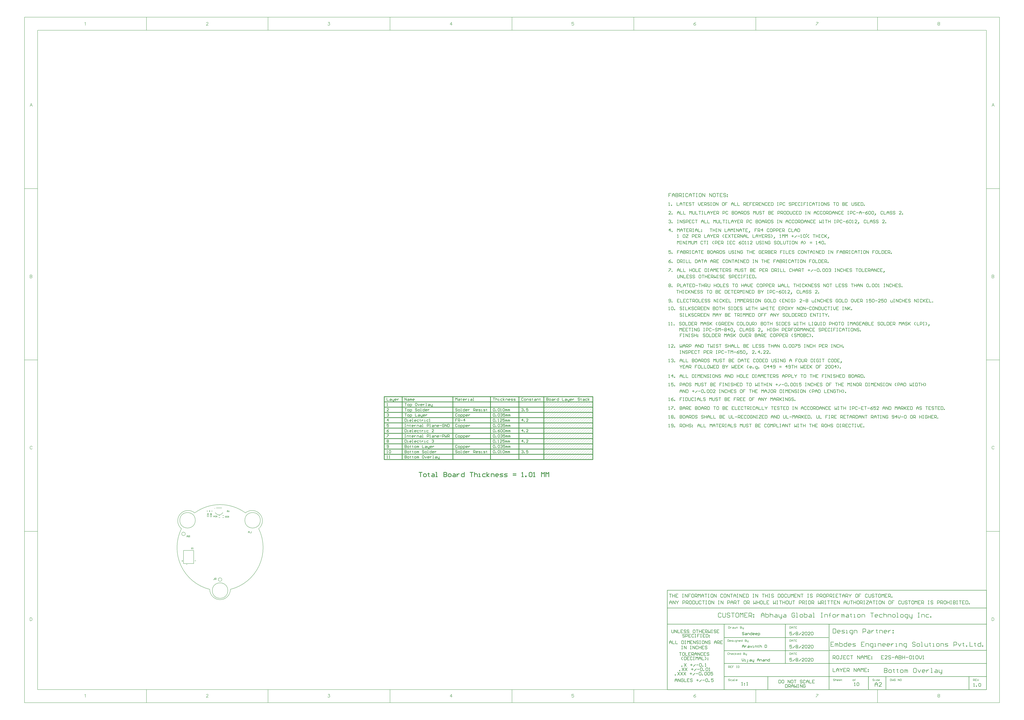
<source format=gbo>
G04 Layer_Color=16776960*
%FSLAX44Y44*%
%MOMM*%
G71*
G01*
G75*
%ADD39C,0.2540*%
%ADD40C,0.1524*%
%ADD42C,0.2032*%
%ADD50C,0.1270*%
%ADD53C,0.3810*%
%ADD54C,0.0254*%
%ADD55C,0.1778*%
D39*
X3858169Y-701522D02*
Y-726914D01*
X3870865D01*
X3875097Y-722682D01*
Y-718450D01*
X3870865Y-714218D01*
X3858169D01*
X3870865D01*
X3875097Y-709986D01*
Y-705754D01*
X3870865Y-701522D01*
X3858169D01*
X3887793Y-726914D02*
X3896257D01*
X3900489Y-722682D01*
Y-714218D01*
X3896257Y-709986D01*
X3887793D01*
X3883561Y-714218D01*
Y-722682D01*
X3887793Y-726914D01*
X3913185Y-705754D02*
Y-709986D01*
X3908953D01*
X3917417D01*
X3913185D01*
Y-722682D01*
X3917417Y-726914D01*
X3934344Y-705754D02*
Y-709986D01*
X3930113D01*
X3938576D01*
X3934344D01*
Y-722682D01*
X3938576Y-726914D01*
X3955504D02*
X3963968D01*
X3968200Y-722682D01*
Y-714218D01*
X3963968Y-709986D01*
X3955504D01*
X3951272Y-714218D01*
Y-722682D01*
X3955504Y-726914D01*
X3976664D02*
Y-709986D01*
X3980896D01*
X3985128Y-714218D01*
Y-726914D01*
Y-714218D01*
X3989360Y-709986D01*
X3993592Y-714218D01*
Y-726914D01*
X4040144Y-701522D02*
X4031680D01*
X4027448Y-705754D01*
Y-722682D01*
X4031680Y-726914D01*
X4040144D01*
X4044376Y-722682D01*
Y-705754D01*
X4040144Y-701522D01*
X4052839Y-709986D02*
X4061303Y-726914D01*
X4069767Y-709986D01*
X4090927Y-726914D02*
X4082463D01*
X4078231Y-722682D01*
Y-714218D01*
X4082463Y-709986D01*
X4090927D01*
X4095159Y-714218D01*
Y-718450D01*
X4078231D01*
X4103623Y-709986D02*
Y-726914D01*
Y-718450D01*
X4107855Y-714218D01*
X4112087Y-709986D01*
X4116319D01*
X4129015Y-726914D02*
X4137479D01*
X4133247D01*
Y-701522D01*
X4129015D01*
X4154407Y-709986D02*
X4162870D01*
X4167103Y-714218D01*
Y-726914D01*
X4154407D01*
X4150175Y-722682D01*
X4154407Y-718450D01*
X4167103D01*
X4175566Y-709986D02*
Y-722682D01*
X4179799Y-726914D01*
X4192495D01*
Y-731146D01*
X4188262Y-735378D01*
X4184030D01*
X4192495Y-726914D02*
Y-709986D01*
X2605840Y802894D02*
X2611765D01*
X2608802D01*
Y820668D01*
X2605840Y817706D01*
X2620652Y820668D02*
X2632502D01*
Y817706D01*
X2620652Y805856D01*
Y802894D01*
X2638426D02*
Y805856D01*
X2641389D01*
Y802894D01*
X2638426D01*
X2671012Y820668D02*
Y802894D01*
X2679899D01*
X2682862Y805856D01*
Y808819D01*
X2679899Y811781D01*
X2671012D01*
X2679899D01*
X2682862Y814743D01*
Y817706D01*
X2679899Y820668D01*
X2671012D01*
X2688787Y802894D02*
Y814743D01*
X2694711Y820668D01*
X2700636Y814743D01*
Y802894D01*
Y811781D01*
X2688787D01*
X2706561Y802894D02*
Y820668D01*
X2715448D01*
X2718410Y817706D01*
Y811781D01*
X2715448Y808819D01*
X2706561D01*
X2712485D02*
X2718410Y802894D01*
X2736184Y820668D02*
X2724335D01*
Y802894D01*
X2736184D01*
X2724335Y811781D02*
X2730260D01*
X2759884Y820668D02*
Y802894D01*
X2768771D01*
X2771733Y805856D01*
Y808819D01*
X2768771Y811781D01*
X2759884D01*
X2768771D01*
X2771733Y814743D01*
Y817706D01*
X2768771Y820668D01*
X2759884D01*
X2786545D02*
X2780620D01*
X2777658Y817706D01*
Y805856D01*
X2780620Y802894D01*
X2786545D01*
X2789507Y805856D01*
Y817706D01*
X2786545Y820668D01*
X2795432Y802894D02*
Y814743D01*
X2801357Y820668D01*
X2807281Y814743D01*
Y802894D01*
Y811781D01*
X2795432D01*
X2813206Y802894D02*
Y820668D01*
X2822094D01*
X2825056Y817706D01*
Y811781D01*
X2822094Y808819D01*
X2813206D01*
X2819131D02*
X2825056Y802894D01*
X2830981Y820668D02*
Y802894D01*
X2839868D01*
X2842830Y805856D01*
Y817706D01*
X2839868Y820668D01*
X2830981D01*
X2866529D02*
X2878379D01*
X2872454D01*
Y802894D01*
X2893191Y820668D02*
X2887266D01*
X2884303Y817706D01*
Y805856D01*
X2887266Y802894D01*
X2893191D01*
X2896153Y805856D01*
Y817706D01*
X2893191Y820668D01*
X2919852D02*
Y802894D01*
X2928739D01*
X2931701Y805856D01*
Y808819D01*
X2928739Y811781D01*
X2919852D01*
X2928739D01*
X2931701Y814743D01*
Y817706D01*
X2928739Y820668D01*
X2919852D01*
X2949476D02*
X2937626D01*
Y802894D01*
X2949476D01*
X2937626Y811781D02*
X2943551D01*
X2985024Y820668D02*
X2973175D01*
Y802894D01*
X2985024D01*
X2973175Y811781D02*
X2979099D01*
X2990949Y820668D02*
Y802894D01*
X3002798D01*
X3020573Y820668D02*
X3008723D01*
Y802894D01*
X3020573D01*
X3008723Y811781D02*
X3014648D01*
X3038347Y817706D02*
X3035385Y820668D01*
X3029460D01*
X3026497Y817706D01*
Y805856D01*
X3029460Y802894D01*
X3035385D01*
X3038347Y805856D01*
X3044272Y820668D02*
X3056121D01*
X3050197D01*
Y802894D01*
X3062046D02*
Y820668D01*
X3070933D01*
X3073896Y817706D01*
Y811781D01*
X3070933Y808819D01*
X3062046D01*
X3067971D02*
X3073896Y802894D01*
X3079820Y820668D02*
X3085745D01*
X3082783D01*
Y802894D01*
X3079820D01*
X3085745D01*
X3106482Y817706D02*
X3103519Y820668D01*
X3097595D01*
X3094632Y817706D01*
Y805856D01*
X3097595Y802894D01*
X3103519D01*
X3106482Y805856D01*
X3112406Y802894D02*
Y814743D01*
X3118331Y820668D01*
X3124256Y814743D01*
Y802894D01*
Y811781D01*
X3112406D01*
X3130181Y820668D02*
Y802894D01*
X3142030D01*
X3147955Y820668D02*
Y802894D01*
X3159804D01*
X3165729Y820668D02*
Y817706D01*
X3171654Y811781D01*
X3177579Y817706D01*
Y820668D01*
X3171654Y811781D02*
Y802894D01*
X3201278Y820668D02*
X3213127D01*
X3207202D01*
Y802894D01*
X3230901Y820668D02*
X3219052D01*
Y802894D01*
X3230901D01*
X3219052Y811781D02*
X3224977D01*
X3248676Y817706D02*
X3245713Y820668D01*
X3239789D01*
X3236826Y817706D01*
Y814743D01*
X3239789Y811781D01*
X3245713D01*
X3248676Y808819D01*
Y805856D01*
X3245713Y802894D01*
X3239789D01*
X3236826Y805856D01*
X3254601Y820668D02*
X3266450D01*
X3260525D01*
Y802894D01*
X3284224Y820668D02*
X3272375D01*
Y802894D01*
X3284224D01*
X3272375Y811781D02*
X3278300D01*
X3290149Y820668D02*
Y802894D01*
X3299036D01*
X3301999Y805856D01*
Y817706D01*
X3299036Y820668D01*
X3290149D01*
X3325698D02*
X3331622D01*
X3328660D01*
Y802894D01*
X3325698D01*
X3331622D01*
X3340509D02*
Y820668D01*
X3352359Y802894D01*
Y820668D01*
X3376058Y802894D02*
Y814743D01*
X3381983Y820668D01*
X3387907Y814743D01*
Y802894D01*
Y811781D01*
X3376058D01*
X3405682Y817706D02*
X3402719Y820668D01*
X3396794D01*
X3393832Y817706D01*
Y805856D01*
X3396794Y802894D01*
X3402719D01*
X3405682Y805856D01*
X3423456Y817706D02*
X3420493Y820668D01*
X3414569D01*
X3411606Y817706D01*
Y805856D01*
X3414569Y802894D01*
X3420493D01*
X3423456Y805856D01*
X3438268Y820668D02*
X3432343D01*
X3429381Y817706D01*
Y805856D01*
X3432343Y802894D01*
X3438268D01*
X3441230Y805856D01*
Y817706D01*
X3438268Y820668D01*
X3447155Y802894D02*
Y820668D01*
X3456042D01*
X3459005Y817706D01*
Y811781D01*
X3456042Y808819D01*
X3447155D01*
X3453080D02*
X3459005Y802894D01*
X3464929Y820668D02*
Y802894D01*
X3473816D01*
X3476779Y805856D01*
Y817706D01*
X3473816Y820668D01*
X3464929D01*
X3482704Y802894D02*
Y814743D01*
X3488628Y820668D01*
X3494553Y814743D01*
Y802894D01*
Y811781D01*
X3482704D01*
X3500478Y802894D02*
Y820668D01*
X3512327Y802894D01*
Y820668D01*
X3530102Y817706D02*
X3527139Y820668D01*
X3521214D01*
X3518252Y817706D01*
Y805856D01*
X3521214Y802894D01*
X3527139D01*
X3530102Y805856D01*
X3547876Y820668D02*
X3536026D01*
Y802894D01*
X3547876D01*
X3536026Y811781D02*
X3541951D01*
X3571575Y820668D02*
Y802894D01*
X3577499Y808819D01*
X3583424Y802894D01*
Y820668D01*
X3589349D02*
X3595274D01*
X3592311D01*
Y802894D01*
X3589349D01*
X3595274D01*
X3604161Y820668D02*
X3616010D01*
X3610085D01*
Y802894D01*
X3621935Y820668D02*
Y802894D01*
Y811781D01*
X3633785D01*
Y820668D01*
Y802894D01*
X3657484Y820668D02*
X3663409D01*
X3660446D01*
Y802894D01*
X3657484D01*
X3663409D01*
X3672296D02*
Y820668D01*
X3681183D01*
X3684145Y817706D01*
Y811781D01*
X3681183Y808819D01*
X3672296D01*
X3701919Y817706D02*
X3698957Y820668D01*
X3693032D01*
X3690070Y817706D01*
Y805856D01*
X3693032Y802894D01*
X3698957D01*
X3701919Y805856D01*
X3707844Y811781D02*
X3719694D01*
X3737468Y820668D02*
X3725618D01*
Y802894D01*
X3737468D01*
X3725618Y811781D02*
X3731543D01*
X3743393Y820668D02*
X3755242D01*
X3749317D01*
Y802894D01*
X3761167Y811781D02*
X3773016D01*
X3790791Y820668D02*
X3784866Y817706D01*
X3778941Y811781D01*
Y805856D01*
X3781903Y802894D01*
X3787828D01*
X3790791Y805856D01*
Y808819D01*
X3787828Y811781D01*
X3778941D01*
X3808565Y820668D02*
X3796715D01*
Y811781D01*
X3802640Y814743D01*
X3805602D01*
X3808565Y811781D01*
Y805856D01*
X3805602Y802894D01*
X3799678D01*
X3796715Y805856D01*
X3826339Y802894D02*
X3814490D01*
X3826339Y814743D01*
Y817706D01*
X3823377Y820668D01*
X3817452D01*
X3814490Y817706D01*
X3850038Y802894D02*
Y814743D01*
X3855963Y820668D01*
X3861888Y814743D01*
Y802894D01*
Y811781D01*
X3850038D01*
X3867812Y802894D02*
Y820668D01*
X3879662Y802894D01*
Y820668D01*
X3885587D02*
Y802894D01*
X3894474D01*
X3897436Y805856D01*
Y817706D01*
X3894474Y820668D01*
X3885587D01*
X3921135Y802894D02*
Y820668D01*
X3927060Y814743D01*
X3932985Y820668D01*
Y802894D01*
X3938909D02*
Y814743D01*
X3944834Y820668D01*
X3950759Y814743D01*
Y802894D01*
Y811781D01*
X3938909D01*
X3956684Y802894D02*
Y820668D01*
X3965571D01*
X3968533Y817706D01*
Y811781D01*
X3965571Y808819D01*
X3956684D01*
X3962609D02*
X3968533Y802894D01*
X3974458Y820668D02*
Y802894D01*
Y808819D01*
X3986307Y820668D01*
X3977420Y811781D01*
X3986307Y802894D01*
X4004082Y820668D02*
X3992232D01*
Y802894D01*
X4004082D01*
X3992232Y811781D02*
X3998157D01*
X4010006Y820668D02*
Y802894D01*
X4018894D01*
X4021856Y805856D01*
Y817706D01*
X4018894Y820668D01*
X4010006D01*
X4045555Y802894D02*
Y814743D01*
X4051480Y820668D01*
X4057404Y814743D01*
Y802894D01*
Y811781D01*
X4045555D01*
X4075179Y817706D02*
X4072216Y820668D01*
X4066292D01*
X4063329Y817706D01*
Y814743D01*
X4066292Y811781D01*
X4072216D01*
X4075179Y808819D01*
Y805856D01*
X4072216Y802894D01*
X4066292D01*
X4063329Y805856D01*
X4098878Y820668D02*
X4110727D01*
X4104803D01*
Y802894D01*
X4128502Y820668D02*
X4116652D01*
Y802894D01*
X4128502D01*
X4116652Y811781D02*
X4122577D01*
X4146276Y817706D02*
X4143313Y820668D01*
X4137389D01*
X4134426Y817706D01*
Y814743D01*
X4137389Y811781D01*
X4143313D01*
X4146276Y808819D01*
Y805856D01*
X4143313Y802894D01*
X4137389D01*
X4134426Y805856D01*
X4152201Y820668D02*
X4164050D01*
X4158125D01*
Y802894D01*
X4181824Y820668D02*
X4169975D01*
Y802894D01*
X4181824D01*
X4169975Y811781D02*
X4175900D01*
X4187749Y820668D02*
Y802894D01*
X4196636D01*
X4199599Y805856D01*
Y817706D01*
X4196636Y820668D01*
X4187749D01*
X4205523Y802894D02*
Y805856D01*
X4208486D01*
Y802894D01*
X4205523D01*
X2605840Y854964D02*
X2611765D01*
X2608802D01*
Y872738D01*
X2605840Y869776D01*
X2632502Y872738D02*
X2626577Y869776D01*
X2620652Y863851D01*
Y857926D01*
X2623614Y854964D01*
X2629539D01*
X2632502Y857926D01*
Y860889D01*
X2629539Y863851D01*
X2620652D01*
X2638426Y854964D02*
Y857926D01*
X2641389D01*
Y854964D01*
X2638426D01*
X2682862Y872738D02*
X2671012D01*
Y863851D01*
X2676937D01*
X2671012D01*
Y854964D01*
X2688787Y872738D02*
X2694711D01*
X2691749D01*
Y854964D01*
X2688787D01*
X2694711D01*
X2703598Y872738D02*
Y854964D01*
X2712485D01*
X2715448Y857926D01*
Y869776D01*
X2712485Y872738D01*
X2703598D01*
X2721373D02*
Y857926D01*
X2724335Y854964D01*
X2730260D01*
X2733222Y857926D01*
Y872738D01*
X2750996Y869776D02*
X2748034Y872738D01*
X2742109D01*
X2739147Y869776D01*
Y857926D01*
X2742109Y854964D01*
X2748034D01*
X2750996Y857926D01*
X2756921Y872738D02*
X2762846D01*
X2759884D01*
Y854964D01*
X2756921D01*
X2762846D01*
X2771733D02*
Y866814D01*
X2777658Y872738D01*
X2783582Y866814D01*
Y854964D01*
Y863851D01*
X2771733D01*
X2789507Y872738D02*
Y854964D01*
X2801357D01*
X2819131Y869776D02*
X2816169Y872738D01*
X2810244D01*
X2807281Y869776D01*
Y866814D01*
X2810244Y863851D01*
X2816169D01*
X2819131Y860889D01*
Y857926D01*
X2816169Y854964D01*
X2810244D01*
X2807281Y857926D01*
X2842830Y854964D02*
Y872738D01*
X2848755Y866814D01*
X2854680Y872738D01*
Y854964D01*
X2860604Y872738D02*
Y857926D01*
X2863567Y854964D01*
X2869492D01*
X2872454Y857926D01*
Y872738D01*
X2890228Y869776D02*
X2887266Y872738D01*
X2881341D01*
X2878379Y869776D01*
Y866814D01*
X2881341Y863851D01*
X2887266D01*
X2890228Y860889D01*
Y857926D01*
X2887266Y854964D01*
X2881341D01*
X2878379Y857926D01*
X2896153Y872738D02*
X2908002D01*
X2902078D01*
Y854964D01*
X2931701Y872738D02*
Y854964D01*
X2940588D01*
X2943551Y857926D01*
Y860889D01*
X2940588Y863851D01*
X2931701D01*
X2940588D01*
X2943551Y866814D01*
Y869776D01*
X2940588Y872738D01*
X2931701D01*
X2961325D02*
X2949476D01*
Y854964D01*
X2961325D01*
X2949476Y863851D02*
X2955400D01*
X2996874Y872738D02*
X2985024D01*
Y863851D01*
X2990949D01*
X2985024D01*
Y854964D01*
X3002798D02*
Y872738D01*
X3011685D01*
X3014648Y869776D01*
Y863851D01*
X3011685Y860889D01*
X3002798D01*
X3008723D02*
X3014648Y854964D01*
X3032422Y872738D02*
X3020573D01*
Y854964D01*
X3032422D01*
X3020573Y863851D02*
X3026497D01*
X3050197Y872738D02*
X3038347D01*
Y854964D01*
X3050197D01*
X3038347Y863851D02*
X3044272D01*
X3082783Y872738D02*
X3076858D01*
X3073896Y869776D01*
Y857926D01*
X3076858Y854964D01*
X3082783D01*
X3085745Y857926D01*
Y869776D01*
X3082783Y872738D01*
X3103519D02*
X3091670D01*
Y863851D01*
X3097595D01*
X3091670D01*
Y854964D01*
X3127218D02*
Y866814D01*
X3133143Y872738D01*
X3139068Y866814D01*
Y854964D01*
Y863851D01*
X3127218D01*
X3144992Y854964D02*
Y872738D01*
X3156842Y854964D01*
Y872738D01*
X3162767D02*
Y869776D01*
X3168691Y863851D01*
X3174616Y869776D01*
Y872738D01*
X3168691Y863851D02*
Y854964D01*
X3198315D02*
Y872738D01*
X3204240Y866814D01*
X3210165Y872738D01*
Y854964D01*
X3216089D02*
Y866814D01*
X3222014Y872738D01*
X3227939Y866814D01*
Y854964D01*
Y863851D01*
X3216089D01*
X3233864Y854964D02*
Y872738D01*
X3242751D01*
X3245713Y869776D01*
Y863851D01*
X3242751Y860889D01*
X3233864D01*
X3239789D02*
X3245713Y854964D01*
X3251638Y872738D02*
Y854964D01*
Y860889D01*
X3263488Y872738D01*
X3254601Y863851D01*
X3263488Y854964D01*
X3269412Y872738D02*
X3275337D01*
X3272375D01*
Y854964D01*
X3269412D01*
X3275337D01*
X3284224D02*
Y872738D01*
X3296074Y854964D01*
Y872738D01*
X3313848Y869776D02*
X3310886Y872738D01*
X3304961D01*
X3301999Y869776D01*
Y857926D01*
X3304961Y854964D01*
X3310886D01*
X3313848Y857926D01*
Y863851D01*
X3307923D01*
X3331622Y869776D02*
X3328660Y872738D01*
X3322735D01*
X3319773Y869776D01*
Y866814D01*
X3322735Y863851D01*
X3328660D01*
X3331622Y860889D01*
Y857926D01*
X3328660Y854964D01*
X3322735D01*
X3319773Y857926D01*
X3337547Y854964D02*
Y857926D01*
X3340509D01*
Y854964D01*
X3337547D01*
X2671626Y901446D02*
Y913296D01*
X2677551Y919220D01*
X2683476Y913296D01*
Y901446D01*
Y910333D01*
X2671626D01*
X2689400Y901446D02*
Y919220D01*
X2701250Y901446D01*
Y919220D01*
X2707174D02*
Y901446D01*
X2716062D01*
X2719024Y904408D01*
Y916258D01*
X2716062Y919220D01*
X2707174D01*
X2742723Y910333D02*
X2754572D01*
X2748648Y916258D02*
Y904408D01*
X2760497Y901446D02*
X2772347Y913296D01*
X2778271Y910333D02*
X2790121D01*
X2796046Y916258D02*
X2799008Y919220D01*
X2804933D01*
X2807895Y916258D01*
Y904408D01*
X2804933Y901446D01*
X2799008D01*
X2796046Y904408D01*
Y916258D01*
X2813820Y901446D02*
Y904408D01*
X2816783D01*
Y901446D01*
X2813820D01*
X2828632Y916258D02*
X2831594Y919220D01*
X2837519D01*
X2840481Y916258D01*
Y904408D01*
X2837519Y901446D01*
X2831594D01*
X2828632Y904408D01*
Y916258D01*
X2846406D02*
X2849369Y919220D01*
X2855293D01*
X2858256Y916258D01*
Y904408D01*
X2855293Y901446D01*
X2849369D01*
X2846406Y904408D01*
Y916258D01*
X2876030Y901446D02*
X2864181D01*
X2876030Y913296D01*
Y916258D01*
X2873068Y919220D01*
X2867143D01*
X2864181Y916258D01*
X2899729Y919220D02*
X2905654D01*
X2902691D01*
Y901446D01*
X2899729D01*
X2905654D01*
X2914541D02*
Y919220D01*
X2926390Y901446D01*
Y919220D01*
X2944165Y916258D02*
X2941202Y919220D01*
X2935277D01*
X2932315Y916258D01*
Y904408D01*
X2935277Y901446D01*
X2941202D01*
X2944165Y904408D01*
X2950089Y919220D02*
Y901446D01*
Y910333D01*
X2961939D01*
Y919220D01*
Y901446D01*
X2979713Y919220D02*
X2967863D01*
Y901446D01*
X2979713D01*
X2967863Y910333D02*
X2973788D01*
X2997487Y916258D02*
X2994525Y919220D01*
X2988600D01*
X2985638Y916258D01*
Y913296D01*
X2988600Y910333D01*
X2994525D01*
X2997487Y907371D01*
Y904408D01*
X2994525Y901446D01*
X2988600D01*
X2985638Y904408D01*
X3030074Y919220D02*
X3024149D01*
X3021187Y916258D01*
Y904408D01*
X3024149Y901446D01*
X3030074D01*
X3033036Y904408D01*
Y916258D01*
X3030074Y919220D01*
X3050810D02*
X3038961D01*
Y910333D01*
X3044885D01*
X3038961D01*
Y901446D01*
X3074509Y919220D02*
X3086359D01*
X3080434D01*
Y901446D01*
X3092284Y919220D02*
Y901446D01*
Y910333D01*
X3104133D01*
Y919220D01*
Y901446D01*
X3121907Y919220D02*
X3110058D01*
Y901446D01*
X3121907D01*
X3110058Y910333D02*
X3115982D01*
X3145606Y901446D02*
Y919220D01*
X3151531Y913296D01*
X3157456Y919220D01*
Y901446D01*
X3163380D02*
Y913296D01*
X3169305Y919220D01*
X3175230Y913296D01*
Y901446D01*
Y910333D01*
X3163380D01*
X3193004Y919220D02*
X3187079D01*
X3190042D01*
Y904408D01*
X3187079Y901446D01*
X3184117D01*
X3181155Y904408D01*
X3207816Y919220D02*
X3201891D01*
X3198929Y916258D01*
Y904408D01*
X3201891Y901446D01*
X3207816D01*
X3210779Y904408D01*
Y916258D01*
X3207816Y919220D01*
X3216703Y901446D02*
Y919220D01*
X3225591D01*
X3228553Y916258D01*
Y910333D01*
X3225591Y907371D01*
X3216703D01*
X3222628D02*
X3228553Y901446D01*
X3252252Y919220D02*
Y901446D01*
X3261139D01*
X3264101Y904408D01*
Y916258D01*
X3261139Y919220D01*
X3252252D01*
X3270026D02*
X3275951D01*
X3272988D01*
Y901446D01*
X3270026D01*
X3275951D01*
X3284838D02*
Y919220D01*
X3290763Y913296D01*
X3296687Y919220D01*
Y901446D01*
X3314462Y919220D02*
X3302612D01*
Y901446D01*
X3314462D01*
X3302612Y910333D02*
X3308537D01*
X3320386Y901446D02*
Y919220D01*
X3332236Y901446D01*
Y919220D01*
X3350010Y916258D02*
X3347048Y919220D01*
X3341123D01*
X3338161Y916258D01*
Y913296D01*
X3341123Y910333D01*
X3347048D01*
X3350010Y907371D01*
Y904408D01*
X3347048Y901446D01*
X3341123D01*
X3338161Y904408D01*
X3355935Y919220D02*
X3361860D01*
X3358897D01*
Y901446D01*
X3355935D01*
X3361860D01*
X3379634Y919220D02*
X3373709D01*
X3370747Y916258D01*
Y904408D01*
X3373709Y901446D01*
X3379634D01*
X3382596Y904408D01*
Y916258D01*
X3379634Y919220D01*
X3388521Y901446D02*
Y919220D01*
X3400370Y901446D01*
Y919220D01*
X3429995Y901446D02*
X3424070Y907371D01*
Y913296D01*
X3429995Y919220D01*
X3438882Y901446D02*
Y919220D01*
X3447769D01*
X3450731Y916258D01*
Y910333D01*
X3447769Y907371D01*
X3438882D01*
X3456656Y901446D02*
Y913296D01*
X3462581Y919220D01*
X3468505Y913296D01*
Y901446D01*
Y910333D01*
X3456656D01*
X3474430Y919220D02*
Y901446D01*
X3483317D01*
X3486280Y904408D01*
Y916258D01*
X3483317Y919220D01*
X3474430D01*
X3509979D02*
Y901446D01*
X3521828D01*
X3539602Y919220D02*
X3527753D01*
Y901446D01*
X3539602D01*
X3527753Y910333D02*
X3533678D01*
X3545527Y901446D02*
Y919220D01*
X3557377Y901446D01*
Y919220D01*
X3575151Y916258D02*
X3572188Y919220D01*
X3566264D01*
X3563301Y916258D01*
Y904408D01*
X3566264Y901446D01*
X3572188D01*
X3575151Y904408D01*
Y910333D01*
X3569226D01*
X3581076Y919220D02*
X3592925D01*
X3587000D01*
Y901446D01*
X3598850Y919220D02*
Y901446D01*
Y910333D01*
X3610699D01*
Y919220D01*
Y901446D01*
X3616624D02*
X3622549Y907371D01*
Y913296D01*
X3616624Y919220D01*
X3631436Y901446D02*
Y904408D01*
X3634398D01*
Y901446D01*
X3631436D01*
X2605840Y940054D02*
X2611765D01*
X2608802D01*
Y957828D01*
X2605840Y954866D01*
X2632502Y957828D02*
X2620652D01*
Y948941D01*
X2626577Y951904D01*
X2629539D01*
X2632502Y948941D01*
Y943016D01*
X2629539Y940054D01*
X2623614D01*
X2620652Y943016D01*
X2638426Y940054D02*
Y943016D01*
X2641389D01*
Y940054D01*
X2638426D01*
X2671012D02*
Y957828D01*
X2679899D01*
X2682862Y954866D01*
Y948941D01*
X2679899Y945979D01*
X2671012D01*
X2688787Y940054D02*
Y951904D01*
X2694711Y957828D01*
X2700636Y951904D01*
Y940054D01*
Y948941D01*
X2688787D01*
X2706561Y957828D02*
Y940054D01*
X2715448D01*
X2718410Y943016D01*
Y954866D01*
X2715448Y957828D01*
X2706561D01*
X2736184Y954866D02*
X2733222Y957828D01*
X2727297D01*
X2724335Y954866D01*
Y951904D01*
X2727297Y948941D01*
X2733222D01*
X2736184Y945979D01*
Y943016D01*
X2733222Y940054D01*
X2727297D01*
X2724335Y943016D01*
X2759884Y940054D02*
Y957828D01*
X2765808Y951904D01*
X2771733Y957828D01*
Y940054D01*
X2777658Y957828D02*
Y943016D01*
X2780620Y940054D01*
X2786545D01*
X2789507Y943016D01*
Y957828D01*
X2807281Y954866D02*
X2804319Y957828D01*
X2798394D01*
X2795432Y954866D01*
Y951904D01*
X2798394Y948941D01*
X2804319D01*
X2807281Y945979D01*
Y943016D01*
X2804319Y940054D01*
X2798394D01*
X2795432Y943016D01*
X2813206Y957828D02*
X2825056D01*
X2819131D01*
Y940054D01*
X2848755Y957828D02*
Y940054D01*
X2857642D01*
X2860604Y943016D01*
Y945979D01*
X2857642Y948941D01*
X2848755D01*
X2857642D01*
X2860604Y951904D01*
Y954866D01*
X2857642Y957828D01*
X2848755D01*
X2878379D02*
X2866529D01*
Y940054D01*
X2878379D01*
X2866529Y948941D02*
X2872454D01*
X2913927Y957828D02*
X2902078D01*
Y948941D01*
X2908002D01*
X2902078D01*
Y940054D01*
X2919852Y957828D02*
X2925777D01*
X2922814D01*
Y940054D01*
X2919852D01*
X2925777D01*
X2934664D02*
Y957828D01*
X2946513Y940054D01*
Y957828D01*
X2952438D02*
X2958363D01*
X2955400D01*
Y940054D01*
X2952438D01*
X2958363D01*
X2979099Y954866D02*
X2976137Y957828D01*
X2970212D01*
X2967250Y954866D01*
Y951904D01*
X2970212Y948941D01*
X2976137D01*
X2979099Y945979D01*
Y943016D01*
X2976137Y940054D01*
X2970212D01*
X2967250Y943016D01*
X2985024Y957828D02*
Y940054D01*
Y948941D01*
X2996874D01*
Y957828D01*
Y940054D01*
X3014648Y957828D02*
X3002798D01*
Y940054D01*
X3014648D01*
X3002798Y948941D02*
X3008723D01*
X3020573Y957828D02*
Y940054D01*
X3029460D01*
X3032422Y943016D01*
Y954866D01*
X3029460Y957828D01*
X3020573D01*
X3056121D02*
X3067971D01*
X3062046D01*
Y940054D01*
X3082783Y957828D02*
X3076858D01*
X3073896Y954866D01*
Y943016D01*
X3076858Y940054D01*
X3082783D01*
X3085745Y943016D01*
Y954866D01*
X3082783Y957828D01*
X3109444D02*
Y940054D01*
X3115369Y945979D01*
X3121294Y940054D01*
Y957828D01*
X3127218D02*
X3133143D01*
X3130181D01*
Y940054D01*
X3127218D01*
X3133143D01*
X3142030Y957828D02*
X3153880D01*
X3147955D01*
Y940054D01*
X3159804Y957828D02*
Y940054D01*
Y948941D01*
X3171654D01*
Y957828D01*
Y940054D01*
X3177579Y957828D02*
X3183503D01*
X3180541D01*
Y940054D01*
X3177579D01*
X3183503D01*
X3192390D02*
Y957828D01*
X3204240Y940054D01*
Y957828D01*
X3227939Y948941D02*
X3239789D01*
X3233864Y954866D02*
Y943016D01*
X3245713Y940054D02*
X3257563Y951904D01*
X3263488Y948941D02*
X3275337D01*
X3281262Y954866D02*
X3284224Y957828D01*
X3290149D01*
X3293111Y954866D01*
Y943016D01*
X3290149Y940054D01*
X3284224D01*
X3281262Y943016D01*
Y954866D01*
X3299036Y940054D02*
Y943016D01*
X3301999D01*
Y940054D01*
X3299036D01*
X3313848Y954866D02*
X3316810Y957828D01*
X3322735D01*
X3325698Y954866D01*
Y943016D01*
X3322735Y940054D01*
X3316810D01*
X3313848Y943016D01*
Y954866D01*
X3331622D02*
X3334585Y957828D01*
X3340509D01*
X3343472Y954866D01*
Y943016D01*
X3340509Y940054D01*
X3334585D01*
X3331622Y943016D01*
Y954866D01*
X3349396Y940054D02*
X3355321D01*
X3352359D01*
Y957828D01*
X3349396Y954866D01*
X3376058Y957828D02*
X3364208D01*
Y948941D01*
X3370133Y951904D01*
X3373095D01*
X3376058Y948941D01*
Y943016D01*
X3373095Y940054D01*
X3367171D01*
X3364208Y943016D01*
X3399757Y957828D02*
X3405682D01*
X3402719D01*
Y940054D01*
X3399757D01*
X3405682D01*
X3414569D02*
Y957828D01*
X3426418Y940054D01*
Y957828D01*
X3444193Y954866D02*
X3441230Y957828D01*
X3435305D01*
X3432343Y954866D01*
Y943016D01*
X3435305Y940054D01*
X3441230D01*
X3444193Y943016D01*
X3450117Y957828D02*
Y940054D01*
Y948941D01*
X3461967D01*
Y957828D01*
Y940054D01*
X3479741Y957828D02*
X3467892D01*
Y940054D01*
X3479741D01*
X3467892Y948941D02*
X3473816D01*
X3497515Y954866D02*
X3494553Y957828D01*
X3488628D01*
X3485666Y954866D01*
Y951904D01*
X3488628Y948941D01*
X3494553D01*
X3497515Y945979D01*
Y943016D01*
X3494553Y940054D01*
X3488628D01*
X3485666Y943016D01*
X3530102Y957828D02*
X3524177D01*
X3521214Y954866D01*
Y943016D01*
X3524177Y940054D01*
X3530102D01*
X3533064Y943016D01*
Y954866D01*
X3530102Y957828D01*
X3550838D02*
X3538989D01*
Y948941D01*
X3544913D01*
X3538989D01*
Y940054D01*
X3574537Y957828D02*
X3586387D01*
X3580462D01*
Y940054D01*
X3592311Y957828D02*
Y940054D01*
Y948941D01*
X3604161D01*
Y957828D01*
Y940054D01*
X3621935Y957828D02*
X3610085D01*
Y940054D01*
X3621935D01*
X3610085Y948941D02*
X3616010D01*
X3645634Y940054D02*
Y957828D01*
X3651559Y951904D01*
X3657484Y957828D01*
Y940054D01*
X3663409Y957828D02*
X3669333D01*
X3666371D01*
Y940054D01*
X3663409D01*
X3669333D01*
X3678220D02*
Y957828D01*
X3690070Y940054D01*
Y957828D01*
X3704882D02*
X3698957D01*
X3695995Y954866D01*
Y943016D01*
X3698957Y940054D01*
X3704882D01*
X3707844Y943016D01*
Y954866D01*
X3704882Y957828D01*
X3713769Y940054D02*
Y957828D01*
X3722656D01*
X3725618Y954866D01*
Y948941D01*
X3722656Y945979D01*
X3713769D01*
X3719694D02*
X3725618Y940054D01*
X3749317Y957828D02*
Y940054D01*
X3758205D01*
X3761167Y943016D01*
Y954866D01*
X3758205Y957828D01*
X3749317D01*
X3767092D02*
X3773016D01*
X3770054D01*
Y940054D01*
X3767092D01*
X3773016D01*
X3781903D02*
Y957828D01*
X3787828Y951904D01*
X3793753Y957828D01*
Y940054D01*
X3811527Y957828D02*
X3799678D01*
Y940054D01*
X3811527D01*
X3799678Y948941D02*
X3805602D01*
X3817452Y940054D02*
Y957828D01*
X3829301Y940054D01*
Y957828D01*
X3847076Y954866D02*
X3844113Y957828D01*
X3838188D01*
X3835226Y954866D01*
Y951904D01*
X3838188Y948941D01*
X3844113D01*
X3847076Y945979D01*
Y943016D01*
X3844113Y940054D01*
X3838188D01*
X3835226Y943016D01*
X3853000Y957828D02*
X3858925D01*
X3855963D01*
Y940054D01*
X3853000D01*
X3858925D01*
X3876700Y957828D02*
X3870775D01*
X3867812Y954866D01*
Y943016D01*
X3870775Y940054D01*
X3876700D01*
X3879662Y943016D01*
Y954866D01*
X3876700Y957828D01*
X3885587Y940054D02*
Y957828D01*
X3897436Y940054D01*
Y957828D01*
X3927060Y940054D02*
X3921135Y945979D01*
Y951904D01*
X3927060Y957828D01*
X3935947Y940054D02*
Y957828D01*
X3944834D01*
X3947797Y954866D01*
Y948941D01*
X3944834Y945979D01*
X3935947D01*
X3953721Y940054D02*
Y951904D01*
X3959646Y957828D01*
X3965571Y951904D01*
Y940054D01*
Y948941D01*
X3953721D01*
X3971496Y957828D02*
Y940054D01*
X3980383D01*
X3983345Y943016D01*
Y954866D01*
X3980383Y957828D01*
X3971496D01*
X4007044D02*
Y940054D01*
X4012969Y945979D01*
X4018894Y940054D01*
Y957828D01*
X4024818D02*
X4030743D01*
X4027781D01*
Y940054D01*
X4024818D01*
X4030743D01*
X4039630Y957828D02*
Y940054D01*
X4048517D01*
X4051480Y943016D01*
Y954866D01*
X4048517Y957828D01*
X4039630D01*
X4057404D02*
X4069254D01*
X4063329D01*
Y940054D01*
X4075179Y957828D02*
Y940054D01*
Y948941D01*
X4087028D01*
Y957828D01*
Y940054D01*
X4092953D02*
X4098878Y945979D01*
Y951904D01*
X4092953Y957828D01*
X2605840Y989584D02*
X2611765D01*
X2608802D01*
Y1007358D01*
X2605840Y1004396D01*
X2629539Y989584D02*
Y1007358D01*
X2620652Y998471D01*
X2632502D01*
X2638426Y989584D02*
Y992546D01*
X2641389D01*
Y989584D01*
X2638426D01*
X2671012D02*
Y1001433D01*
X2676937Y1007358D01*
X2682862Y1001433D01*
Y989584D01*
Y998471D01*
X2671012D01*
X2688787Y1007358D02*
Y989584D01*
X2700636D01*
X2706561Y1007358D02*
Y989584D01*
X2718410D01*
X2742109Y1007358D02*
Y989584D01*
X2750996D01*
X2753959Y992546D01*
Y1004396D01*
X2750996Y1007358D01*
X2742109D01*
X2759884D02*
X2765808D01*
X2762846D01*
Y989584D01*
X2759884D01*
X2765808D01*
X2774695D02*
Y1007358D01*
X2780620Y1001433D01*
X2786545Y1007358D01*
Y989584D01*
X2804319Y1007358D02*
X2792470D01*
Y989584D01*
X2804319D01*
X2792470Y998471D02*
X2798394D01*
X2810244Y989584D02*
Y1007358D01*
X2822094Y989584D01*
Y1007358D01*
X2839868Y1004396D02*
X2836905Y1007358D01*
X2830981D01*
X2828018Y1004396D01*
Y1001433D01*
X2830981Y998471D01*
X2836905D01*
X2839868Y995509D01*
Y992546D01*
X2836905Y989584D01*
X2830981D01*
X2828018Y992546D01*
X2845793Y1007358D02*
X2851717D01*
X2848755D01*
Y989584D01*
X2845793D01*
X2851717D01*
X2869492Y1007358D02*
X2863567D01*
X2860604Y1004396D01*
Y992546D01*
X2863567Y989584D01*
X2869492D01*
X2872454Y992546D01*
Y1004396D01*
X2869492Y1007358D01*
X2878379Y989584D02*
Y1007358D01*
X2890228Y989584D01*
Y1007358D01*
X2908002Y1004396D02*
X2905040Y1007358D01*
X2899115D01*
X2896153Y1004396D01*
Y1001433D01*
X2899115Y998471D01*
X2905040D01*
X2908002Y995509D01*
Y992546D01*
X2905040Y989584D01*
X2899115D01*
X2896153Y992546D01*
X2931701Y989584D02*
Y1001433D01*
X2937626Y1007358D01*
X2943551Y1001433D01*
Y989584D01*
Y998471D01*
X2931701D01*
X2949476Y989584D02*
Y1007358D01*
X2961325Y989584D01*
Y1007358D01*
X2967250D02*
Y989584D01*
X2976137D01*
X2979099Y992546D01*
Y1004396D01*
X2976137Y1007358D01*
X2967250D01*
X3002798D02*
Y989584D01*
Y998471D01*
X3014648D01*
Y1007358D01*
Y989584D01*
X3029460Y1007358D02*
X3023535D01*
X3020573Y1004396D01*
Y992546D01*
X3023535Y989584D01*
X3029460D01*
X3032422Y992546D01*
Y1004396D01*
X3029460Y1007358D01*
X3038347D02*
Y989584D01*
X3050197D01*
X3067971Y1007358D02*
X3056121D01*
Y989584D01*
X3067971D01*
X3056121Y998471D02*
X3062046D01*
X3091670Y1007358D02*
Y989584D01*
X3100557D01*
X3103519Y992546D01*
Y1004396D01*
X3100557Y1007358D01*
X3091670D01*
X3109444D02*
X3115369D01*
X3112406D01*
Y989584D01*
X3109444D01*
X3115369D01*
X3124256D02*
Y1001433D01*
X3130181Y1007358D01*
X3136105Y1001433D01*
Y989584D01*
Y998471D01*
X3124256D01*
X3142030Y989584D02*
Y1007358D01*
X3147955Y1001433D01*
X3153880Y1007358D01*
Y989584D01*
X3171654Y1007358D02*
X3159804D01*
Y989584D01*
X3171654D01*
X3159804Y998471D02*
X3165729D01*
X3177579Y1007358D02*
X3189428D01*
X3183503D01*
Y989584D01*
X3207202Y1007358D02*
X3195353D01*
Y989584D01*
X3207202D01*
X3195353Y998471D02*
X3201278D01*
X3213127Y989584D02*
Y1007358D01*
X3222014D01*
X3224977Y1004396D01*
Y998471D01*
X3222014Y995509D01*
X3213127D01*
X3219052D02*
X3224977Y989584D01*
X3242751Y1004396D02*
X3239789Y1007358D01*
X3233864D01*
X3230901Y1004396D01*
Y1001433D01*
X3233864Y998471D01*
X3239789D01*
X3242751Y995509D01*
Y992546D01*
X3239789Y989584D01*
X3233864D01*
X3230901Y992546D01*
X3266450Y989584D02*
Y1001433D01*
X3272375Y1007358D01*
X3278300Y1001433D01*
Y989584D01*
Y998471D01*
X3266450D01*
X3284224Y989584D02*
Y1007358D01*
X3293111D01*
X3296074Y1004396D01*
Y998471D01*
X3293111Y995509D01*
X3284224D01*
X3301999Y989584D02*
Y1007358D01*
X3310886D01*
X3313848Y1004396D01*
Y998471D01*
X3310886Y995509D01*
X3301999D01*
X3319773Y1007358D02*
Y989584D01*
X3331622D01*
X3337547Y1007358D02*
Y1004396D01*
X3343472Y998471D01*
X3349396Y1004396D01*
Y1007358D01*
X3343472Y998471D02*
Y989584D01*
X3373095Y1007358D02*
X3384945D01*
X3379020D01*
Y989584D01*
X3399757Y1007358D02*
X3393832D01*
X3390870Y1004396D01*
Y992546D01*
X3393832Y989584D01*
X3399757D01*
X3402719Y992546D01*
Y1004396D01*
X3399757Y1007358D01*
X3426418D02*
X3438268D01*
X3432343D01*
Y989584D01*
X3444193Y1007358D02*
Y989584D01*
Y998471D01*
X3456042D01*
Y1007358D01*
Y989584D01*
X3473816Y1007358D02*
X3461967D01*
Y989584D01*
X3473816D01*
X3461967Y998471D02*
X3467892D01*
X3509365Y1007358D02*
X3497515D01*
Y998471D01*
X3503440D01*
X3497515D01*
Y989584D01*
X3515290Y1007358D02*
X3521214D01*
X3518252D01*
Y989584D01*
X3515290D01*
X3521214D01*
X3530102D02*
Y1007358D01*
X3541951Y989584D01*
Y1007358D01*
X3547876D02*
X3553800D01*
X3550838D01*
Y989584D01*
X3547876D01*
X3553800D01*
X3574537Y1004396D02*
X3571575Y1007358D01*
X3565650D01*
X3562688Y1004396D01*
Y1001433D01*
X3565650Y998471D01*
X3571575D01*
X3574537Y995509D01*
Y992546D01*
X3571575Y989584D01*
X3565650D01*
X3562688Y992546D01*
X3580462Y1007358D02*
Y989584D01*
Y998471D01*
X3592311D01*
Y1007358D01*
Y989584D01*
X3610085Y1007358D02*
X3598236D01*
Y989584D01*
X3610085D01*
X3598236Y998471D02*
X3604161D01*
X3616010Y1007358D02*
Y989584D01*
X3624897D01*
X3627860Y992546D01*
Y1004396D01*
X3624897Y1007358D01*
X3616010D01*
X3651559D02*
Y989584D01*
X3660446D01*
X3663409Y992546D01*
Y995509D01*
X3660446Y998471D01*
X3651559D01*
X3660446D01*
X3663409Y1001433D01*
Y1004396D01*
X3660446Y1007358D01*
X3651559D01*
X3678220D02*
X3672296D01*
X3669333Y1004396D01*
Y992546D01*
X3672296Y989584D01*
X3678220D01*
X3681183Y992546D01*
Y1004396D01*
X3678220Y1007358D01*
X3687108Y989584D02*
Y1001433D01*
X3693032Y1007358D01*
X3698957Y1001433D01*
Y989584D01*
Y998471D01*
X3687108D01*
X3704882Y989584D02*
Y1007358D01*
X3713769D01*
X3716731Y1004396D01*
Y998471D01*
X3713769Y995509D01*
X3704882D01*
X3710806D02*
X3716731Y989584D01*
X3722656Y1007358D02*
Y989584D01*
X3731543D01*
X3734506Y992546D01*
Y1004396D01*
X3731543Y1007358D01*
X3722656D01*
X3740430Y989584D02*
Y992546D01*
X3743393D01*
Y989584D01*
X3740430D01*
X2670864Y1061460D02*
Y1058498D01*
X2676789Y1052573D01*
X2682714Y1058498D01*
Y1061460D01*
X2676789Y1052573D02*
Y1043686D01*
X2700488Y1061460D02*
X2688638D01*
Y1043686D01*
X2700488D01*
X2688638Y1052573D02*
X2694563D01*
X2706412Y1043686D02*
Y1055536D01*
X2712337Y1061460D01*
X2718262Y1055536D01*
Y1043686D01*
Y1052573D01*
X2706412D01*
X2724187Y1043686D02*
Y1061460D01*
X2733074D01*
X2736036Y1058498D01*
Y1052573D01*
X2733074Y1049611D01*
X2724187D01*
X2730111D02*
X2736036Y1043686D01*
X2771585Y1061460D02*
X2759735D01*
Y1052573D01*
X2765660D01*
X2759735D01*
Y1043686D01*
X2786397Y1061460D02*
X2780472D01*
X2777509Y1058498D01*
Y1046648D01*
X2780472Y1043686D01*
X2786397D01*
X2789359Y1046648D01*
Y1058498D01*
X2786397Y1061460D01*
X2795284D02*
Y1043686D01*
X2807133D01*
X2813058Y1061460D02*
Y1043686D01*
X2824908D01*
X2839720Y1061460D02*
X2833795D01*
X2830832Y1058498D01*
Y1046648D01*
X2833795Y1043686D01*
X2839720D01*
X2842682Y1046648D01*
Y1058498D01*
X2839720Y1061460D01*
X2848607D02*
Y1043686D01*
X2854531Y1049611D01*
X2860456Y1043686D01*
Y1061460D01*
X2878230D02*
X2866381D01*
Y1043686D01*
X2878230D01*
X2866381Y1052573D02*
X2872306D01*
X2884155Y1061460D02*
Y1043686D01*
X2893042D01*
X2896005Y1046648D01*
Y1058498D01*
X2893042Y1061460D01*
X2884155D01*
X2919704D02*
Y1043686D01*
X2928591D01*
X2931553Y1046648D01*
Y1049611D01*
X2928591Y1052573D01*
X2919704D01*
X2928591D01*
X2931553Y1055536D01*
Y1058498D01*
X2928591Y1061460D01*
X2919704D01*
X2937478D02*
Y1058498D01*
X2943403Y1052573D01*
X2949327Y1058498D01*
Y1061460D01*
X2943403Y1052573D02*
Y1043686D01*
X2973026Y1061460D02*
Y1043686D01*
X2978951Y1049611D01*
X2984876Y1043686D01*
Y1061460D01*
X3002650D02*
X2990800D01*
Y1043686D01*
X3002650D01*
X2990800Y1052573D02*
X2996725D01*
X3020424Y1061460D02*
X3008575D01*
Y1043686D01*
X3020424D01*
X3008575Y1052573D02*
X3014500D01*
X3026349Y1061460D02*
Y1043686D01*
Y1049611D01*
X3038199Y1061460D01*
X3029312Y1052573D01*
X3038199Y1043686D01*
X3067822D02*
X3061898Y1049611D01*
Y1055536D01*
X3067822Y1061460D01*
X3085597Y1043686D02*
X3079672D01*
X3076710Y1046648D01*
Y1052573D01*
X3079672Y1055536D01*
X3085597D01*
X3088559Y1052573D01*
Y1049611D01*
X3076710D01*
X3094484Y1043686D02*
Y1046648D01*
X3097446D01*
Y1043686D01*
X3094484D01*
X3115221Y1037761D02*
X3118183D01*
X3121145Y1040724D01*
Y1055536D01*
X3112258D01*
X3109296Y1052573D01*
Y1046648D01*
X3112258Y1043686D01*
X3121145D01*
X3127070D02*
Y1046648D01*
X3130032D01*
Y1043686D01*
X3127070D01*
X3159656Y1058498D02*
X3162618Y1061460D01*
X3168543D01*
X3171506Y1058498D01*
Y1046648D01*
X3168543Y1043686D01*
X3162618D01*
X3159656Y1046648D01*
Y1058498D01*
X3186317Y1043686D02*
Y1061460D01*
X3177430Y1052573D01*
X3189280D01*
X3204092Y1043686D02*
Y1061460D01*
X3195204Y1052573D01*
X3207054D01*
X3212979Y1046648D02*
X3215941Y1043686D01*
X3221866D01*
X3224828Y1046648D01*
Y1058498D01*
X3221866Y1061460D01*
X3215941D01*
X3212979Y1058498D01*
Y1055536D01*
X3215941Y1052573D01*
X3224828D01*
X3248528Y1049611D02*
X3260377D01*
X3248528Y1055536D02*
X3260377D01*
X3292963Y1043686D02*
Y1061460D01*
X3284076Y1052573D01*
X3295925D01*
X3301850Y1046648D02*
X3304813Y1043686D01*
X3310737D01*
X3313700Y1046648D01*
Y1058498D01*
X3310737Y1061460D01*
X3304813D01*
X3301850Y1058498D01*
Y1055536D01*
X3304813Y1052573D01*
X3313700D01*
X3319625Y1061460D02*
X3331474D01*
X3325549D01*
Y1043686D01*
X3337399Y1061460D02*
Y1043686D01*
Y1052573D01*
X3349248D01*
Y1061460D01*
Y1043686D01*
X3372947Y1061460D02*
Y1043686D01*
X3378872Y1049611D01*
X3384797Y1043686D01*
Y1061460D01*
X3402571D02*
X3390721D01*
Y1043686D01*
X3402571D01*
X3390721Y1052573D02*
X3396646D01*
X3420345Y1061460D02*
X3408496D01*
Y1043686D01*
X3420345D01*
X3408496Y1052573D02*
X3414420D01*
X3426270Y1061460D02*
Y1043686D01*
Y1049611D01*
X3438120Y1061460D01*
X3429232Y1052573D01*
X3438120Y1043686D01*
X3470706Y1061460D02*
X3464781D01*
X3461819Y1058498D01*
Y1046648D01*
X3464781Y1043686D01*
X3470706D01*
X3473668Y1046648D01*
Y1058498D01*
X3470706Y1061460D01*
X3491442D02*
X3479593D01*
Y1052573D01*
X3485518D01*
X3479593D01*
Y1043686D01*
X3526991D02*
X3515141D01*
X3526991Y1055536D01*
Y1058498D01*
X3524028Y1061460D01*
X3518104D01*
X3515141Y1058498D01*
X3532916D02*
X3535878Y1061460D01*
X3541803D01*
X3544765Y1058498D01*
Y1046648D01*
X3541803Y1043686D01*
X3535878D01*
X3532916Y1046648D01*
Y1058498D01*
X3550690D02*
X3553652Y1061460D01*
X3559577D01*
X3562539Y1058498D01*
Y1046648D01*
X3559577Y1043686D01*
X3553652D01*
X3550690Y1046648D01*
Y1058498D01*
X3577351Y1043686D02*
Y1061460D01*
X3568464Y1052573D01*
X3580314D01*
X3586238Y1043686D02*
X3592163Y1049611D01*
Y1055536D01*
X3586238Y1061460D01*
X3601050Y1043686D02*
Y1046648D01*
X3604012D01*
Y1043686D01*
X3601050D01*
X2605840Y1079754D02*
X2611765D01*
X2608802D01*
Y1097528D01*
X2605840Y1094566D01*
X2620652D02*
X2623614Y1097528D01*
X2629539D01*
X2632502Y1094566D01*
Y1091603D01*
X2629539Y1088641D01*
X2626577D01*
X2629539D01*
X2632502Y1085679D01*
Y1082716D01*
X2629539Y1079754D01*
X2623614D01*
X2620652Y1082716D01*
X2638426Y1079754D02*
Y1082716D01*
X2641389D01*
Y1079754D01*
X2638426D01*
X2671012D02*
Y1091603D01*
X2676937Y1097528D01*
X2682862Y1091603D01*
Y1079754D01*
Y1088641D01*
X2671012D01*
X2688787Y1097528D02*
Y1079754D01*
X2700636D01*
X2706561Y1097528D02*
Y1079754D01*
X2718410D01*
X2742109Y1097528D02*
Y1079754D01*
X2750996D01*
X2753959Y1082716D01*
Y1085679D01*
X2750996Y1088641D01*
X2742109D01*
X2750996D01*
X2753959Y1091603D01*
Y1094566D01*
X2750996Y1097528D01*
X2742109D01*
X2768771D02*
X2762846D01*
X2759884Y1094566D01*
Y1082716D01*
X2762846Y1079754D01*
X2768771D01*
X2771733Y1082716D01*
Y1094566D01*
X2768771Y1097528D01*
X2777658Y1079754D02*
Y1091603D01*
X2783582Y1097528D01*
X2789507Y1091603D01*
Y1079754D01*
Y1088641D01*
X2777658D01*
X2795432Y1079754D02*
Y1097528D01*
X2804319D01*
X2807281Y1094566D01*
Y1088641D01*
X2804319Y1085679D01*
X2795432D01*
X2801357D02*
X2807281Y1079754D01*
X2813206Y1097528D02*
Y1079754D01*
X2822094D01*
X2825056Y1082716D01*
Y1094566D01*
X2822094Y1097528D01*
X2813206D01*
X2842830Y1094566D02*
X2839868Y1097528D01*
X2833943D01*
X2830981Y1094566D01*
Y1091603D01*
X2833943Y1088641D01*
X2839868D01*
X2842830Y1085679D01*
Y1082716D01*
X2839868Y1079754D01*
X2833943D01*
X2830981Y1082716D01*
X2866529Y1079754D02*
Y1097528D01*
X2872454Y1091603D01*
X2878379Y1097528D01*
Y1079754D01*
X2884303Y1097528D02*
Y1082716D01*
X2887266Y1079754D01*
X2893191D01*
X2896153Y1082716D01*
Y1097528D01*
X2913927Y1094566D02*
X2910965Y1097528D01*
X2905040D01*
X2902078Y1094566D01*
Y1091603D01*
X2905040Y1088641D01*
X2910965D01*
X2913927Y1085679D01*
Y1082716D01*
X2910965Y1079754D01*
X2905040D01*
X2902078Y1082716D01*
X2919852Y1097528D02*
X2931701D01*
X2925777D01*
Y1079754D01*
X2955400Y1097528D02*
Y1079754D01*
X2964287D01*
X2967250Y1082716D01*
Y1085679D01*
X2964287Y1088641D01*
X2955400D01*
X2964287D01*
X2967250Y1091603D01*
Y1094566D01*
X2964287Y1097528D01*
X2955400D01*
X2985024D02*
X2973175D01*
Y1079754D01*
X2985024D01*
X2973175Y1088641D02*
X2979099D01*
X3008723Y1097528D02*
Y1079754D01*
X3017610D01*
X3020573Y1082716D01*
Y1094566D01*
X3017610Y1097528D01*
X3008723D01*
X3026497Y1079754D02*
Y1091603D01*
X3032422Y1097528D01*
X3038347Y1091603D01*
Y1079754D01*
Y1088641D01*
X3026497D01*
X3044272Y1097528D02*
X3056121D01*
X3050197D01*
Y1079754D01*
X3073896Y1097528D02*
X3062046D01*
Y1079754D01*
X3073896D01*
X3062046Y1088641D02*
X3067971D01*
X3109444Y1094566D02*
X3106482Y1097528D01*
X3100557D01*
X3097595Y1094566D01*
Y1082716D01*
X3100557Y1079754D01*
X3106482D01*
X3109444Y1082716D01*
X3124256Y1097528D02*
X3118331D01*
X3115369Y1094566D01*
Y1082716D01*
X3118331Y1079754D01*
X3124256D01*
X3127218Y1082716D01*
Y1094566D01*
X3124256Y1097528D01*
X3133143D02*
Y1079754D01*
X3142030D01*
X3144992Y1082716D01*
Y1094566D01*
X3142030Y1097528D01*
X3133143D01*
X3162767D02*
X3150917D01*
Y1079754D01*
X3162767D01*
X3150917Y1088641D02*
X3156842D01*
X3168691Y1097528D02*
Y1079754D01*
X3177579D01*
X3180541Y1082716D01*
Y1094566D01*
X3177579Y1097528D01*
X3168691D01*
X3204240D02*
Y1082716D01*
X3207202Y1079754D01*
X3213127D01*
X3216089Y1082716D01*
Y1097528D01*
X3233864Y1094566D02*
X3230901Y1097528D01*
X3224977D01*
X3222014Y1094566D01*
Y1091603D01*
X3224977Y1088641D01*
X3230901D01*
X3233864Y1085679D01*
Y1082716D01*
X3230901Y1079754D01*
X3224977D01*
X3222014Y1082716D01*
X3239789Y1097528D02*
X3245713D01*
X3242751D01*
Y1079754D01*
X3239789D01*
X3245713D01*
X3254601D02*
Y1097528D01*
X3266450Y1079754D01*
Y1097528D01*
X3284224Y1094566D02*
X3281262Y1097528D01*
X3275337D01*
X3272375Y1094566D01*
Y1082716D01*
X3275337Y1079754D01*
X3281262D01*
X3284224Y1082716D01*
Y1088641D01*
X3278300D01*
X3307923Y1079754D02*
Y1091603D01*
X3313848Y1097528D01*
X3319773Y1091603D01*
Y1079754D01*
Y1088641D01*
X3307923D01*
X3355321Y1097528D02*
X3343472D01*
Y1088641D01*
X3349396D01*
X3343472D01*
Y1079754D01*
X3370133Y1097528D02*
X3364208D01*
X3361246Y1094566D01*
Y1082716D01*
X3364208Y1079754D01*
X3370133D01*
X3373095Y1082716D01*
Y1094566D01*
X3370133Y1097528D01*
X3379020D02*
Y1082716D01*
X3381983Y1079754D01*
X3387907D01*
X3390870Y1082716D01*
Y1097528D01*
X3396794Y1079754D02*
Y1097528D01*
X3405682D01*
X3408644Y1094566D01*
Y1088641D01*
X3405682Y1085679D01*
X3396794D01*
X3402719D02*
X3408644Y1079754D01*
X3432343Y1097528D02*
Y1079754D01*
X3441230D01*
X3444193Y1082716D01*
Y1094566D01*
X3441230Y1097528D01*
X3432343D01*
X3450117D02*
X3456042D01*
X3453080D01*
Y1079754D01*
X3450117D01*
X3456042D01*
X3476779Y1094566D02*
X3473816Y1097528D01*
X3467892D01*
X3464929Y1094566D01*
Y1082716D01*
X3467892Y1079754D01*
X3473816D01*
X3476779Y1082716D01*
Y1088641D01*
X3470854D01*
X3482704Y1097528D02*
X3488628D01*
X3485666D01*
Y1079754D01*
X3482704D01*
X3488628D01*
X3497515Y1097528D02*
X3509365D01*
X3503440D01*
Y1079754D01*
X3544913Y1094566D02*
X3541951Y1097528D01*
X3536026D01*
X3533064Y1094566D01*
Y1082716D01*
X3536026Y1079754D01*
X3541951D01*
X3544913Y1082716D01*
X3559725Y1097528D02*
X3553800D01*
X3550838Y1094566D01*
Y1082716D01*
X3553800Y1079754D01*
X3559725D01*
X3562688Y1082716D01*
Y1094566D01*
X3559725Y1097528D01*
X3568612D02*
Y1079754D01*
X3577499D01*
X3580462Y1082716D01*
Y1094566D01*
X3577499Y1097528D01*
X3568612D01*
X3598236D02*
X3586387D01*
Y1079754D01*
X3598236D01*
X3586387Y1088641D02*
X3592311D01*
X3607123Y1076792D02*
X3610085Y1079754D01*
Y1082716D01*
X3607123D01*
Y1079754D01*
X3610085D01*
X3607123Y1076792D01*
X3604161Y1073829D01*
X2670864Y1146550D02*
X2676789D01*
X2673826D01*
Y1128776D01*
X2670864D01*
X2676789D01*
X2685676D02*
Y1146550D01*
X2697525Y1128776D01*
Y1146550D01*
X2715300Y1143588D02*
X2712337Y1146550D01*
X2706412D01*
X2703450Y1143588D01*
Y1140626D01*
X2706412Y1137663D01*
X2712337D01*
X2715300Y1134701D01*
Y1131738D01*
X2712337Y1128776D01*
X2706412D01*
X2703450Y1131738D01*
X2721224Y1128776D02*
Y1146550D01*
X2730111D01*
X2733074Y1143588D01*
Y1137663D01*
X2730111Y1134701D01*
X2721224D01*
X2750848Y1146550D02*
X2738999D01*
Y1128776D01*
X2750848D01*
X2738999Y1137663D02*
X2744923D01*
X2768622Y1143588D02*
X2765660Y1146550D01*
X2759735D01*
X2756773Y1143588D01*
Y1131738D01*
X2759735Y1128776D01*
X2765660D01*
X2768622Y1131738D01*
X2774547Y1146550D02*
X2786397D01*
X2780472D01*
Y1128776D01*
X2810096D02*
Y1146550D01*
X2818983D01*
X2821945Y1143588D01*
Y1137663D01*
X2818983Y1134701D01*
X2810096D01*
X2839720Y1146550D02*
X2827870D01*
Y1128776D01*
X2839720D01*
X2827870Y1137663D02*
X2833795D01*
X2845644Y1128776D02*
Y1146550D01*
X2854531D01*
X2857494Y1143588D01*
Y1137663D01*
X2854531Y1134701D01*
X2845644D01*
X2851569D02*
X2857494Y1128776D01*
X2881193Y1146550D02*
X2887118D01*
X2884155D01*
Y1128776D01*
X2881193D01*
X2887118D01*
X2896005D02*
Y1146550D01*
X2904892D01*
X2907854Y1143588D01*
Y1137663D01*
X2904892Y1134701D01*
X2896005D01*
X2925628Y1143588D02*
X2922666Y1146550D01*
X2916741D01*
X2913779Y1143588D01*
Y1131738D01*
X2916741Y1128776D01*
X2922666D01*
X2925628Y1131738D01*
X2931553Y1137663D02*
X2943403D01*
X2949327Y1146550D02*
X2961177D01*
X2955252D01*
Y1128776D01*
X2967102D02*
Y1146550D01*
X2973026Y1140626D01*
X2978951Y1146550D01*
Y1128776D01*
X2984876Y1137663D02*
X2996725D01*
X3014500Y1146550D02*
X3008575Y1143588D01*
X3002650Y1137663D01*
Y1131738D01*
X3005612Y1128776D01*
X3011537D01*
X3014500Y1131738D01*
Y1134701D01*
X3011537Y1137663D01*
X3002650D01*
X3032274Y1146550D02*
X3020424D01*
Y1137663D01*
X3026349Y1140626D01*
X3029312D01*
X3032274Y1137663D01*
Y1131738D01*
X3029312Y1128776D01*
X3023387D01*
X3020424Y1131738D01*
X3038199Y1143588D02*
X3041161Y1146550D01*
X3047086D01*
X3050048Y1143588D01*
Y1131738D01*
X3047086Y1128776D01*
X3041161D01*
X3038199Y1131738D01*
Y1143588D01*
X3058935Y1125814D02*
X3061898Y1128776D01*
Y1131738D01*
X3058935D01*
Y1128776D01*
X3061898D01*
X3058935Y1125814D01*
X3055973Y1122851D01*
X3103371Y1128776D02*
X3091522D01*
X3103371Y1140626D01*
Y1143588D01*
X3100409Y1146550D01*
X3094484D01*
X3091522Y1143588D01*
X3109296Y1128776D02*
Y1131738D01*
X3112258D01*
Y1128776D01*
X3109296D01*
X3132995D02*
Y1146550D01*
X3124108Y1137663D01*
X3135957D01*
X3141882Y1128776D02*
Y1131738D01*
X3144844D01*
Y1128776D01*
X3141882D01*
X3168543D02*
X3156694D01*
X3168543Y1140626D01*
Y1143588D01*
X3165581Y1146550D01*
X3159656D01*
X3156694Y1143588D01*
X3186317Y1128776D02*
X3174468D01*
X3186317Y1140626D01*
Y1143588D01*
X3183355Y1146550D01*
X3177430D01*
X3174468Y1143588D01*
X3192242Y1128776D02*
Y1131738D01*
X3195204D01*
Y1128776D01*
X3192242D01*
X2605840Y1164844D02*
X2611765D01*
X2608802D01*
Y1182618D01*
X2605840Y1179656D01*
X2632502Y1164844D02*
X2620652D01*
X2632502Y1176693D01*
Y1179656D01*
X2629539Y1182618D01*
X2623614D01*
X2620652Y1179656D01*
X2638426Y1164844D02*
Y1167806D01*
X2641389D01*
Y1164844D01*
X2638426D01*
X2671012Y1182618D02*
Y1164844D01*
X2676937Y1170769D01*
X2682862Y1164844D01*
Y1182618D01*
X2688787Y1164844D02*
Y1176693D01*
X2694711Y1182618D01*
X2700636Y1176693D01*
Y1164844D01*
Y1173731D01*
X2688787D01*
X2706561Y1164844D02*
Y1182618D01*
X2715448D01*
X2718410Y1179656D01*
Y1173731D01*
X2715448Y1170769D01*
X2706561D01*
X2712485D02*
X2718410Y1164844D01*
X2724335D02*
Y1182618D01*
X2733222D01*
X2736184Y1179656D01*
Y1173731D01*
X2733222Y1170769D01*
X2724335D01*
X2759884Y1164844D02*
Y1176693D01*
X2765808Y1182618D01*
X2771733Y1176693D01*
Y1164844D01*
Y1173731D01*
X2759884D01*
X2777658Y1164844D02*
Y1182618D01*
X2789507Y1164844D01*
Y1182618D01*
X2795432D02*
Y1164844D01*
X2804319D01*
X2807281Y1167806D01*
Y1179656D01*
X2804319Y1182618D01*
X2795432D01*
X2830981D02*
X2842830D01*
X2836905D01*
Y1164844D01*
X2848755Y1182618D02*
Y1164844D01*
X2854680Y1170769D01*
X2860604Y1164844D01*
Y1182618D01*
X2866529D02*
X2872454D01*
X2869492D01*
Y1164844D01*
X2866529D01*
X2872454D01*
X2893191Y1179656D02*
X2890228Y1182618D01*
X2884303D01*
X2881341Y1179656D01*
Y1176693D01*
X2884303Y1173731D01*
X2890228D01*
X2893191Y1170769D01*
Y1167806D01*
X2890228Y1164844D01*
X2884303D01*
X2881341Y1167806D01*
X2899115Y1182618D02*
X2910965D01*
X2905040D01*
Y1164844D01*
X2946513Y1179656D02*
X2943551Y1182618D01*
X2937626D01*
X2934664Y1179656D01*
Y1176693D01*
X2937626Y1173731D01*
X2943551D01*
X2946513Y1170769D01*
Y1167806D01*
X2943551Y1164844D01*
X2937626D01*
X2934664Y1167806D01*
X2952438Y1182618D02*
Y1164844D01*
Y1173731D01*
X2964287D01*
Y1182618D01*
Y1164844D01*
X2970212D02*
Y1176693D01*
X2976137Y1182618D01*
X2982062Y1176693D01*
Y1164844D01*
Y1173731D01*
X2970212D01*
X2987986Y1182618D02*
Y1164844D01*
X2999836D01*
X3005761Y1182618D02*
Y1164844D01*
X3017610D01*
X3041309Y1182618D02*
Y1164844D01*
X3050197D01*
X3053159Y1167806D01*
Y1170769D01*
X3050197Y1173731D01*
X3041309D01*
X3050197D01*
X3053159Y1176693D01*
Y1179656D01*
X3050197Y1182618D01*
X3041309D01*
X3070933D02*
X3059084D01*
Y1164844D01*
X3070933D01*
X3059084Y1173731D02*
X3065008D01*
X3094632Y1182618D02*
Y1164844D01*
X3106482D01*
X3124256Y1182618D02*
X3112406D01*
Y1164844D01*
X3124256D01*
X3112406Y1173731D02*
X3118331D01*
X3142030Y1179656D02*
X3139068Y1182618D01*
X3133143D01*
X3130181Y1179656D01*
Y1176693D01*
X3133143Y1173731D01*
X3139068D01*
X3142030Y1170769D01*
Y1167806D01*
X3139068Y1164844D01*
X3133143D01*
X3130181Y1167806D01*
X3159804Y1179656D02*
X3156842Y1182618D01*
X3150917D01*
X3147955Y1179656D01*
Y1176693D01*
X3150917Y1173731D01*
X3156842D01*
X3159804Y1170769D01*
Y1167806D01*
X3156842Y1164844D01*
X3150917D01*
X3147955Y1167806D01*
X3183503Y1182618D02*
X3195353D01*
X3189428D01*
Y1164844D01*
X3201278Y1182618D02*
Y1164844D01*
Y1173731D01*
X3213127D01*
Y1182618D01*
Y1164844D01*
X3219052D02*
Y1176693D01*
X3224977Y1182618D01*
X3230901Y1176693D01*
Y1164844D01*
Y1173731D01*
X3219052D01*
X3236826Y1164844D02*
Y1182618D01*
X3248676Y1164844D01*
Y1182618D01*
X3272375Y1179656D02*
X3275337Y1182618D01*
X3281262D01*
X3284224Y1179656D01*
Y1167806D01*
X3281262Y1164844D01*
X3275337D01*
X3272375Y1167806D01*
Y1179656D01*
X3290149Y1164844D02*
Y1167806D01*
X3293111D01*
Y1164844D01*
X3290149D01*
X3304961Y1179656D02*
X3307923Y1182618D01*
X3313848D01*
X3316810Y1179656D01*
Y1167806D01*
X3313848Y1164844D01*
X3307923D01*
X3304961Y1167806D01*
Y1179656D01*
X3322735D02*
X3325698Y1182618D01*
X3331622D01*
X3334585Y1179656D01*
Y1167806D01*
X3331622Y1164844D01*
X3325698D01*
X3322735Y1167806D01*
Y1179656D01*
X3340509Y1182618D02*
X3352359D01*
Y1179656D01*
X3340509Y1167806D01*
Y1164844D01*
X3370133Y1182618D02*
X3358284D01*
Y1173731D01*
X3364208Y1176693D01*
X3367171D01*
X3370133Y1173731D01*
Y1167806D01*
X3367171Y1164844D01*
X3361246D01*
X3358284Y1167806D01*
X3393832Y1182618D02*
X3399757D01*
X3396794D01*
Y1164844D01*
X3393832D01*
X3399757D01*
X3408644D02*
Y1182618D01*
X3420493Y1164844D01*
Y1182618D01*
X3438268Y1179656D02*
X3435305Y1182618D01*
X3429381D01*
X3426418Y1179656D01*
Y1167806D01*
X3429381Y1164844D01*
X3435305D01*
X3438268Y1167806D01*
X3444193Y1182618D02*
Y1164844D01*
Y1173731D01*
X3456042D01*
Y1182618D01*
Y1164844D01*
X3479741D02*
Y1182618D01*
X3488628D01*
X3491591Y1179656D01*
Y1173731D01*
X3488628Y1170769D01*
X3479741D01*
X3509365Y1182618D02*
X3497515D01*
Y1164844D01*
X3509365D01*
X3497515Y1173731D02*
X3503440D01*
X3515290Y1164844D02*
Y1182618D01*
X3524177D01*
X3527139Y1179656D01*
Y1173731D01*
X3524177Y1170769D01*
X3515290D01*
X3521214D02*
X3527139Y1164844D01*
X3550838Y1182618D02*
X3556763D01*
X3553800D01*
Y1164844D01*
X3550838D01*
X3556763D01*
X3565650D02*
Y1182618D01*
X3577499Y1164844D01*
Y1182618D01*
X3595274Y1179656D02*
X3592311Y1182618D01*
X3586387D01*
X3583424Y1179656D01*
Y1167806D01*
X3586387Y1164844D01*
X3592311D01*
X3595274Y1167806D01*
X3601198Y1182618D02*
Y1164844D01*
Y1173731D01*
X3613048D01*
Y1182618D01*
Y1164844D01*
X3618973D02*
Y1167806D01*
X3621935D01*
Y1164844D01*
X3618973D01*
X2684034Y1244340D02*
X2672184D01*
Y1235453D01*
X2678109D01*
X2672184D01*
Y1226566D01*
X2689958Y1244340D02*
X2695883D01*
X2692921D01*
Y1226566D01*
X2689958D01*
X2695883D01*
X2704770D02*
Y1244340D01*
X2716620Y1226566D01*
Y1244340D01*
X2722544D02*
X2728469D01*
X2725507D01*
Y1226566D01*
X2722544D01*
X2728469D01*
X2749206Y1241378D02*
X2746243Y1244340D01*
X2740319D01*
X2737356Y1241378D01*
Y1238416D01*
X2740319Y1235453D01*
X2746243D01*
X2749206Y1232491D01*
Y1229528D01*
X2746243Y1226566D01*
X2740319D01*
X2737356Y1229528D01*
X2755131Y1244340D02*
Y1226566D01*
Y1235453D01*
X2766980D01*
Y1244340D01*
Y1226566D01*
X2772905Y1238416D02*
X2775867D01*
Y1235453D01*
X2772905D01*
Y1238416D01*
Y1229528D02*
X2775867D01*
Y1226566D01*
X2772905D01*
Y1229528D01*
X2817340Y1241378D02*
X2814378Y1244340D01*
X2808453D01*
X2805491Y1241378D01*
Y1238416D01*
X2808453Y1235453D01*
X2814378D01*
X2817340Y1232491D01*
Y1229528D01*
X2814378Y1226566D01*
X2808453D01*
X2805491Y1229528D01*
X2832152Y1244340D02*
X2826228D01*
X2823265Y1241378D01*
Y1229528D01*
X2826228Y1226566D01*
X2832152D01*
X2835115Y1229528D01*
Y1241378D01*
X2832152Y1244340D01*
X2841039D02*
Y1226566D01*
X2852889D01*
X2858814Y1244340D02*
Y1226566D01*
X2867701D01*
X2870663Y1229528D01*
Y1241378D01*
X2867701Y1244340D01*
X2858814D01*
X2888438D02*
X2876588D01*
Y1226566D01*
X2888438D01*
X2876588Y1235453D02*
X2882513D01*
X2894362Y1226566D02*
Y1244340D01*
X2903250D01*
X2906212Y1241378D01*
Y1235453D01*
X2903250Y1232491D01*
X2894362D01*
X2900287D02*
X2906212Y1226566D01*
X2929911D02*
Y1244340D01*
X2935836Y1238416D01*
X2941760Y1244340D01*
Y1226566D01*
X2947685D02*
Y1238416D01*
X2953610Y1244340D01*
X2959535Y1238416D01*
Y1226566D01*
Y1235453D01*
X2947685D01*
X2977309Y1241378D02*
X2974346Y1244340D01*
X2968422D01*
X2965459Y1241378D01*
Y1238416D01*
X2968422Y1235453D01*
X2974346D01*
X2977309Y1232491D01*
Y1229528D01*
X2974346Y1226566D01*
X2968422D01*
X2965459Y1229528D01*
X2983234Y1244340D02*
Y1226566D01*
Y1232491D01*
X2995083Y1244340D01*
X2986196Y1235453D01*
X2995083Y1226566D01*
X3027669Y1244340D02*
X3021744D01*
X3018782Y1241378D01*
Y1229528D01*
X3021744Y1226566D01*
X3027669D01*
X3030632Y1229528D01*
Y1241378D01*
X3027669Y1244340D01*
X3036556D02*
Y1232491D01*
X3042481Y1226566D01*
X3048406Y1232491D01*
Y1244340D01*
X3066180D02*
X3054331D01*
Y1226566D01*
X3066180D01*
X3054331Y1235453D02*
X3060255D01*
X3072105Y1226566D02*
Y1244340D01*
X3080992D01*
X3083954Y1241378D01*
Y1235453D01*
X3080992Y1232491D01*
X3072105D01*
X3078029D02*
X3083954Y1226566D01*
X3107653Y1244340D02*
Y1226566D01*
X3116541D01*
X3119503Y1229528D01*
Y1232491D01*
X3116541Y1235453D01*
X3107653D01*
X3116541D01*
X3119503Y1238416D01*
Y1241378D01*
X3116541Y1244340D01*
X3107653D01*
X3125428Y1226566D02*
Y1238416D01*
X3131353Y1244340D01*
X3137277Y1238416D01*
Y1226566D01*
Y1235453D01*
X3125428D01*
X3143202Y1226566D02*
Y1244340D01*
X3152089D01*
X3155051Y1241378D01*
Y1235453D01*
X3152089Y1232491D01*
X3143202D01*
X3149127D02*
X3155051Y1226566D01*
X3172826Y1244340D02*
X3160976D01*
Y1226566D01*
X3172826D01*
X3160976Y1235453D02*
X3166901D01*
X3208374Y1241378D02*
X3205412Y1244340D01*
X3199487D01*
X3196525Y1241378D01*
Y1229528D01*
X3199487Y1226566D01*
X3205412D01*
X3208374Y1229528D01*
X3223186Y1244340D02*
X3217261D01*
X3214299Y1241378D01*
Y1229528D01*
X3217261Y1226566D01*
X3223186D01*
X3226148Y1229528D01*
Y1241378D01*
X3223186Y1244340D01*
X3232073Y1226566D02*
Y1244340D01*
X3240960D01*
X3243923Y1241378D01*
Y1235453D01*
X3240960Y1232491D01*
X3232073D01*
X3249847Y1226566D02*
Y1244340D01*
X3258735D01*
X3261697Y1241378D01*
Y1235453D01*
X3258735Y1232491D01*
X3249847D01*
X3279471Y1244340D02*
X3267622D01*
Y1226566D01*
X3279471D01*
X3267622Y1235453D02*
X3273546D01*
X3285396Y1226566D02*
Y1244340D01*
X3294283D01*
X3297245Y1241378D01*
Y1235453D01*
X3294283Y1232491D01*
X3285396D01*
X3291321D02*
X3297245Y1226566D01*
X3326869D02*
X3320945Y1232491D01*
Y1238416D01*
X3326869Y1244340D01*
X3347606Y1241378D02*
X3344644Y1244340D01*
X3338719D01*
X3335756Y1241378D01*
Y1238416D01*
X3338719Y1235453D01*
X3344644D01*
X3347606Y1232491D01*
Y1229528D01*
X3344644Y1226566D01*
X3338719D01*
X3335756Y1229528D01*
X3353531Y1226566D02*
Y1244340D01*
X3359455Y1238416D01*
X3365380Y1244340D01*
Y1226566D01*
X3380192Y1244340D02*
X3374267D01*
X3371305Y1241378D01*
Y1229528D01*
X3374267Y1226566D01*
X3380192D01*
X3383154Y1229528D01*
Y1241378D01*
X3380192Y1244340D01*
X3389079D02*
Y1226566D01*
X3397966D01*
X3400929Y1229528D01*
Y1232491D01*
X3397966Y1235453D01*
X3389079D01*
X3397966D01*
X3400929Y1238416D01*
Y1241378D01*
X3397966Y1244340D01*
X3389079D01*
X3418703Y1241378D02*
X3415740Y1244340D01*
X3409816D01*
X3406853Y1241378D01*
Y1229528D01*
X3409816Y1226566D01*
X3415740D01*
X3418703Y1229528D01*
X3424628Y1226566D02*
X3430552Y1232491D01*
Y1238416D01*
X3424628Y1244340D01*
X3439439Y1226566D02*
Y1229528D01*
X3442402D01*
Y1226566D01*
X3439439D01*
X2669340Y1259332D02*
Y1277106D01*
X2675265Y1271181D01*
X2681190Y1277106D01*
Y1259332D01*
X2698964Y1277106D02*
X2687114D01*
Y1259332D01*
X2698964D01*
X2687114Y1268219D02*
X2693039D01*
X2716738Y1277106D02*
X2704889D01*
Y1259332D01*
X2716738D01*
X2704889Y1268219D02*
X2710813D01*
X2722663Y1277106D02*
X2734512D01*
X2728588D01*
Y1259332D01*
X2740437Y1277106D02*
X2746362D01*
X2743399D01*
Y1259332D01*
X2740437D01*
X2746362D01*
X2755249D02*
Y1277106D01*
X2767098Y1259332D01*
Y1277106D01*
X2784873Y1274144D02*
X2781910Y1277106D01*
X2775985D01*
X2773023Y1274144D01*
Y1262294D01*
X2775985Y1259332D01*
X2781910D01*
X2784873Y1262294D01*
Y1268219D01*
X2778948D01*
X2808572Y1277106D02*
X2814496D01*
X2811534D01*
Y1259332D01*
X2808572D01*
X2814496D01*
X2823383D02*
Y1277106D01*
X2832271D01*
X2835233Y1274144D01*
Y1268219D01*
X2832271Y1265257D01*
X2823383D01*
X2853007Y1274144D02*
X2850045Y1277106D01*
X2844120D01*
X2841158Y1274144D01*
Y1262294D01*
X2844120Y1259332D01*
X2850045D01*
X2853007Y1262294D01*
X2858932Y1268219D02*
X2870782D01*
X2888556Y1274144D02*
X2885594Y1277106D01*
X2879669D01*
X2876706Y1274144D01*
Y1271181D01*
X2879669Y1268219D01*
X2885594D01*
X2888556Y1265257D01*
Y1262294D01*
X2885594Y1259332D01*
X2879669D01*
X2876706Y1262294D01*
X2894481Y1259332D02*
Y1277106D01*
X2900405Y1271181D01*
X2906330Y1277106D01*
Y1259332D01*
X2912255Y1268219D02*
X2924104D01*
X2930029Y1274144D02*
X2932992Y1277106D01*
X2938916D01*
X2941879Y1274144D01*
Y1271181D01*
X2938916Y1268219D01*
X2941879Y1265257D01*
Y1262294D01*
X2938916Y1259332D01*
X2932992D01*
X2930029Y1262294D01*
Y1265257D01*
X2932992Y1268219D01*
X2930029Y1271181D01*
Y1274144D01*
X2932992Y1268219D02*
X2938916D01*
X2956690Y1259332D02*
Y1277106D01*
X2947803Y1268219D01*
X2959653D01*
X2965578Y1274144D02*
X2968540Y1277106D01*
X2974465D01*
X2977427Y1274144D01*
Y1262294D01*
X2974465Y1259332D01*
X2968540D01*
X2965578Y1262294D01*
Y1274144D01*
X2986314Y1256370D02*
X2989277Y1259332D01*
Y1262294D01*
X2986314D01*
Y1259332D01*
X2989277D01*
X2986314Y1256370D01*
X2983352Y1253407D01*
X3030750Y1274144D02*
X3027787Y1277106D01*
X3021863D01*
X3018900Y1274144D01*
Y1262294D01*
X3021863Y1259332D01*
X3027787D01*
X3030750Y1262294D01*
X3036675Y1277106D02*
Y1259332D01*
X3048524D01*
X3054449D02*
Y1271181D01*
X3060374Y1277106D01*
X3066299Y1271181D01*
Y1259332D01*
Y1268219D01*
X3054449D01*
X3084073Y1274144D02*
X3081110Y1277106D01*
X3075186D01*
X3072223Y1274144D01*
Y1271181D01*
X3075186Y1268219D01*
X3081110D01*
X3084073Y1265257D01*
Y1262294D01*
X3081110Y1259332D01*
X3075186D01*
X3072223Y1262294D01*
X3101847Y1274144D02*
X3098885Y1277106D01*
X3092960D01*
X3089998Y1274144D01*
Y1271181D01*
X3092960Y1268219D01*
X3098885D01*
X3101847Y1265257D01*
Y1262294D01*
X3098885Y1259332D01*
X3092960D01*
X3089998Y1262294D01*
X3137396Y1259332D02*
X3125546D01*
X3137396Y1271181D01*
Y1274144D01*
X3134433Y1277106D01*
X3128508D01*
X3125546Y1274144D01*
X3146283Y1256370D02*
X3149245Y1259332D01*
Y1262294D01*
X3146283D01*
Y1259332D01*
X3149245D01*
X3146283Y1256370D01*
X3143320Y1253407D01*
X3178869Y1277106D02*
Y1259332D01*
Y1268219D01*
X3190718D01*
Y1277106D01*
Y1259332D01*
X3196643Y1277106D02*
X3202568D01*
X3199605D01*
Y1259332D01*
X3196643D01*
X3202568D01*
X3223304Y1274144D02*
X3220342Y1277106D01*
X3214417D01*
X3211455Y1274144D01*
Y1262294D01*
X3214417Y1259332D01*
X3220342D01*
X3223304Y1262294D01*
Y1268219D01*
X3217379D01*
X3229229Y1277106D02*
Y1259332D01*
Y1268219D01*
X3241079D01*
Y1277106D01*
Y1259332D01*
X3264778D02*
Y1277106D01*
X3273665D01*
X3276627Y1274144D01*
Y1268219D01*
X3273665Y1265257D01*
X3264778D01*
X3294402Y1277106D02*
X3282552D01*
Y1259332D01*
X3294402D01*
X3282552Y1268219D02*
X3288477D01*
X3300326Y1259332D02*
Y1277106D01*
X3309213D01*
X3312176Y1274144D01*
Y1268219D01*
X3309213Y1265257D01*
X3300326D01*
X3306251D02*
X3312176Y1259332D01*
X3329950Y1277106D02*
X3318101D01*
Y1268219D01*
X3324025D01*
X3318101D01*
Y1259332D01*
X3344762Y1277106D02*
X3338837D01*
X3335875Y1274144D01*
Y1262294D01*
X3338837Y1259332D01*
X3344762D01*
X3347724Y1262294D01*
Y1274144D01*
X3344762Y1277106D01*
X3353649Y1259332D02*
Y1277106D01*
X3362536D01*
X3365498Y1274144D01*
Y1268219D01*
X3362536Y1265257D01*
X3353649D01*
X3359574D02*
X3365498Y1259332D01*
X3371423D02*
Y1277106D01*
X3377348Y1271181D01*
X3383273Y1277106D01*
Y1259332D01*
X3389197D02*
Y1271181D01*
X3395122Y1277106D01*
X3401047Y1271181D01*
Y1259332D01*
Y1268219D01*
X3389197D01*
X3406972Y1259332D02*
Y1277106D01*
X3418821Y1259332D01*
Y1277106D01*
X3436595Y1274144D02*
X3433633Y1277106D01*
X3427708D01*
X3424746Y1274144D01*
Y1262294D01*
X3427708Y1259332D01*
X3433633D01*
X3436595Y1262294D01*
X3454370Y1277106D02*
X3442520D01*
Y1259332D01*
X3454370D01*
X3442520Y1268219D02*
X3448445D01*
X3489918Y1274144D02*
X3486956Y1277106D01*
X3481031D01*
X3478069Y1274144D01*
Y1271181D01*
X3481031Y1268219D01*
X3486956D01*
X3489918Y1265257D01*
Y1262294D01*
X3486956Y1259332D01*
X3481031D01*
X3478069Y1262294D01*
X3495843Y1259332D02*
Y1277106D01*
X3504730D01*
X3507693Y1274144D01*
Y1268219D01*
X3504730Y1265257D01*
X3495843D01*
X3525467Y1277106D02*
X3513617D01*
Y1259332D01*
X3525467D01*
X3513617Y1268219D02*
X3519542D01*
X3543241Y1274144D02*
X3540279Y1277106D01*
X3534354D01*
X3531392Y1274144D01*
Y1262294D01*
X3534354Y1259332D01*
X3540279D01*
X3543241Y1262294D01*
X3549166Y1277106D02*
X3555091D01*
X3552128D01*
Y1259332D01*
X3549166D01*
X3555091D01*
X3575827Y1277106D02*
X3563978D01*
Y1268219D01*
X3569903D01*
X3563978D01*
Y1259332D01*
X3581752Y1277106D02*
X3587677D01*
X3584714D01*
Y1259332D01*
X3581752D01*
X3587677D01*
X3608413Y1274144D02*
X3605451Y1277106D01*
X3599526D01*
X3596564Y1274144D01*
Y1262294D01*
X3599526Y1259332D01*
X3605451D01*
X3608413Y1262294D01*
X3614338Y1259332D02*
Y1271181D01*
X3620263Y1277106D01*
X3626188Y1271181D01*
Y1259332D01*
Y1268219D01*
X3614338D01*
X3632112Y1277106D02*
X3643962D01*
X3638037D01*
Y1259332D01*
X3649886Y1277106D02*
X3655811D01*
X3652849D01*
Y1259332D01*
X3649886D01*
X3655811D01*
X3673586Y1277106D02*
X3667661D01*
X3664698Y1274144D01*
Y1262294D01*
X3667661Y1259332D01*
X3673586D01*
X3676548Y1262294D01*
Y1274144D01*
X3673586Y1277106D01*
X3682473Y1259332D02*
Y1277106D01*
X3694322Y1259332D01*
Y1277106D01*
X3712097Y1274144D02*
X3709134Y1277106D01*
X3703210D01*
X3700247Y1274144D01*
Y1271181D01*
X3703210Y1268219D01*
X3709134D01*
X3712097Y1265257D01*
Y1262294D01*
X3709134Y1259332D01*
X3703210D01*
X3700247Y1262294D01*
X3718021Y1259332D02*
Y1262294D01*
X3720984D01*
Y1259332D01*
X3718021D01*
X2605840Y1294384D02*
X2611765D01*
X2608802D01*
Y1312158D01*
X2605840Y1309196D01*
X2620652Y1294384D02*
X2626577D01*
X2623614D01*
Y1312158D01*
X2620652Y1309196D01*
X2635464Y1294384D02*
Y1297346D01*
X2638426D01*
Y1294384D01*
X2635464D01*
X2679899Y1309196D02*
X2676937Y1312158D01*
X2671012D01*
X2668050Y1309196D01*
Y1306234D01*
X2671012Y1303271D01*
X2676937D01*
X2679899Y1300309D01*
Y1297346D01*
X2676937Y1294384D01*
X2671012D01*
X2668050Y1297346D01*
X2694711Y1312158D02*
X2688787D01*
X2685824Y1309196D01*
Y1297346D01*
X2688787Y1294384D01*
X2694711D01*
X2697674Y1297346D01*
Y1309196D01*
X2694711Y1312158D01*
X2703598D02*
Y1294384D01*
X2715448D01*
X2721373Y1312158D02*
Y1294384D01*
X2730260D01*
X2733222Y1297346D01*
Y1309196D01*
X2730260Y1312158D01*
X2721373D01*
X2750996D02*
X2739147D01*
Y1294384D01*
X2750996D01*
X2739147Y1303271D02*
X2745072D01*
X2756921Y1294384D02*
Y1312158D01*
X2765808D01*
X2768771Y1309196D01*
Y1303271D01*
X2765808Y1300309D01*
X2756921D01*
X2762846D02*
X2768771Y1294384D01*
X2792470D02*
Y1312158D01*
X2798394Y1306234D01*
X2804319Y1312158D01*
Y1294384D01*
X2810244D02*
Y1306234D01*
X2816169Y1312158D01*
X2822094Y1306234D01*
Y1294384D01*
Y1303271D01*
X2810244D01*
X2839868Y1309196D02*
X2836905Y1312158D01*
X2830981D01*
X2828018Y1309196D01*
Y1306234D01*
X2830981Y1303271D01*
X2836905D01*
X2839868Y1300309D01*
Y1297346D01*
X2836905Y1294384D01*
X2830981D01*
X2828018Y1297346D01*
X2845793Y1312158D02*
Y1294384D01*
Y1300309D01*
X2857642Y1312158D01*
X2848755Y1303271D01*
X2857642Y1294384D01*
X2887266D02*
X2881341Y1300309D01*
Y1306234D01*
X2887266Y1312158D01*
X2908002Y1309196D02*
X2905040Y1312158D01*
X2899115D01*
X2896153Y1309196D01*
Y1297346D01*
X2899115Y1294384D01*
X2905040D01*
X2908002Y1297346D01*
Y1303271D01*
X2902078D01*
X2913927Y1294384D02*
Y1312158D01*
X2922814D01*
X2925777Y1309196D01*
Y1303271D01*
X2922814Y1300309D01*
X2913927D01*
X2919852D02*
X2925777Y1294384D01*
X2943551Y1312158D02*
X2931701D01*
Y1294384D01*
X2943551D01*
X2931701Y1303271D02*
X2937626D01*
X2961325Y1312158D02*
X2949476D01*
Y1294384D01*
X2961325D01*
X2949476Y1303271D02*
X2955400D01*
X2967250Y1294384D02*
Y1312158D01*
X2979099Y1294384D01*
Y1312158D01*
X3014648Y1309196D02*
X3011685Y1312158D01*
X3005761D01*
X3002798Y1309196D01*
Y1297346D01*
X3005761Y1294384D01*
X3011685D01*
X3014648Y1297346D01*
X3029460Y1312158D02*
X3023535D01*
X3020573Y1309196D01*
Y1297346D01*
X3023535Y1294384D01*
X3029460D01*
X3032422Y1297346D01*
Y1309196D01*
X3029460Y1312158D01*
X3038347D02*
Y1294384D01*
X3050197D01*
X3065008Y1312158D02*
X3059084D01*
X3056121Y1309196D01*
Y1297346D01*
X3059084Y1294384D01*
X3065008D01*
X3067971Y1297346D01*
Y1309196D01*
X3065008Y1312158D01*
X3073896D02*
Y1297346D01*
X3076858Y1294384D01*
X3082783D01*
X3085745Y1297346D01*
Y1312158D01*
X3091670Y1294384D02*
Y1312158D01*
X3100557D01*
X3103519Y1309196D01*
Y1303271D01*
X3100557Y1300309D01*
X3091670D01*
X3097595D02*
X3103519Y1294384D01*
X3109444D02*
X3115369Y1300309D01*
Y1306234D01*
X3109444Y1312158D01*
X3142030D02*
Y1294384D01*
X3150917D01*
X3153880Y1297346D01*
Y1300309D01*
X3150917Y1303271D01*
X3142030D01*
X3150917D01*
X3153880Y1306234D01*
Y1309196D01*
X3150917Y1312158D01*
X3142030D01*
X3168691D02*
X3162767D01*
X3159804Y1309196D01*
Y1297346D01*
X3162767Y1294384D01*
X3168691D01*
X3171654Y1297346D01*
Y1309196D01*
X3168691Y1312158D01*
X3177579D02*
X3189428D01*
X3183503D01*
Y1294384D01*
X3195353Y1312158D02*
Y1294384D01*
Y1303271D01*
X3207202D01*
Y1312158D01*
Y1294384D01*
X3242751Y1309196D02*
X3239789Y1312158D01*
X3233864D01*
X3230901Y1309196D01*
Y1306234D01*
X3233864Y1303271D01*
X3239789D01*
X3242751Y1300309D01*
Y1297346D01*
X3239789Y1294384D01*
X3233864D01*
X3230901Y1297346D01*
X3248676Y1312158D02*
X3254601D01*
X3251638D01*
Y1294384D01*
X3248676D01*
X3254601D01*
X3263488Y1312158D02*
Y1294384D01*
X3272375D01*
X3275337Y1297346D01*
Y1309196D01*
X3272375Y1312158D01*
X3263488D01*
X3293111D02*
X3281262D01*
Y1294384D01*
X3293111D01*
X3281262Y1303271D02*
X3287187D01*
X3310886Y1309196D02*
X3307923Y1312158D01*
X3301999D01*
X3299036Y1309196D01*
Y1306234D01*
X3301999Y1303271D01*
X3307923D01*
X3310886Y1300309D01*
Y1297346D01*
X3307923Y1294384D01*
X3301999D01*
X3299036Y1297346D01*
X3334585Y1312158D02*
Y1294384D01*
X3340509Y1300309D01*
X3346434Y1294384D01*
Y1312158D01*
X3352359D02*
X3358284D01*
X3355321D01*
Y1294384D01*
X3352359D01*
X3358284D01*
X3367171Y1312158D02*
X3379020D01*
X3373095D01*
Y1294384D01*
X3384945Y1312158D02*
Y1294384D01*
Y1303271D01*
X3396794D01*
Y1312158D01*
Y1294384D01*
X3420493Y1312158D02*
Y1294384D01*
X3432343D01*
X3438268Y1312158D02*
X3444193D01*
X3441230D01*
Y1294384D01*
X3438268D01*
X3444193D01*
X3464929Y1297346D02*
Y1309196D01*
X3461967Y1312158D01*
X3456042D01*
X3453080Y1309196D01*
Y1297346D01*
X3456042Y1294384D01*
X3461967D01*
X3459005Y1300309D02*
X3464929Y1294384D01*
X3461967D02*
X3464929Y1297346D01*
X3470854Y1312158D02*
Y1297346D01*
X3473816Y1294384D01*
X3479741D01*
X3482704Y1297346D01*
Y1312158D01*
X3488628D02*
X3494553D01*
X3491591D01*
Y1294384D01*
X3488628D01*
X3494553D01*
X3503440Y1312158D02*
Y1294384D01*
X3512327D01*
X3515290Y1297346D01*
Y1309196D01*
X3512327Y1312158D01*
X3503440D01*
X3538989Y1294384D02*
Y1312158D01*
X3547876D01*
X3550838Y1309196D01*
Y1303271D01*
X3547876Y1300309D01*
X3538989D01*
X3556763Y1312158D02*
Y1294384D01*
Y1303271D01*
X3568612D01*
Y1312158D01*
Y1294384D01*
X3583424Y1312158D02*
X3577499D01*
X3574537Y1309196D01*
Y1297346D01*
X3577499Y1294384D01*
X3583424D01*
X3586387Y1297346D01*
Y1309196D01*
X3583424Y1312158D01*
X3592311D02*
X3604161D01*
X3598236D01*
Y1294384D01*
X3618973Y1312158D02*
X3613048D01*
X3610085Y1309196D01*
Y1297346D01*
X3613048Y1294384D01*
X3618973D01*
X3621935Y1297346D01*
Y1309196D01*
X3618973Y1312158D01*
X3645634D02*
X3651559D01*
X3648596D01*
Y1294384D01*
X3645634D01*
X3651559D01*
X3660446D02*
Y1312158D01*
X3666371Y1306234D01*
X3672296Y1312158D01*
Y1294384D01*
X3678220D02*
Y1306234D01*
X3684145Y1312158D01*
X3690070Y1306234D01*
Y1294384D01*
Y1303271D01*
X3678220D01*
X3707844Y1309196D02*
X3704882Y1312158D01*
X3698957D01*
X3695995Y1309196D01*
Y1297346D01*
X3698957Y1294384D01*
X3704882D01*
X3707844Y1297346D01*
Y1303271D01*
X3701919D01*
X3725618Y1312158D02*
X3713769D01*
Y1294384D01*
X3725618D01*
X3713769Y1303271D02*
X3719694D01*
X3731543Y1294384D02*
Y1306234D01*
X3737468Y1312158D01*
X3743393Y1306234D01*
Y1294384D01*
Y1303271D01*
X3731543D01*
X3749317Y1312158D02*
Y1294384D01*
X3758205D01*
X3761167Y1297346D01*
Y1300309D01*
X3758205Y1303271D01*
X3749317D01*
X3758205D01*
X3761167Y1306234D01*
Y1309196D01*
X3758205Y1312158D01*
X3749317D01*
X3767092D02*
Y1294384D01*
X3778941D01*
X3796715Y1312158D02*
X3784866D01*
Y1294384D01*
X3796715D01*
X3784866Y1303271D02*
X3790791D01*
X3832264Y1309196D02*
X3829301Y1312158D01*
X3823377D01*
X3820414Y1309196D01*
Y1306234D01*
X3823377Y1303271D01*
X3829301D01*
X3832264Y1300309D01*
Y1297346D01*
X3829301Y1294384D01*
X3823377D01*
X3820414Y1297346D01*
X3847076Y1312158D02*
X3841151D01*
X3838188Y1309196D01*
Y1297346D01*
X3841151Y1294384D01*
X3847076D01*
X3850038Y1297346D01*
Y1309196D01*
X3847076Y1312158D01*
X3855963D02*
Y1294384D01*
X3867812D01*
X3873737Y1312158D02*
Y1294384D01*
X3882624D01*
X3885587Y1297346D01*
Y1309196D01*
X3882624Y1312158D01*
X3873737D01*
X3903361D02*
X3891512D01*
Y1294384D01*
X3903361D01*
X3891512Y1303271D02*
X3897436D01*
X3909286Y1294384D02*
Y1312158D01*
X3918173D01*
X3921135Y1309196D01*
Y1303271D01*
X3918173Y1300309D01*
X3909286D01*
X3915210D02*
X3921135Y1294384D01*
X3944834D02*
Y1312158D01*
X3950759Y1306234D01*
X3956684Y1312158D01*
Y1294384D01*
X3962609D02*
Y1306234D01*
X3968533Y1312158D01*
X3974458Y1306234D01*
Y1294384D01*
Y1303271D01*
X3962609D01*
X3992232Y1309196D02*
X3989270Y1312158D01*
X3983345D01*
X3980383Y1309196D01*
Y1306234D01*
X3983345Y1303271D01*
X3989270D01*
X3992232Y1300309D01*
Y1297346D01*
X3989270Y1294384D01*
X3983345D01*
X3980383Y1297346D01*
X3998157Y1312158D02*
Y1294384D01*
Y1300309D01*
X4010006Y1312158D01*
X4001119Y1303271D01*
X4010006Y1294384D01*
X4039630D02*
X4033705Y1300309D01*
Y1306234D01*
X4039630Y1312158D01*
X4048517D02*
Y1294384D01*
X4060367D01*
X4066292D02*
Y1312158D01*
X4075179D01*
X4078141Y1309196D01*
Y1303271D01*
X4075179Y1300309D01*
X4066292D01*
X4084066Y1312158D02*
X4089991D01*
X4087028D01*
Y1294384D01*
X4084066D01*
X4089991D01*
X4098878D02*
X4104803Y1300309D01*
Y1306234D01*
X4098878Y1312158D01*
X4116652Y1291422D02*
X4119614Y1294384D01*
Y1297346D01*
X4116652D01*
Y1294384D01*
X4119614D01*
X4116652Y1291422D01*
X4113690Y1288459D01*
X2617690Y1728736D02*
X2605840D01*
Y1719849D01*
X2611765Y1722811D01*
X2614727D01*
X2617690Y1719849D01*
Y1713924D01*
X2614727Y1710962D01*
X2608802D01*
X2605840Y1713924D01*
X2623614Y1710962D02*
Y1713924D01*
X2626577D01*
Y1710962D01*
X2623614D01*
X2668050Y1728736D02*
X2656200D01*
Y1719849D01*
X2662125D01*
X2656200D01*
Y1710962D01*
X2673975D02*
Y1722811D01*
X2679899Y1728736D01*
X2685824Y1722811D01*
Y1710962D01*
Y1719849D01*
X2673975D01*
X2691749Y1728736D02*
Y1710962D01*
X2700636D01*
X2703598Y1713924D01*
Y1716887D01*
X2700636Y1719849D01*
X2691749D01*
X2700636D01*
X2703598Y1722811D01*
Y1725774D01*
X2700636Y1728736D01*
X2691749D01*
X2709523Y1710962D02*
Y1728736D01*
X2718410D01*
X2721373Y1725774D01*
Y1719849D01*
X2718410Y1716887D01*
X2709523D01*
X2715448D02*
X2721373Y1710962D01*
X2727297Y1728736D02*
X2733222D01*
X2730260D01*
Y1710962D01*
X2727297D01*
X2733222D01*
X2753959Y1725774D02*
X2750996Y1728736D01*
X2745072D01*
X2742109Y1725774D01*
Y1713924D01*
X2745072Y1710962D01*
X2750996D01*
X2753959Y1713924D01*
X2759884Y1710962D02*
Y1722811D01*
X2765808Y1728736D01*
X2771733Y1722811D01*
Y1710962D01*
Y1719849D01*
X2759884D01*
X2777658Y1728736D02*
X2789507D01*
X2783582D01*
Y1710962D01*
X2807281Y1728736D02*
X2795432D01*
Y1710962D01*
X2807281D01*
X2795432Y1719849D02*
X2801357D01*
X2830981Y1728736D02*
Y1710962D01*
X2839868D01*
X2842830Y1713924D01*
Y1716887D01*
X2839868Y1719849D01*
X2830981D01*
X2839868D01*
X2842830Y1722811D01*
Y1725774D01*
X2839868Y1728736D01*
X2830981D01*
X2857642D02*
X2851717D01*
X2848755Y1725774D01*
Y1713924D01*
X2851717Y1710962D01*
X2857642D01*
X2860604Y1713924D01*
Y1725774D01*
X2857642Y1728736D01*
X2866529Y1710962D02*
Y1722811D01*
X2872454Y1728736D01*
X2878379Y1722811D01*
Y1710962D01*
Y1719849D01*
X2866529D01*
X2884303Y1710962D02*
Y1728736D01*
X2893191D01*
X2896153Y1725774D01*
Y1719849D01*
X2893191Y1716887D01*
X2884303D01*
X2890228D02*
X2896153Y1710962D01*
X2902078Y1728736D02*
Y1710962D01*
X2910965D01*
X2913927Y1713924D01*
Y1725774D01*
X2910965Y1728736D01*
X2902078D01*
X2931701Y1725774D02*
X2928739Y1728736D01*
X2922814D01*
X2919852Y1725774D01*
Y1722811D01*
X2922814Y1719849D01*
X2928739D01*
X2931701Y1716887D01*
Y1713924D01*
X2928739Y1710962D01*
X2922814D01*
X2919852Y1713924D01*
X2955400Y1728736D02*
Y1713924D01*
X2958363Y1710962D01*
X2964287D01*
X2967250Y1713924D01*
Y1728736D01*
X2985024Y1725774D02*
X2982062Y1728736D01*
X2976137D01*
X2973175Y1725774D01*
Y1722811D01*
X2976137Y1719849D01*
X2982062D01*
X2985024Y1716887D01*
Y1713924D01*
X2982062Y1710962D01*
X2976137D01*
X2973175Y1713924D01*
X2990949Y1728736D02*
X2996874D01*
X2993911D01*
Y1710962D01*
X2990949D01*
X2996874D01*
X3005761D02*
Y1728736D01*
X3017610Y1710962D01*
Y1728736D01*
X3035385Y1725774D02*
X3032422Y1728736D01*
X3026497D01*
X3023535Y1725774D01*
Y1713924D01*
X3026497Y1710962D01*
X3032422D01*
X3035385Y1713924D01*
Y1719849D01*
X3029460D01*
X3059084Y1728736D02*
X3070933D01*
X3065008D01*
Y1710962D01*
X3076858Y1728736D02*
Y1710962D01*
Y1719849D01*
X3088707D01*
Y1728736D01*
Y1710962D01*
X3106482Y1728736D02*
X3094632D01*
Y1710962D01*
X3106482D01*
X3094632Y1719849D02*
X3100557D01*
X3142030Y1725774D02*
X3139068Y1728736D01*
X3133143D01*
X3130181Y1725774D01*
Y1713924D01*
X3133143Y1710962D01*
X3139068D01*
X3142030Y1713924D01*
Y1719849D01*
X3136105D01*
X3159804Y1728736D02*
X3147955D01*
Y1710962D01*
X3159804D01*
X3147955Y1719849D02*
X3153880D01*
X3165729Y1710962D02*
Y1728736D01*
X3174616D01*
X3177579Y1725774D01*
Y1719849D01*
X3174616Y1716887D01*
X3165729D01*
X3171654D02*
X3177579Y1710962D01*
X3183503Y1728736D02*
Y1710962D01*
X3192390D01*
X3195353Y1713924D01*
Y1716887D01*
X3192390Y1719849D01*
X3183503D01*
X3192390D01*
X3195353Y1722811D01*
Y1725774D01*
X3192390Y1728736D01*
X3183503D01*
X3213127D02*
X3201278D01*
Y1710962D01*
X3213127D01*
X3201278Y1719849D02*
X3207202D01*
X3219052Y1710962D02*
Y1728736D01*
X3227939D01*
X3230901Y1725774D01*
Y1719849D01*
X3227939Y1716887D01*
X3219052D01*
X3224977D02*
X3230901Y1710962D01*
X3266450Y1728736D02*
X3254601D01*
Y1719849D01*
X3260525D01*
X3254601D01*
Y1710962D01*
X3272375Y1728736D02*
X3278300D01*
X3275337D01*
Y1710962D01*
X3272375D01*
X3278300D01*
X3287187Y1728736D02*
Y1710962D01*
X3299036D01*
X3316810Y1728736D02*
X3304961D01*
Y1710962D01*
X3316810D01*
X3304961Y1719849D02*
X3310886D01*
X3334585Y1725774D02*
X3331622Y1728736D01*
X3325698D01*
X3322735Y1725774D01*
Y1722811D01*
X3325698Y1719849D01*
X3331622D01*
X3334585Y1716887D01*
Y1713924D01*
X3331622Y1710962D01*
X3325698D01*
X3322735Y1713924D01*
X3370133Y1725774D02*
X3367171Y1728736D01*
X3361246D01*
X3358284Y1725774D01*
Y1713924D01*
X3361246Y1710962D01*
X3367171D01*
X3370133Y1713924D01*
X3384945Y1728736D02*
X3379020D01*
X3376058Y1725774D01*
Y1713924D01*
X3379020Y1710962D01*
X3384945D01*
X3387907Y1713924D01*
Y1725774D01*
X3384945Y1728736D01*
X3393832Y1710962D02*
Y1728736D01*
X3405682Y1710962D01*
Y1728736D01*
X3411606D02*
X3423456D01*
X3417531D01*
Y1710962D01*
X3429381D02*
Y1722811D01*
X3435305Y1728736D01*
X3441230Y1722811D01*
Y1710962D01*
Y1719849D01*
X3429381D01*
X3447155Y1728736D02*
X3453080D01*
X3450117D01*
Y1710962D01*
X3447155D01*
X3453080D01*
X3461967D02*
Y1728736D01*
X3473816Y1710962D01*
Y1728736D01*
X3491591D02*
X3479741D01*
Y1710962D01*
X3491591D01*
X3479741Y1719849D02*
X3485666D01*
X3497515Y1728736D02*
Y1710962D01*
X3506403D01*
X3509365Y1713924D01*
Y1725774D01*
X3506403Y1728736D01*
X3497515D01*
X3533064D02*
X3538989D01*
X3536026D01*
Y1710962D01*
X3533064D01*
X3538989D01*
X3547876D02*
Y1728736D01*
X3559725Y1710962D01*
Y1728736D01*
X3595274D02*
X3583424D01*
Y1719849D01*
X3589349D01*
X3583424D01*
Y1710962D01*
X3601198D02*
Y1722811D01*
X3607123Y1728736D01*
X3613048Y1722811D01*
Y1710962D01*
Y1719849D01*
X3601198D01*
X3618973Y1728736D02*
Y1710962D01*
X3627860D01*
X3630822Y1713924D01*
Y1716887D01*
X3627860Y1719849D01*
X3618973D01*
X3627860D01*
X3630822Y1722811D01*
Y1725774D01*
X3627860Y1728736D01*
X3618973D01*
X3636747Y1710962D02*
Y1728736D01*
X3645634D01*
X3648596Y1725774D01*
Y1719849D01*
X3645634Y1716887D01*
X3636747D01*
X3642672D02*
X3648596Y1710962D01*
X3654521Y1728736D02*
X3660446D01*
X3657484D01*
Y1710962D01*
X3654521D01*
X3660446D01*
X3681183Y1725774D02*
X3678220Y1728736D01*
X3672296D01*
X3669333Y1725774D01*
Y1713924D01*
X3672296Y1710962D01*
X3678220D01*
X3681183Y1713924D01*
X3687108Y1710962D02*
Y1722811D01*
X3693032Y1728736D01*
X3698957Y1722811D01*
Y1710962D01*
Y1719849D01*
X3687108D01*
X3704882Y1728736D02*
X3716731D01*
X3710806D01*
Y1710962D01*
X3722656Y1728736D02*
X3728581D01*
X3725618D01*
Y1710962D01*
X3722656D01*
X3728581D01*
X3746355Y1728736D02*
X3740430D01*
X3737468Y1725774D01*
Y1713924D01*
X3740430Y1710962D01*
X3746355D01*
X3749317Y1713924D01*
Y1725774D01*
X3746355Y1728736D01*
X3755242Y1710962D02*
Y1728736D01*
X3767092Y1710962D01*
Y1728736D01*
X3802640D02*
X3790791D01*
Y1719849D01*
X3796715D01*
X3790791D01*
Y1710962D01*
X3817452Y1728736D02*
X3811527D01*
X3808565Y1725774D01*
Y1713924D01*
X3811527Y1710962D01*
X3817452D01*
X3820414Y1713924D01*
Y1725774D01*
X3817452Y1728736D01*
X3826339D02*
Y1710962D01*
X3838188D01*
X3844113Y1728736D02*
Y1710962D01*
X3853000D01*
X3855963Y1713924D01*
Y1725774D01*
X3853000Y1728736D01*
X3844113D01*
X3873737D02*
X3861888D01*
Y1710962D01*
X3873737D01*
X3861888Y1719849D02*
X3867812D01*
X3879662Y1710962D02*
Y1728736D01*
X3888549D01*
X3891512Y1725774D01*
Y1719849D01*
X3888549Y1716887D01*
X3879662D01*
X3885587D02*
X3891512Y1710962D01*
X3897436D02*
Y1713924D01*
X3900399D01*
Y1710962D01*
X3897436D01*
X2656132Y1765554D02*
Y1783328D01*
X2662057Y1777404D01*
X2667982Y1783328D01*
Y1765554D01*
X2673906Y1783328D02*
X2679831D01*
X2676869D01*
Y1765554D01*
X2673906D01*
X2679831D01*
X2688718D02*
Y1783328D01*
X2700568Y1765554D01*
Y1783328D01*
X2706492D02*
X2712417D01*
X2709455D01*
Y1765554D01*
X2706492D01*
X2712417D01*
X2721304D02*
Y1783328D01*
X2727229Y1777404D01*
X2733154Y1783328D01*
Y1765554D01*
X2739078Y1783328D02*
Y1768516D01*
X2742041Y1765554D01*
X2747966D01*
X2750928Y1768516D01*
Y1783328D01*
X2756853Y1765554D02*
Y1783328D01*
X2762777Y1777404D01*
X2768702Y1783328D01*
Y1765554D01*
X2804251Y1780366D02*
X2801288Y1783328D01*
X2795364D01*
X2792401Y1780366D01*
Y1768516D01*
X2795364Y1765554D01*
X2801288D01*
X2804251Y1768516D01*
X2810175Y1783328D02*
X2822025D01*
X2816100D01*
Y1765554D01*
X2827950Y1783328D02*
X2833875D01*
X2830912D01*
Y1765554D01*
X2827950D01*
X2833875D01*
X2866461D02*
X2860536Y1771479D01*
Y1777404D01*
X2866461Y1783328D01*
X2875348Y1765554D02*
Y1783328D01*
X2884235D01*
X2887197Y1780366D01*
Y1774441D01*
X2884235Y1771479D01*
X2875348D01*
X2904972Y1783328D02*
X2893122D01*
Y1765554D01*
X2904972D01*
X2893122Y1774441D02*
X2899047D01*
X2910896Y1765554D02*
Y1783328D01*
X2919784D01*
X2922746Y1780366D01*
Y1774441D01*
X2919784Y1771479D01*
X2910896D01*
X2916821D02*
X2922746Y1765554D01*
X2946445Y1783328D02*
X2952370D01*
X2949407D01*
Y1765554D01*
X2946445D01*
X2952370D01*
X2973106Y1783328D02*
X2961257D01*
Y1765554D01*
X2973106D01*
X2961257Y1774441D02*
X2967181D01*
X2990880Y1780366D02*
X2987918Y1783328D01*
X2981993D01*
X2979031Y1780366D01*
Y1768516D01*
X2981993Y1765554D01*
X2987918D01*
X2990880Y1768516D01*
X3026429Y1783328D02*
X3020504Y1780366D01*
X3014579Y1774441D01*
Y1768516D01*
X3017542Y1765554D01*
X3023467D01*
X3026429Y1768516D01*
Y1771479D01*
X3023467Y1774441D01*
X3014579D01*
X3032354Y1780366D02*
X3035316Y1783328D01*
X3041241D01*
X3044203Y1780366D01*
Y1768516D01*
X3041241Y1765554D01*
X3035316D01*
X3032354Y1768516D01*
Y1780366D01*
X3050128Y1765554D02*
X3056053D01*
X3053091D01*
Y1783328D01*
X3050128Y1780366D01*
X3064940Y1765554D02*
X3070865D01*
X3067902D01*
Y1783328D01*
X3064940Y1780366D01*
X3091601Y1765554D02*
X3079752D01*
X3091601Y1777404D01*
Y1780366D01*
X3088639Y1783328D01*
X3082714D01*
X3079752Y1780366D01*
X3115300Y1783328D02*
Y1768516D01*
X3118263Y1765554D01*
X3124188D01*
X3127150Y1768516D01*
Y1783328D01*
X3144924Y1780366D02*
X3141962Y1783328D01*
X3136037D01*
X3133075Y1780366D01*
Y1777404D01*
X3136037Y1774441D01*
X3141962D01*
X3144924Y1771479D01*
Y1768516D01*
X3141962Y1765554D01*
X3136037D01*
X3133075Y1768516D01*
X3150849Y1783328D02*
X3156774D01*
X3153811D01*
Y1765554D01*
X3150849D01*
X3156774D01*
X3165661D02*
Y1783328D01*
X3177510Y1765554D01*
Y1783328D01*
X3195284Y1780366D02*
X3192322Y1783328D01*
X3186397D01*
X3183435Y1780366D01*
Y1768516D01*
X3186397Y1765554D01*
X3192322D01*
X3195284Y1768516D01*
Y1774441D01*
X3189360D01*
X3230833Y1780366D02*
X3227871Y1783328D01*
X3221946D01*
X3218983Y1780366D01*
Y1777404D01*
X3221946Y1774441D01*
X3227871D01*
X3230833Y1771479D01*
Y1768516D01*
X3227871Y1765554D01*
X3221946D01*
X3218983Y1768516D01*
X3245645Y1783328D02*
X3239720D01*
X3236758Y1780366D01*
Y1768516D01*
X3239720Y1765554D01*
X3245645D01*
X3248607Y1768516D01*
Y1780366D01*
X3245645Y1783328D01*
X3254532D02*
Y1765554D01*
X3266382D01*
X3272306Y1783328D02*
Y1768516D01*
X3275269Y1765554D01*
X3281194D01*
X3284156Y1768516D01*
Y1783328D01*
X3290081D02*
X3301930D01*
X3296005D01*
Y1765554D01*
X3307855Y1783328D02*
X3313780D01*
X3310817D01*
Y1765554D01*
X3307855D01*
X3313780D01*
X3331554Y1783328D02*
X3325629D01*
X3322667Y1780366D01*
Y1768516D01*
X3325629Y1765554D01*
X3331554D01*
X3334516Y1768516D01*
Y1780366D01*
X3331554Y1783328D01*
X3340441Y1765554D02*
Y1783328D01*
X3352291Y1765554D01*
Y1783328D01*
X3375989Y1765554D02*
Y1777404D01*
X3381914Y1783328D01*
X3387839Y1777404D01*
Y1765554D01*
Y1774441D01*
X3375989D01*
X3393764Y1765554D02*
X3399688Y1771479D01*
Y1777404D01*
X3393764Y1783328D01*
X3426350Y1771479D02*
X3438199D01*
X3426350Y1777404D02*
X3438199D01*
X3461898Y1765554D02*
X3467823D01*
X3464861D01*
Y1783328D01*
X3461898Y1780366D01*
X3485598Y1765554D02*
Y1783328D01*
X3476710Y1774441D01*
X3488560D01*
X3494485Y1780366D02*
X3497447Y1783328D01*
X3503372D01*
X3506334Y1780366D01*
Y1768516D01*
X3503372Y1765554D01*
X3497447D01*
X3494485Y1768516D01*
Y1780366D01*
X3512259Y1765554D02*
Y1768516D01*
X3515221D01*
Y1765554D01*
X3512259D01*
X2656132Y1803654D02*
X2662057D01*
X2659095D01*
Y1821428D01*
X2656132Y1818466D01*
X2697605Y1821428D02*
X2691681D01*
X2688718Y1818466D01*
Y1806616D01*
X2691681Y1803654D01*
X2697605D01*
X2700568Y1806616D01*
Y1818466D01*
X2697605Y1821428D01*
X2706492D02*
X2718342D01*
Y1818466D01*
X2706492Y1806616D01*
Y1803654D01*
X2718342D01*
X2742041D02*
Y1821428D01*
X2750928D01*
X2753890Y1818466D01*
Y1812541D01*
X2750928Y1809579D01*
X2742041D01*
X2771665Y1821428D02*
X2759815D01*
Y1803654D01*
X2771665D01*
X2759815Y1812541D02*
X2765740D01*
X2777589Y1803654D02*
Y1821428D01*
X2786476D01*
X2789439Y1818466D01*
Y1812541D01*
X2786476Y1809579D01*
X2777589D01*
X2783514D02*
X2789439Y1803654D01*
X2813138Y1821428D02*
Y1803654D01*
X2824987D01*
X2830912D02*
Y1815504D01*
X2836837Y1821428D01*
X2842762Y1815504D01*
Y1803654D01*
Y1812541D01*
X2830912D01*
X2848687Y1821428D02*
Y1818466D01*
X2854611Y1812541D01*
X2860536Y1818466D01*
Y1821428D01*
X2854611Y1812541D02*
Y1803654D01*
X2878310Y1821428D02*
X2866461D01*
Y1803654D01*
X2878310D01*
X2866461Y1812541D02*
X2872386D01*
X2884235Y1803654D02*
Y1821428D01*
X2893122D01*
X2896085Y1818466D01*
Y1812541D01*
X2893122Y1809579D01*
X2884235D01*
X2890160D02*
X2896085Y1803654D01*
X2925708D02*
X2919784Y1809579D01*
Y1815504D01*
X2925708Y1821428D01*
X2946445D02*
X2934595D01*
Y1803654D01*
X2946445D01*
X2934595Y1812541D02*
X2940520D01*
X2952370Y1821428D02*
X2964219Y1803654D01*
Y1821428D02*
X2952370Y1803654D01*
X2970144Y1821428D02*
X2981993D01*
X2976069D01*
Y1803654D01*
X2999768Y1821428D02*
X2987918D01*
Y1803654D01*
X2999768D01*
X2987918Y1812541D02*
X2993843D01*
X3005692Y1803654D02*
Y1821428D01*
X3014579D01*
X3017542Y1818466D01*
Y1812541D01*
X3014579Y1809579D01*
X3005692D01*
X3011617D02*
X3017542Y1803654D01*
X3023467D02*
Y1821428D01*
X3035316Y1803654D01*
Y1821428D01*
X3041241Y1803654D02*
Y1815504D01*
X3047166Y1821428D01*
X3053091Y1815504D01*
Y1803654D01*
Y1812541D01*
X3041241D01*
X3059015Y1821428D02*
Y1803654D01*
X3070865D01*
X3094564Y1821428D02*
Y1803654D01*
X3106413D01*
X3112338D02*
Y1815504D01*
X3118263Y1821428D01*
X3124188Y1815504D01*
Y1803654D01*
Y1812541D01*
X3112338D01*
X3130112Y1821428D02*
Y1818466D01*
X3136037Y1812541D01*
X3141962Y1818466D01*
Y1821428D01*
X3136037Y1812541D02*
Y1803654D01*
X3159736Y1821428D02*
X3147886D01*
Y1803654D01*
X3159736D01*
X3147886Y1812541D02*
X3153811D01*
X3165661Y1803654D02*
Y1821428D01*
X3174548D01*
X3177510Y1818466D01*
Y1812541D01*
X3174548Y1809579D01*
X3165661D01*
X3171585D02*
X3177510Y1803654D01*
X3195284Y1818466D02*
X3192322Y1821428D01*
X3186397D01*
X3183435Y1818466D01*
Y1815504D01*
X3186397Y1812541D01*
X3192322D01*
X3195284Y1809579D01*
Y1806616D01*
X3192322Y1803654D01*
X3186397D01*
X3183435Y1806616D01*
X3201209Y1803654D02*
X3207134Y1809579D01*
Y1815504D01*
X3201209Y1821428D01*
X3218983Y1800692D02*
X3221946Y1803654D01*
Y1806616D01*
X3218983D01*
Y1803654D01*
X3221946D01*
X3218983Y1800692D01*
X3216021Y1797729D01*
X3251570Y1803654D02*
X3257495D01*
X3254532D01*
Y1821428D01*
X3251570Y1818466D01*
X3266382Y1803654D02*
Y1821428D01*
X3272306Y1815504D01*
X3278231Y1821428D01*
Y1803654D01*
X3284156D02*
Y1821428D01*
X3290081Y1815504D01*
X3296005Y1821428D01*
Y1803654D01*
X3319704Y1812541D02*
X3331554D01*
X3325629Y1818466D02*
Y1806616D01*
X3337479Y1803654D02*
X3349328Y1815504D01*
X3355253Y1812541D02*
X3367102D01*
X3373027Y1803654D02*
X3378952D01*
X3375989D01*
Y1821428D01*
X3373027Y1818466D01*
X3387839D02*
X3390801Y1821428D01*
X3396726D01*
X3399688Y1818466D01*
Y1806616D01*
X3396726Y1803654D01*
X3390801D01*
X3387839Y1806616D01*
Y1818466D01*
X3405613Y1806616D02*
X3420425Y1821428D01*
X3405613D02*
Y1824391D01*
X3408576D01*
Y1821428D01*
X3405613D01*
X3417463Y1803654D02*
Y1806616D01*
X3420425D01*
Y1803654D01*
X3417463D01*
X3444124Y1821428D02*
X3455974D01*
X3450049D01*
Y1803654D01*
X3461898Y1821428D02*
Y1803654D01*
Y1812541D01*
X3473748D01*
Y1821428D01*
Y1803654D01*
X3479673Y1821428D02*
X3485598D01*
X3482635D01*
Y1803654D01*
X3479673D01*
X3485598D01*
X3506334Y1818466D02*
X3503372Y1821428D01*
X3497447D01*
X3494485Y1818466D01*
Y1806616D01*
X3497447Y1803654D01*
X3503372D01*
X3506334Y1806616D01*
X3512259Y1821428D02*
Y1803654D01*
Y1809579D01*
X3524108Y1821428D01*
X3515221Y1812541D01*
X3524108Y1803654D01*
X3532995Y1800692D02*
X3535958Y1803654D01*
Y1806616D01*
X3532995D01*
Y1803654D01*
X3535958D01*
X3532995Y1800692D01*
X3530033Y1797729D01*
X2614727Y1837962D02*
Y1855736D01*
X2605840Y1846849D01*
X2617690D01*
X2623614Y1837962D02*
Y1840924D01*
X2626577D01*
Y1837962D01*
X2623614D01*
X2656200D02*
Y1855736D01*
X2662125Y1849812D01*
X2668050Y1855736D01*
Y1837962D01*
X2673975D02*
Y1849812D01*
X2679899Y1855736D01*
X2685824Y1849812D01*
Y1837962D01*
Y1846849D01*
X2673975D01*
X2691749Y1855736D02*
X2703598D01*
X2697674D01*
Y1837962D01*
X2721373Y1855736D02*
X2709523D01*
Y1837962D01*
X2721373D01*
X2709523Y1846849D02*
X2715448D01*
X2727297Y1837962D02*
Y1855736D01*
X2736184D01*
X2739147Y1852774D01*
Y1846849D01*
X2736184Y1843887D01*
X2727297D01*
X2733222D02*
X2739147Y1837962D01*
X2745072Y1855736D02*
X2750996D01*
X2748034D01*
Y1837962D01*
X2745072D01*
X2750996D01*
X2759884D02*
Y1849812D01*
X2765808Y1855736D01*
X2771733Y1849812D01*
Y1837962D01*
Y1846849D01*
X2759884D01*
X2777658Y1855736D02*
Y1837962D01*
X2789507D01*
X2795432Y1849812D02*
X2798394D01*
Y1846849D01*
X2795432D01*
Y1849812D01*
Y1840924D02*
X2798394D01*
Y1837962D01*
X2795432D01*
Y1840924D01*
X2845793Y1855736D02*
X2857642D01*
X2851717D01*
Y1837962D01*
X2863567Y1855736D02*
Y1837962D01*
Y1846849D01*
X2875416D01*
Y1855736D01*
Y1837962D01*
X2881341Y1855736D02*
X2887266D01*
X2884303D01*
Y1837962D01*
X2881341D01*
X2887266D01*
X2896153D02*
Y1855736D01*
X2908002Y1837962D01*
Y1855736D01*
X2931701D02*
Y1837962D01*
X2943551D01*
X2949476D02*
Y1849812D01*
X2955400Y1855736D01*
X2961325Y1849812D01*
Y1837962D01*
Y1846849D01*
X2949476D01*
X2967250Y1837962D02*
Y1855736D01*
X2973175Y1849812D01*
X2979099Y1855736D01*
Y1837962D01*
X2985024Y1855736D02*
X2990949D01*
X2987986D01*
Y1837962D01*
X2985024D01*
X2990949D01*
X2999836D02*
Y1855736D01*
X3011685Y1837962D01*
Y1855736D01*
X3017610Y1837962D02*
Y1849812D01*
X3023535Y1855736D01*
X3029460Y1849812D01*
Y1837962D01*
Y1846849D01*
X3017610D01*
X3035385Y1855736D02*
X3047234D01*
X3041309D01*
Y1837962D01*
X3065008Y1855736D02*
X3053159D01*
Y1837962D01*
X3065008D01*
X3053159Y1846849D02*
X3059084D01*
X3073896Y1835000D02*
X3076858Y1837962D01*
Y1840924D01*
X3073896D01*
Y1837962D01*
X3076858D01*
X3073896Y1835000D01*
X3070933Y1832037D01*
X3118331Y1855736D02*
X3106482D01*
Y1846849D01*
X3112406D01*
X3106482D01*
Y1837962D01*
X3124256D02*
Y1855736D01*
X3133143D01*
X3136105Y1852774D01*
Y1846849D01*
X3133143Y1843887D01*
X3124256D01*
X3130181D02*
X3136105Y1837962D01*
X3150917D02*
Y1855736D01*
X3142030Y1846849D01*
X3153880D01*
X3189428Y1852774D02*
X3186466Y1855736D01*
X3180541D01*
X3177579Y1852774D01*
Y1840924D01*
X3180541Y1837962D01*
X3186466D01*
X3189428Y1840924D01*
X3204240Y1855736D02*
X3198315D01*
X3195353Y1852774D01*
Y1840924D01*
X3198315Y1837962D01*
X3204240D01*
X3207202Y1840924D01*
Y1852774D01*
X3204240Y1855736D01*
X3213127Y1837962D02*
Y1855736D01*
X3222014D01*
X3224977Y1852774D01*
Y1846849D01*
X3222014Y1843887D01*
X3213127D01*
X3230901Y1837962D02*
Y1855736D01*
X3239789D01*
X3242751Y1852774D01*
Y1846849D01*
X3239789Y1843887D01*
X3230901D01*
X3260525Y1855736D02*
X3248676D01*
Y1837962D01*
X3260525D01*
X3248676Y1846849D02*
X3254601D01*
X3266450Y1837962D02*
Y1855736D01*
X3275337D01*
X3278300Y1852774D01*
Y1846849D01*
X3275337Y1843887D01*
X3266450D01*
X3272375D02*
X3278300Y1837962D01*
X3313848Y1852774D02*
X3310886Y1855736D01*
X3304961D01*
X3301999Y1852774D01*
Y1840924D01*
X3304961Y1837962D01*
X3310886D01*
X3313848Y1840924D01*
X3319773Y1855736D02*
Y1837962D01*
X3331622D01*
X3337547D02*
Y1849812D01*
X3343472Y1855736D01*
X3349396Y1849812D01*
Y1837962D01*
Y1846849D01*
X3337547D01*
X3355321Y1855736D02*
Y1837962D01*
X3364208D01*
X3367171Y1840924D01*
Y1852774D01*
X3364208Y1855736D01*
X3355321D01*
X2605840Y1903574D02*
X2608802Y1906536D01*
X2614727D01*
X2617690Y1903574D01*
Y1900612D01*
X2614727Y1897649D01*
X2611765D01*
X2614727D01*
X2617690Y1894687D01*
Y1891724D01*
X2614727Y1888762D01*
X2608802D01*
X2605840Y1891724D01*
X2623614Y1888762D02*
Y1891724D01*
X2626577D01*
Y1888762D01*
X2623614D01*
X2656200Y1906536D02*
X2662125D01*
X2659163D01*
Y1888762D01*
X2656200D01*
X2662125D01*
X2671012D02*
Y1906536D01*
X2682862Y1888762D01*
Y1906536D01*
X2700636Y1903574D02*
X2697674Y1906536D01*
X2691749D01*
X2688787Y1903574D01*
Y1900612D01*
X2691749Y1897649D01*
X2697674D01*
X2700636Y1894687D01*
Y1891724D01*
X2697674Y1888762D01*
X2691749D01*
X2688787Y1891724D01*
X2706561Y1888762D02*
Y1906536D01*
X2715448D01*
X2718410Y1903574D01*
Y1897649D01*
X2715448Y1894687D01*
X2706561D01*
X2736184Y1906536D02*
X2724335D01*
Y1888762D01*
X2736184D01*
X2724335Y1897649D02*
X2730260D01*
X2753959Y1903574D02*
X2750996Y1906536D01*
X2745072D01*
X2742109Y1903574D01*
Y1891724D01*
X2745072Y1888762D01*
X2750996D01*
X2753959Y1891724D01*
X2759884Y1906536D02*
X2771733D01*
X2765808D01*
Y1888762D01*
X2795432D02*
Y1900612D01*
X2801357Y1906536D01*
X2807281Y1900612D01*
Y1888762D01*
Y1897649D01*
X2795432D01*
X2813206Y1906536D02*
Y1888762D01*
X2825056D01*
X2830981Y1906536D02*
Y1888762D01*
X2842830D01*
X2866529D02*
Y1906536D01*
X2872454Y1900612D01*
X2878379Y1906536D01*
Y1888762D01*
X2884303Y1906536D02*
Y1891724D01*
X2887266Y1888762D01*
X2893191D01*
X2896153Y1891724D01*
Y1906536D01*
X2902078D02*
Y1888762D01*
X2913927D01*
X2919852Y1906536D02*
X2931701D01*
X2925777D01*
Y1888762D01*
X2937626Y1906536D02*
X2943551D01*
X2940588D01*
Y1888762D01*
X2937626D01*
X2943551D01*
X2952438Y1906536D02*
Y1888762D01*
X2964287D01*
X2970212D02*
Y1900612D01*
X2976137Y1906536D01*
X2982062Y1900612D01*
Y1888762D01*
Y1897649D01*
X2970212D01*
X2987986Y1906536D02*
Y1903574D01*
X2993911Y1897649D01*
X2999836Y1903574D01*
Y1906536D01*
X2993911Y1897649D02*
Y1888762D01*
X3017610Y1906536D02*
X3005761D01*
Y1888762D01*
X3017610D01*
X3005761Y1897649D02*
X3011685D01*
X3023535Y1888762D02*
Y1906536D01*
X3032422D01*
X3035385Y1903574D01*
Y1897649D01*
X3032422Y1894687D01*
X3023535D01*
X3029460D02*
X3035385Y1888762D01*
X3059084D02*
Y1906536D01*
X3067971D01*
X3070933Y1903574D01*
Y1897649D01*
X3067971Y1894687D01*
X3059084D01*
X3088707Y1903574D02*
X3085745Y1906536D01*
X3079820D01*
X3076858Y1903574D01*
Y1891724D01*
X3079820Y1888762D01*
X3085745D01*
X3088707Y1891724D01*
X3112406Y1906536D02*
Y1888762D01*
X3121294D01*
X3124256Y1891724D01*
Y1894687D01*
X3121294Y1897649D01*
X3112406D01*
X3121294D01*
X3124256Y1900612D01*
Y1903574D01*
X3121294Y1906536D01*
X3112406D01*
X3139068D02*
X3133143D01*
X3130181Y1903574D01*
Y1891724D01*
X3133143Y1888762D01*
X3139068D01*
X3142030Y1891724D01*
Y1903574D01*
X3139068Y1906536D01*
X3147955Y1888762D02*
Y1900612D01*
X3153880Y1906536D01*
X3159804Y1900612D01*
Y1888762D01*
Y1897649D01*
X3147955D01*
X3165729Y1888762D02*
Y1906536D01*
X3174616D01*
X3177579Y1903574D01*
Y1897649D01*
X3174616Y1894687D01*
X3165729D01*
X3171654D02*
X3177579Y1888762D01*
X3183503Y1906536D02*
Y1888762D01*
X3192390D01*
X3195353Y1891724D01*
Y1903574D01*
X3192390Y1906536D01*
X3183503D01*
X3213127Y1903574D02*
X3210165Y1906536D01*
X3204240D01*
X3201278Y1903574D01*
Y1900612D01*
X3204240Y1897649D01*
X3210165D01*
X3213127Y1894687D01*
Y1891724D01*
X3210165Y1888762D01*
X3204240D01*
X3201278Y1891724D01*
X3236826Y1906536D02*
X3242751D01*
X3239789D01*
Y1888762D01*
X3236826D01*
X3242751D01*
X3251638D02*
Y1906536D01*
X3263488Y1888762D01*
Y1906536D01*
X3287187Y1888762D02*
Y1900612D01*
X3293111Y1906536D01*
X3299036Y1900612D01*
Y1888762D01*
Y1897649D01*
X3287187D01*
X3316810Y1903574D02*
X3313848Y1906536D01*
X3307923D01*
X3304961Y1903574D01*
Y1891724D01*
X3307923Y1888762D01*
X3313848D01*
X3316810Y1891724D01*
X3334585Y1903574D02*
X3331622Y1906536D01*
X3325698D01*
X3322735Y1903574D01*
Y1891724D01*
X3325698Y1888762D01*
X3331622D01*
X3334585Y1891724D01*
X3349396Y1906536D02*
X3343472D01*
X3340509Y1903574D01*
Y1891724D01*
X3343472Y1888762D01*
X3349396D01*
X3352359Y1891724D01*
Y1903574D01*
X3349396Y1906536D01*
X3358284Y1888762D02*
Y1906536D01*
X3367171D01*
X3370133Y1903574D01*
Y1897649D01*
X3367171Y1894687D01*
X3358284D01*
X3364208D02*
X3370133Y1888762D01*
X3376058Y1906536D02*
Y1888762D01*
X3384945D01*
X3387907Y1891724D01*
Y1903574D01*
X3384945Y1906536D01*
X3376058D01*
X3393832Y1888762D02*
Y1900612D01*
X3399757Y1906536D01*
X3405682Y1900612D01*
Y1888762D01*
Y1897649D01*
X3393832D01*
X3411606Y1888762D02*
Y1906536D01*
X3423456Y1888762D01*
Y1906536D01*
X3441230Y1903574D02*
X3438268Y1906536D01*
X3432343D01*
X3429381Y1903574D01*
Y1891724D01*
X3432343Y1888762D01*
X3438268D01*
X3441230Y1891724D01*
X3459005Y1906536D02*
X3447155D01*
Y1888762D01*
X3459005D01*
X3447155Y1897649D02*
X3453080D01*
X3482704Y1906536D02*
Y1888762D01*
X3488628Y1894687D01*
X3494553Y1888762D01*
Y1906536D01*
X3500478D02*
X3506403D01*
X3503440D01*
Y1888762D01*
X3500478D01*
X3506403D01*
X3515290Y1906536D02*
X3527139D01*
X3521214D01*
Y1888762D01*
X3533064Y1906536D02*
Y1888762D01*
Y1897649D01*
X3544913D01*
Y1906536D01*
Y1888762D01*
X3568612Y1906536D02*
X3574537D01*
X3571575D01*
Y1888762D01*
X3568612D01*
X3574537D01*
X3583424D02*
Y1906536D01*
X3592311D01*
X3595274Y1903574D01*
Y1897649D01*
X3592311Y1894687D01*
X3583424D01*
X3613048Y1903574D02*
X3610085Y1906536D01*
X3604161D01*
X3601198Y1903574D01*
Y1891724D01*
X3604161Y1888762D01*
X3610085D01*
X3613048Y1891724D01*
X3618973Y1897649D02*
X3630822D01*
X3648596Y1906536D02*
X3642672Y1903574D01*
X3636747Y1897649D01*
Y1891724D01*
X3639709Y1888762D01*
X3645634D01*
X3648596Y1891724D01*
Y1894687D01*
X3645634Y1897649D01*
X3636747D01*
X3654521Y1903574D02*
X3657484Y1906536D01*
X3663409D01*
X3666371Y1903574D01*
Y1891724D01*
X3663409Y1888762D01*
X3657484D01*
X3654521Y1891724D01*
Y1903574D01*
X3672296Y1888762D02*
X3678220D01*
X3675258D01*
Y1906536D01*
X3672296Y1903574D01*
X3698957Y1888762D02*
X3687108D01*
X3698957Y1900612D01*
Y1903574D01*
X3695995Y1906536D01*
X3690070D01*
X3687108Y1903574D01*
X3707844Y1885800D02*
X3710806Y1888762D01*
Y1891724D01*
X3707844D01*
Y1888762D01*
X3710806D01*
X3707844Y1885800D01*
X3704882Y1882837D01*
X3752280Y1903574D02*
X3749317Y1906536D01*
X3743393D01*
X3740430Y1903574D01*
Y1891724D01*
X3743393Y1888762D01*
X3749317D01*
X3752280Y1891724D01*
X3758205Y1906536D02*
Y1888762D01*
X3770054D01*
X3775979D02*
Y1900612D01*
X3781903Y1906536D01*
X3787828Y1900612D01*
Y1888762D01*
Y1897649D01*
X3775979D01*
X3805602Y1903574D02*
X3802640Y1906536D01*
X3796715D01*
X3793753Y1903574D01*
Y1900612D01*
X3796715Y1897649D01*
X3802640D01*
X3805602Y1894687D01*
Y1891724D01*
X3802640Y1888762D01*
X3796715D01*
X3793753Y1891724D01*
X3823377Y1903574D02*
X3820414Y1906536D01*
X3814490D01*
X3811527Y1903574D01*
Y1900612D01*
X3814490Y1897649D01*
X3820414D01*
X3823377Y1894687D01*
Y1891724D01*
X3820414Y1888762D01*
X3814490D01*
X3811527Y1891724D01*
X3858925Y1888762D02*
X3847076D01*
X3858925Y1900612D01*
Y1903574D01*
X3855963Y1906536D01*
X3850038D01*
X3847076Y1903574D01*
X3864850Y1888762D02*
Y1891724D01*
X3867812D01*
Y1888762D01*
X3864850D01*
X2617690Y1939562D02*
X2605840D01*
X2617690Y1951411D01*
Y1954374D01*
X2614727Y1957336D01*
X2608802D01*
X2605840Y1954374D01*
X2623614Y1939562D02*
Y1942524D01*
X2626577D01*
Y1939562D01*
X2623614D01*
X2656200D02*
Y1951411D01*
X2662125Y1957336D01*
X2668050Y1951411D01*
Y1939562D01*
Y1948449D01*
X2656200D01*
X2673975Y1957336D02*
Y1939562D01*
X2685824D01*
X2691749Y1957336D02*
Y1939562D01*
X2703598D01*
X2727297D02*
Y1957336D01*
X2733222Y1951411D01*
X2739147Y1957336D01*
Y1939562D01*
X2745072Y1957336D02*
Y1942524D01*
X2748034Y1939562D01*
X2753959D01*
X2756921Y1942524D01*
Y1957336D01*
X2762846D02*
Y1939562D01*
X2774695D01*
X2780620Y1957336D02*
X2792470D01*
X2786545D01*
Y1939562D01*
X2798394Y1957336D02*
X2804319D01*
X2801357D01*
Y1939562D01*
X2798394D01*
X2804319D01*
X2813206Y1957336D02*
Y1939562D01*
X2825056D01*
X2830981D02*
Y1951411D01*
X2836905Y1957336D01*
X2842830Y1951411D01*
Y1939562D01*
Y1948449D01*
X2830981D01*
X2848755Y1957336D02*
Y1954374D01*
X2854680Y1948449D01*
X2860604Y1954374D01*
Y1957336D01*
X2854680Y1948449D02*
Y1939562D01*
X2878379Y1957336D02*
X2866529D01*
Y1939562D01*
X2878379D01*
X2866529Y1948449D02*
X2872454D01*
X2884303Y1939562D02*
Y1957336D01*
X2893191D01*
X2896153Y1954374D01*
Y1948449D01*
X2893191Y1945487D01*
X2884303D01*
X2890228D02*
X2896153Y1939562D01*
X2919852D02*
Y1957336D01*
X2928739D01*
X2931701Y1954374D01*
Y1948449D01*
X2928739Y1945487D01*
X2919852D01*
X2949476Y1954374D02*
X2946513Y1957336D01*
X2940588D01*
X2937626Y1954374D01*
Y1942524D01*
X2940588Y1939562D01*
X2946513D01*
X2949476Y1942524D01*
X2973175Y1957336D02*
Y1939562D01*
X2982062D01*
X2985024Y1942524D01*
Y1945487D01*
X2982062Y1948449D01*
X2973175D01*
X2982062D01*
X2985024Y1951411D01*
Y1954374D01*
X2982062Y1957336D01*
X2973175D01*
X2999836D02*
X2993911D01*
X2990949Y1954374D01*
Y1942524D01*
X2993911Y1939562D01*
X2999836D01*
X3002798Y1942524D01*
Y1954374D01*
X2999836Y1957336D01*
X3008723Y1939562D02*
Y1951411D01*
X3014648Y1957336D01*
X3020573Y1951411D01*
Y1939562D01*
Y1948449D01*
X3008723D01*
X3026497Y1939562D02*
Y1957336D01*
X3035385D01*
X3038347Y1954374D01*
Y1948449D01*
X3035385Y1945487D01*
X3026497D01*
X3032422D02*
X3038347Y1939562D01*
X3044272Y1957336D02*
Y1939562D01*
X3053159D01*
X3056121Y1942524D01*
Y1954374D01*
X3053159Y1957336D01*
X3044272D01*
X3073896Y1954374D02*
X3070933Y1957336D01*
X3065008D01*
X3062046Y1954374D01*
Y1951411D01*
X3065008Y1948449D01*
X3070933D01*
X3073896Y1945487D01*
Y1942524D01*
X3070933Y1939562D01*
X3065008D01*
X3062046Y1942524D01*
X3097595Y1939562D02*
Y1957336D01*
X3103519Y1951411D01*
X3109444Y1957336D01*
Y1939562D01*
X3115369Y1957336D02*
Y1942524D01*
X3118331Y1939562D01*
X3124256D01*
X3127218Y1942524D01*
Y1957336D01*
X3144992Y1954374D02*
X3142030Y1957336D01*
X3136105D01*
X3133143Y1954374D01*
Y1951411D01*
X3136105Y1948449D01*
X3142030D01*
X3144992Y1945487D01*
Y1942524D01*
X3142030Y1939562D01*
X3136105D01*
X3133143Y1942524D01*
X3150917Y1957336D02*
X3162767D01*
X3156842D01*
Y1939562D01*
X3186466Y1957336D02*
Y1939562D01*
X3195353D01*
X3198315Y1942524D01*
Y1945487D01*
X3195353Y1948449D01*
X3186466D01*
X3195353D01*
X3198315Y1951411D01*
Y1954374D01*
X3195353Y1957336D01*
X3186466D01*
X3216089D02*
X3204240D01*
Y1939562D01*
X3216089D01*
X3204240Y1948449D02*
X3210165D01*
X3239789Y1939562D02*
Y1957336D01*
X3248676D01*
X3251638Y1954374D01*
Y1948449D01*
X3248676Y1945487D01*
X3239789D01*
X3257563Y1939562D02*
Y1957336D01*
X3266450D01*
X3269412Y1954374D01*
Y1948449D01*
X3266450Y1945487D01*
X3257563D01*
X3263488D02*
X3269412Y1939562D01*
X3284224Y1957336D02*
X3278300D01*
X3275337Y1954374D01*
Y1942524D01*
X3278300Y1939562D01*
X3284224D01*
X3287187Y1942524D01*
Y1954374D01*
X3284224Y1957336D01*
X3293111D02*
Y1939562D01*
X3301999D01*
X3304961Y1942524D01*
Y1954374D01*
X3301999Y1957336D01*
X3293111D01*
X3310886D02*
Y1942524D01*
X3313848Y1939562D01*
X3319773D01*
X3322735Y1942524D01*
Y1957336D01*
X3340509Y1954374D02*
X3337547Y1957336D01*
X3331622D01*
X3328660Y1954374D01*
Y1942524D01*
X3331622Y1939562D01*
X3337547D01*
X3340509Y1942524D01*
X3358284Y1957336D02*
X3346434D01*
Y1939562D01*
X3358284D01*
X3346434Y1948449D02*
X3352359D01*
X3364208Y1957336D02*
Y1939562D01*
X3373095D01*
X3376058Y1942524D01*
Y1954374D01*
X3373095Y1957336D01*
X3364208D01*
X3399757D02*
X3405682D01*
X3402719D01*
Y1939562D01*
X3399757D01*
X3405682D01*
X3414569D02*
Y1957336D01*
X3426418Y1939562D01*
Y1957336D01*
X3450117Y1939562D02*
Y1951411D01*
X3456042Y1957336D01*
X3461967Y1951411D01*
Y1939562D01*
Y1948449D01*
X3450117D01*
X3479741Y1954374D02*
X3476779Y1957336D01*
X3470854D01*
X3467892Y1954374D01*
Y1942524D01*
X3470854Y1939562D01*
X3476779D01*
X3479741Y1942524D01*
X3497515Y1954374D02*
X3494553Y1957336D01*
X3488628D01*
X3485666Y1954374D01*
Y1942524D01*
X3488628Y1939562D01*
X3494553D01*
X3497515Y1942524D01*
X3512327Y1957336D02*
X3506403D01*
X3503440Y1954374D01*
Y1942524D01*
X3506403Y1939562D01*
X3512327D01*
X3515290Y1942524D01*
Y1954374D01*
X3512327Y1957336D01*
X3521214Y1939562D02*
Y1957336D01*
X3530102D01*
X3533064Y1954374D01*
Y1948449D01*
X3530102Y1945487D01*
X3521214D01*
X3527139D02*
X3533064Y1939562D01*
X3538989Y1957336D02*
Y1939562D01*
X3547876D01*
X3550838Y1942524D01*
Y1954374D01*
X3547876Y1957336D01*
X3538989D01*
X3556763Y1939562D02*
Y1951411D01*
X3562688Y1957336D01*
X3568612Y1951411D01*
Y1939562D01*
Y1948449D01*
X3556763D01*
X3574537Y1939562D02*
Y1957336D01*
X3586387Y1939562D01*
Y1957336D01*
X3604161Y1954374D02*
X3601198Y1957336D01*
X3595274D01*
X3592311Y1954374D01*
Y1942524D01*
X3595274Y1939562D01*
X3601198D01*
X3604161Y1942524D01*
X3621935Y1957336D02*
X3610085D01*
Y1939562D01*
X3621935D01*
X3610085Y1948449D02*
X3616010D01*
X3645634Y1957336D02*
X3651559D01*
X3648596D01*
Y1939562D01*
X3645634D01*
X3651559D01*
X3660446D02*
Y1957336D01*
X3669333D01*
X3672296Y1954374D01*
Y1948449D01*
X3669333Y1945487D01*
X3660446D01*
X3690070Y1954374D02*
X3687108Y1957336D01*
X3681183D01*
X3678220Y1954374D01*
Y1942524D01*
X3681183Y1939562D01*
X3687108D01*
X3690070Y1942524D01*
X3695995Y1948449D02*
X3707844D01*
X3713769Y1939562D02*
Y1951411D01*
X3719694Y1957336D01*
X3725618Y1951411D01*
Y1939562D01*
Y1948449D01*
X3713769D01*
X3731543D02*
X3743393D01*
X3761167Y1957336D02*
X3755242Y1954374D01*
X3749317Y1948449D01*
Y1942524D01*
X3752280Y1939562D01*
X3758205D01*
X3761167Y1942524D01*
Y1945487D01*
X3758205Y1948449D01*
X3749317D01*
X3767092Y1954374D02*
X3770054Y1957336D01*
X3775979D01*
X3778941Y1954374D01*
Y1942524D01*
X3775979Y1939562D01*
X3770054D01*
X3767092Y1942524D01*
Y1954374D01*
X3784866D02*
X3787828Y1957336D01*
X3793753D01*
X3796715Y1954374D01*
Y1942524D01*
X3793753Y1939562D01*
X3787828D01*
X3784866Y1942524D01*
Y1954374D01*
X3805602Y1936600D02*
X3808565Y1939562D01*
Y1942524D01*
X3805602D01*
Y1939562D01*
X3808565D01*
X3805602Y1936600D01*
X3802640Y1933637D01*
X3850038Y1954374D02*
X3847076Y1957336D01*
X3841151D01*
X3838188Y1954374D01*
Y1942524D01*
X3841151Y1939562D01*
X3847076D01*
X3850038Y1942524D01*
X3855963Y1957336D02*
Y1939562D01*
X3867812D01*
X3873737D02*
Y1951411D01*
X3879662Y1957336D01*
X3885587Y1951411D01*
Y1939562D01*
Y1948449D01*
X3873737D01*
X3903361Y1954374D02*
X3900399Y1957336D01*
X3894474D01*
X3891512Y1954374D01*
Y1951411D01*
X3894474Y1948449D01*
X3900399D01*
X3903361Y1945487D01*
Y1942524D01*
X3900399Y1939562D01*
X3894474D01*
X3891512Y1942524D01*
X3921135Y1954374D02*
X3918173Y1957336D01*
X3912248D01*
X3909286Y1954374D01*
Y1951411D01*
X3912248Y1948449D01*
X3918173D01*
X3921135Y1945487D01*
Y1942524D01*
X3918173Y1939562D01*
X3912248D01*
X3909286Y1942524D01*
X3956684Y1939562D02*
X3944834D01*
X3956684Y1951411D01*
Y1954374D01*
X3953721Y1957336D01*
X3947797D01*
X3944834Y1954374D01*
X3962609Y1939562D02*
Y1942524D01*
X3965571D01*
Y1939562D01*
X3962609D01*
X2605840Y1990344D02*
X2611765D01*
X2608802D01*
Y2008118D01*
X2605840Y2005156D01*
X2620652Y1990344D02*
Y1993306D01*
X2623614D01*
Y1990344D01*
X2620652D01*
X2653238Y2008118D02*
Y1990344D01*
X2665088D01*
X2671012D02*
Y2002193D01*
X2676937Y2008118D01*
X2682862Y2002193D01*
Y1990344D01*
Y1999231D01*
X2671012D01*
X2688787Y2008118D02*
X2700636D01*
X2694711D01*
Y1990344D01*
X2718410Y2008118D02*
X2706561D01*
Y1990344D01*
X2718410D01*
X2706561Y1999231D02*
X2712485D01*
X2736184Y2005156D02*
X2733222Y2008118D01*
X2727297D01*
X2724335Y2005156D01*
Y2002193D01*
X2727297Y1999231D01*
X2733222D01*
X2736184Y1996269D01*
Y1993306D01*
X2733222Y1990344D01*
X2727297D01*
X2724335Y1993306D01*
X2742109Y2008118D02*
X2753959D01*
X2748034D01*
Y1990344D01*
X2777658Y2008118D02*
Y1996269D01*
X2783582Y1990344D01*
X2789507Y1996269D01*
Y2008118D01*
X2807281D02*
X2795432D01*
Y1990344D01*
X2807281D01*
X2795432Y1999231D02*
X2801357D01*
X2813206Y1990344D02*
Y2008118D01*
X2822094D01*
X2825056Y2005156D01*
Y1999231D01*
X2822094Y1996269D01*
X2813206D01*
X2819131D02*
X2825056Y1990344D01*
X2842830Y2005156D02*
X2839868Y2008118D01*
X2833943D01*
X2830981Y2005156D01*
Y2002193D01*
X2833943Y1999231D01*
X2839868D01*
X2842830Y1996269D01*
Y1993306D01*
X2839868Y1990344D01*
X2833943D01*
X2830981Y1993306D01*
X2848755Y2008118D02*
X2854680D01*
X2851717D01*
Y1990344D01*
X2848755D01*
X2854680D01*
X2872454Y2008118D02*
X2866529D01*
X2863567Y2005156D01*
Y1993306D01*
X2866529Y1990344D01*
X2872454D01*
X2875416Y1993306D01*
Y2005156D01*
X2872454Y2008118D01*
X2881341Y1990344D02*
Y2008118D01*
X2893191Y1990344D01*
Y2008118D01*
X2925777D02*
X2919852D01*
X2916890Y2005156D01*
Y1993306D01*
X2919852Y1990344D01*
X2925777D01*
X2928739Y1993306D01*
Y2005156D01*
X2925777Y2008118D01*
X2946513D02*
X2934664D01*
Y1999231D01*
X2940588D01*
X2934664D01*
Y1990344D01*
X2970212D02*
Y2002193D01*
X2976137Y2008118D01*
X2982062Y2002193D01*
Y1990344D01*
Y1999231D01*
X2970212D01*
X2987986Y2008118D02*
Y1990344D01*
X2999836D01*
X3005761Y2008118D02*
Y1990344D01*
X3017610D01*
X3041309D02*
Y2008118D01*
X3050197D01*
X3053159Y2005156D01*
Y1999231D01*
X3050197Y1996269D01*
X3041309D01*
X3047234D02*
X3053159Y1990344D01*
X3070933Y2008118D02*
X3059084D01*
Y1990344D01*
X3070933D01*
X3059084Y1999231D02*
X3065008D01*
X3088707Y2008118D02*
X3076858D01*
Y1999231D01*
X3082783D01*
X3076858D01*
Y1990344D01*
X3106482Y2008118D02*
X3094632D01*
Y1990344D01*
X3106482D01*
X3094632Y1999231D02*
X3100557D01*
X3112406Y1990344D02*
Y2008118D01*
X3121294D01*
X3124256Y2005156D01*
Y1999231D01*
X3121294Y1996269D01*
X3112406D01*
X3118331D02*
X3124256Y1990344D01*
X3142030Y2008118D02*
X3130181D01*
Y1990344D01*
X3142030D01*
X3130181Y1999231D02*
X3136105D01*
X3147955Y1990344D02*
Y2008118D01*
X3159804Y1990344D01*
Y2008118D01*
X3177579Y2005156D02*
X3174616Y2008118D01*
X3168691D01*
X3165729Y2005156D01*
Y1993306D01*
X3168691Y1990344D01*
X3174616D01*
X3177579Y1993306D01*
X3195353Y2008118D02*
X3183503D01*
Y1990344D01*
X3195353D01*
X3183503Y1999231D02*
X3189428D01*
X3201278Y2008118D02*
Y1990344D01*
X3210165D01*
X3213127Y1993306D01*
Y2005156D01*
X3210165Y2008118D01*
X3201278D01*
X3236826D02*
X3242751D01*
X3239789D01*
Y1990344D01*
X3236826D01*
X3242751D01*
X3251638D02*
Y2008118D01*
X3260525D01*
X3263488Y2005156D01*
Y1999231D01*
X3260525Y1996269D01*
X3251638D01*
X3281262Y2005156D02*
X3278300Y2008118D01*
X3272375D01*
X3269412Y2005156D01*
Y1993306D01*
X3272375Y1990344D01*
X3278300D01*
X3281262Y1993306D01*
X3316810Y2005156D02*
X3313848Y2008118D01*
X3307923D01*
X3304961Y2005156D01*
Y2002193D01*
X3307923Y1999231D01*
X3313848D01*
X3316810Y1996269D01*
Y1993306D01*
X3313848Y1990344D01*
X3307923D01*
X3304961Y1993306D01*
X3322735Y1990344D02*
Y2008118D01*
X3331622D01*
X3334585Y2005156D01*
Y1999231D01*
X3331622Y1996269D01*
X3322735D01*
X3352359Y2008118D02*
X3340509D01*
Y1990344D01*
X3352359D01*
X3340509Y1999231D02*
X3346434D01*
X3370133Y2005156D02*
X3367171Y2008118D01*
X3361246D01*
X3358284Y2005156D01*
Y1993306D01*
X3361246Y1990344D01*
X3367171D01*
X3370133Y1993306D01*
X3376058Y2008118D02*
X3381983D01*
X3379020D01*
Y1990344D01*
X3376058D01*
X3381983D01*
X3402719Y2008118D02*
X3390870D01*
Y1999231D01*
X3396794D01*
X3390870D01*
Y1990344D01*
X3408644Y2008118D02*
X3414569D01*
X3411606D01*
Y1990344D01*
X3408644D01*
X3414569D01*
X3435305Y2005156D02*
X3432343Y2008118D01*
X3426418D01*
X3423456Y2005156D01*
Y1993306D01*
X3426418Y1990344D01*
X3432343D01*
X3435305Y1993306D01*
X3441230Y1990344D02*
Y2002193D01*
X3447155Y2008118D01*
X3453080Y2002193D01*
Y1990344D01*
Y1999231D01*
X3441230D01*
X3459005Y2008118D02*
X3470854D01*
X3464929D01*
Y1990344D01*
X3476779Y2008118D02*
X3482704D01*
X3479741D01*
Y1990344D01*
X3476779D01*
X3482704D01*
X3500478Y2008118D02*
X3494553D01*
X3491591Y2005156D01*
Y1993306D01*
X3494553Y1990344D01*
X3500478D01*
X3503440Y1993306D01*
Y2005156D01*
X3500478Y2008118D01*
X3509365Y1990344D02*
Y2008118D01*
X3521214Y1990344D01*
Y2008118D01*
X3538989Y2005156D02*
X3536026Y2008118D01*
X3530102D01*
X3527139Y2005156D01*
Y2002193D01*
X3530102Y1999231D01*
X3536026D01*
X3538989Y1996269D01*
Y1993306D01*
X3536026Y1990344D01*
X3530102D01*
X3527139Y1993306D01*
X3562688Y2008118D02*
X3574537D01*
X3568612D01*
Y1990344D01*
X3589349Y2008118D02*
X3583424D01*
X3580462Y2005156D01*
Y1993306D01*
X3583424Y1990344D01*
X3589349D01*
X3592311Y1993306D01*
Y2005156D01*
X3589349Y2008118D01*
X3616010D02*
Y1990344D01*
X3624897D01*
X3627860Y1993306D01*
Y1996269D01*
X3624897Y1999231D01*
X3616010D01*
X3624897D01*
X3627860Y2002193D01*
Y2005156D01*
X3624897Y2008118D01*
X3616010D01*
X3645634D02*
X3633785D01*
Y1990344D01*
X3645634D01*
X3633785Y1999231D02*
X3639709D01*
X3669333Y2008118D02*
Y1993306D01*
X3672296Y1990344D01*
X3678220D01*
X3681183Y1993306D01*
Y2008118D01*
X3698957Y2005156D02*
X3695995Y2008118D01*
X3690070D01*
X3687108Y2005156D01*
Y2002193D01*
X3690070Y1999231D01*
X3695995D01*
X3698957Y1996269D01*
Y1993306D01*
X3695995Y1990344D01*
X3690070D01*
X3687108Y1993306D01*
X3716731Y2008118D02*
X3704882D01*
Y1990344D01*
X3716731D01*
X3704882Y1999231D02*
X3710806D01*
X3722656Y2008118D02*
Y1990344D01*
X3731543D01*
X3734506Y1993306D01*
Y2005156D01*
X3731543Y2008118D01*
X3722656D01*
X3740430Y1990344D02*
Y1993306D01*
X3743393D01*
Y1990344D01*
X3740430D01*
X2619382Y2061457D02*
X2605840D01*
Y2051301D01*
X2612611D01*
X2605840D01*
Y2041144D01*
X2626153D02*
Y2054686D01*
X2632924Y2061457D01*
X2639696Y2054686D01*
Y2041144D01*
Y2051301D01*
X2626153D01*
X2646467Y2061457D02*
Y2041144D01*
X2656624D01*
X2660009Y2044530D01*
Y2047915D01*
X2656624Y2051301D01*
X2646467D01*
X2656624D01*
X2660009Y2054686D01*
Y2058072D01*
X2656624Y2061457D01*
X2646467D01*
X2666780Y2041144D02*
Y2061457D01*
X2676937D01*
X2680323Y2058072D01*
Y2051301D01*
X2676937Y2047915D01*
X2666780D01*
X2673551D02*
X2680323Y2041144D01*
X2687094Y2061457D02*
X2693865D01*
X2690479D01*
Y2041144D01*
X2687094D01*
X2693865D01*
X2717564Y2058072D02*
X2714178Y2061457D01*
X2707407D01*
X2704022Y2058072D01*
Y2044530D01*
X2707407Y2041144D01*
X2714178D01*
X2717564Y2044530D01*
X2724335Y2041144D02*
Y2054686D01*
X2731106Y2061457D01*
X2737877Y2054686D01*
Y2041144D01*
Y2051301D01*
X2724335D01*
X2744648Y2061457D02*
X2758191D01*
X2751419D01*
Y2041144D01*
X2764962Y2061457D02*
X2771733D01*
X2768347D01*
Y2041144D01*
X2764962D01*
X2771733D01*
X2792047Y2061457D02*
X2785275D01*
X2781890Y2058072D01*
Y2044530D01*
X2785275Y2041144D01*
X2792047D01*
X2795432Y2044530D01*
Y2058072D01*
X2792047Y2061457D01*
X2802203Y2041144D02*
Y2061457D01*
X2815745Y2041144D01*
Y2061457D01*
X2842830Y2041144D02*
Y2061457D01*
X2856372Y2041144D01*
Y2061457D01*
X2873300D02*
X2866529D01*
X2863143Y2058072D01*
Y2044530D01*
X2866529Y2041144D01*
X2873300D01*
X2876685Y2044530D01*
Y2058072D01*
X2873300Y2061457D01*
X2883457D02*
X2896999D01*
X2890228D01*
Y2041144D01*
X2917313Y2061457D02*
X2903770D01*
Y2041144D01*
X2917313D01*
X2903770Y2051301D02*
X2910541D01*
X2937626Y2058072D02*
X2934240Y2061457D01*
X2927469D01*
X2924084Y2058072D01*
Y2054686D01*
X2927469Y2051301D01*
X2934240D01*
X2937626Y2047915D01*
Y2044530D01*
X2934240Y2041144D01*
X2927469D01*
X2924084Y2044530D01*
X2944397Y2054686D02*
X2947783D01*
Y2051301D01*
X2944397D01*
Y2054686D01*
Y2044530D02*
X2947783D01*
Y2041144D01*
X2944397D01*
Y2044530D01*
X2617690Y1675396D02*
X2611765Y1672434D01*
X2605840Y1666509D01*
Y1660584D01*
X2608802Y1657622D01*
X2614727D01*
X2617690Y1660584D01*
Y1663547D01*
X2614727Y1666509D01*
X2605840D01*
X2623614Y1657622D02*
Y1660584D01*
X2626577D01*
Y1657622D01*
X2623614D01*
X2656200Y1675396D02*
Y1657622D01*
X2665088D01*
X2668050Y1660584D01*
Y1672434D01*
X2665088Y1675396D01*
X2656200D01*
X2673975Y1657622D02*
Y1675396D01*
X2682862D01*
X2685824Y1672434D01*
Y1666509D01*
X2682862Y1663547D01*
X2673975D01*
X2679899D02*
X2685824Y1657622D01*
X2691749Y1675396D02*
X2697674D01*
X2694711D01*
Y1657622D01*
X2691749D01*
X2697674D01*
X2706561Y1675396D02*
Y1657622D01*
X2718410D01*
X2724335Y1675396D02*
Y1657622D01*
X2736184D01*
X2759884Y1675396D02*
Y1657622D01*
X2768771D01*
X2771733Y1660584D01*
Y1672434D01*
X2768771Y1675396D01*
X2759884D01*
X2777658Y1657622D02*
Y1669471D01*
X2783582Y1675396D01*
X2789507Y1669471D01*
Y1657622D01*
Y1666509D01*
X2777658D01*
X2795432Y1675396D02*
X2807281D01*
X2801357D01*
Y1657622D01*
X2813206D02*
Y1669471D01*
X2819131Y1675396D01*
X2825056Y1669471D01*
Y1657622D01*
Y1666509D01*
X2813206D01*
X2848755Y1657622D02*
Y1669471D01*
X2854680Y1675396D01*
X2860604Y1669471D01*
Y1657622D01*
Y1666509D01*
X2848755D01*
X2866529Y1657622D02*
Y1675396D01*
X2875416D01*
X2878379Y1672434D01*
Y1666509D01*
X2875416Y1663547D01*
X2866529D01*
X2872454D02*
X2878379Y1657622D01*
X2896153Y1675396D02*
X2884303D01*
Y1657622D01*
X2896153D01*
X2884303Y1666509D02*
X2890228D01*
X2931701Y1672434D02*
X2928739Y1675396D01*
X2922814D01*
X2919852Y1672434D01*
Y1660584D01*
X2922814Y1657622D01*
X2928739D01*
X2931701Y1660584D01*
X2946513Y1675396D02*
X2940588D01*
X2937626Y1672434D01*
Y1660584D01*
X2940588Y1657622D01*
X2946513D01*
X2949476Y1660584D01*
Y1672434D01*
X2946513Y1675396D01*
X2955400Y1657622D02*
Y1675396D01*
X2967250Y1657622D01*
Y1675396D01*
X2973175D02*
X2985024D01*
X2979099D01*
Y1657622D01*
X2990949D02*
Y1669471D01*
X2996874Y1675396D01*
X3002798Y1669471D01*
Y1657622D01*
Y1666509D01*
X2990949D01*
X3008723Y1675396D02*
X3014648D01*
X3011685D01*
Y1657622D01*
X3008723D01*
X3014648D01*
X3023535D02*
Y1675396D01*
X3035385Y1657622D01*
Y1675396D01*
X3053159D02*
X3041309D01*
Y1657622D01*
X3053159D01*
X3041309Y1666509D02*
X3047234D01*
X3059084Y1675396D02*
Y1657622D01*
X3067971D01*
X3070933Y1660584D01*
Y1672434D01*
X3067971Y1675396D01*
X3059084D01*
X3094632D02*
X3100557D01*
X3097595D01*
Y1657622D01*
X3094632D01*
X3100557D01*
X3109444D02*
Y1675396D01*
X3121294Y1657622D01*
Y1675396D01*
X3144992D02*
X3156842D01*
X3150917D01*
Y1657622D01*
X3162767Y1675396D02*
Y1657622D01*
Y1666509D01*
X3174616D01*
Y1675396D01*
Y1657622D01*
X3192390Y1675396D02*
X3180541D01*
Y1657622D01*
X3192390D01*
X3180541Y1666509D02*
X3186466D01*
X3227939Y1675396D02*
X3216089D01*
Y1666509D01*
X3222014D01*
X3216089D01*
Y1657622D01*
X3233864D02*
Y1669471D01*
X3239789Y1675396D01*
X3245713Y1669471D01*
Y1657622D01*
Y1666509D01*
X3233864D01*
X3251638Y1675396D02*
Y1657622D01*
X3260525D01*
X3263488Y1660584D01*
Y1663547D01*
X3260525Y1666509D01*
X3251638D01*
X3260525D01*
X3263488Y1669471D01*
Y1672434D01*
X3260525Y1675396D01*
X3251638D01*
X3269412Y1657622D02*
Y1675396D01*
X3278300D01*
X3281262Y1672434D01*
Y1666509D01*
X3278300Y1663547D01*
X3269412D01*
X3275337D02*
X3281262Y1657622D01*
X3287187Y1675396D02*
X3293111D01*
X3290149D01*
Y1657622D01*
X3287187D01*
X3293111D01*
X3313848Y1672434D02*
X3310886Y1675396D01*
X3304961D01*
X3301999Y1672434D01*
Y1660584D01*
X3304961Y1657622D01*
X3310886D01*
X3313848Y1660584D01*
X3319773Y1657622D02*
Y1669471D01*
X3325698Y1675396D01*
X3331622Y1669471D01*
Y1657622D01*
Y1666509D01*
X3319773D01*
X3337547Y1675396D02*
X3349396D01*
X3343472D01*
Y1657622D01*
X3355321Y1675396D02*
X3361246D01*
X3358284D01*
Y1657622D01*
X3355321D01*
X3361246D01*
X3379020Y1675396D02*
X3373095D01*
X3370133Y1672434D01*
Y1660584D01*
X3373095Y1657622D01*
X3379020D01*
X3381983Y1660584D01*
Y1672434D01*
X3379020Y1675396D01*
X3387907Y1657622D02*
Y1675396D01*
X3399757Y1657622D01*
Y1675396D01*
X3435305D02*
X3423456D01*
Y1666509D01*
X3429381D01*
X3423456D01*
Y1657622D01*
X3450117Y1675396D02*
X3444193D01*
X3441230Y1672434D01*
Y1660584D01*
X3444193Y1657622D01*
X3450117D01*
X3453080Y1660584D01*
Y1672434D01*
X3450117Y1675396D01*
X3459005D02*
Y1657622D01*
X3470854D01*
X3476779Y1675396D02*
Y1657622D01*
X3485666D01*
X3488628Y1660584D01*
Y1672434D01*
X3485666Y1675396D01*
X3476779D01*
X3506403D02*
X3494553D01*
Y1657622D01*
X3506403D01*
X3494553Y1666509D02*
X3500478D01*
X3512327Y1657622D02*
Y1675396D01*
X3521214D01*
X3524177Y1672434D01*
Y1666509D01*
X3521214Y1663547D01*
X3512327D01*
X3518252D02*
X3524177Y1657622D01*
X3530102D02*
Y1660584D01*
X3533064D01*
Y1657622D01*
X3530102D01*
X2605840Y1623326D02*
X2617690D01*
Y1620364D01*
X2605840Y1608514D01*
Y1605552D01*
X2623614D02*
Y1608514D01*
X2626577D01*
Y1605552D01*
X2623614D01*
X2656200D02*
Y1617401D01*
X2662125Y1623326D01*
X2668050Y1617401D01*
Y1605552D01*
Y1614439D01*
X2656200D01*
X2673975Y1623326D02*
Y1605552D01*
X2685824D01*
X2691749Y1623326D02*
Y1605552D01*
X2703598D01*
X2727297Y1623326D02*
Y1605552D01*
Y1614439D01*
X2739147D01*
Y1623326D01*
Y1605552D01*
X2753959Y1623326D02*
X2748034D01*
X2745072Y1620364D01*
Y1608514D01*
X2748034Y1605552D01*
X2753959D01*
X2756921Y1608514D01*
Y1620364D01*
X2753959Y1623326D01*
X2762846D02*
Y1605552D01*
X2774695D01*
X2792470Y1623326D02*
X2780620D01*
Y1605552D01*
X2792470D01*
X2780620Y1614439D02*
X2786545D01*
X2816169Y1623326D02*
Y1605552D01*
X2825056D01*
X2828018Y1608514D01*
Y1620364D01*
X2825056Y1623326D01*
X2816169D01*
X2833943D02*
X2839868D01*
X2836905D01*
Y1605552D01*
X2833943D01*
X2839868D01*
X2848755D02*
Y1617401D01*
X2854680Y1623326D01*
X2860604Y1617401D01*
Y1605552D01*
Y1614439D01*
X2848755D01*
X2866529Y1605552D02*
Y1623326D01*
X2872454Y1617401D01*
X2878379Y1623326D01*
Y1605552D01*
X2896153Y1623326D02*
X2884303D01*
Y1605552D01*
X2896153D01*
X2884303Y1614439D02*
X2890228D01*
X2902078Y1623326D02*
X2913927D01*
X2908002D01*
Y1605552D01*
X2931701Y1623326D02*
X2919852D01*
Y1605552D01*
X2931701D01*
X2919852Y1614439D02*
X2925777D01*
X2937626Y1605552D02*
Y1623326D01*
X2946513D01*
X2949476Y1620364D01*
Y1614439D01*
X2946513Y1611477D01*
X2937626D01*
X2943551D02*
X2949476Y1605552D01*
X2967250Y1620364D02*
X2964287Y1623326D01*
X2958363D01*
X2955400Y1620364D01*
Y1617401D01*
X2958363Y1614439D01*
X2964287D01*
X2967250Y1611477D01*
Y1608514D01*
X2964287Y1605552D01*
X2958363D01*
X2955400Y1608514D01*
X2990949Y1605552D02*
Y1623326D01*
X2996874Y1617401D01*
X3002798Y1623326D01*
Y1605552D01*
X3008723Y1623326D02*
Y1608514D01*
X3011685Y1605552D01*
X3017610D01*
X3020573Y1608514D01*
Y1623326D01*
X3038347Y1620364D02*
X3035385Y1623326D01*
X3029460D01*
X3026497Y1620364D01*
Y1617401D01*
X3029460Y1614439D01*
X3035385D01*
X3038347Y1611477D01*
Y1608514D01*
X3035385Y1605552D01*
X3029460D01*
X3026497Y1608514D01*
X3044272Y1623326D02*
X3056121D01*
X3050197D01*
Y1605552D01*
X3079820Y1623326D02*
Y1605552D01*
X3088707D01*
X3091670Y1608514D01*
Y1611477D01*
X3088707Y1614439D01*
X3079820D01*
X3088707D01*
X3091670Y1617401D01*
Y1620364D01*
X3088707Y1623326D01*
X3079820D01*
X3109444D02*
X3097595D01*
Y1605552D01*
X3109444D01*
X3097595Y1614439D02*
X3103519D01*
X3133143Y1605552D02*
Y1623326D01*
X3142030D01*
X3144992Y1620364D01*
Y1614439D01*
X3142030Y1611477D01*
X3133143D01*
X3162767Y1623326D02*
X3150917D01*
Y1605552D01*
X3162767D01*
X3150917Y1614439D02*
X3156842D01*
X3168691Y1605552D02*
Y1623326D01*
X3177579D01*
X3180541Y1620364D01*
Y1614439D01*
X3177579Y1611477D01*
X3168691D01*
X3174616D02*
X3180541Y1605552D01*
X3204240Y1623326D02*
Y1605552D01*
X3213127D01*
X3216089Y1608514D01*
Y1620364D01*
X3213127Y1623326D01*
X3204240D01*
X3222014Y1605552D02*
Y1623326D01*
X3230901D01*
X3233864Y1620364D01*
Y1614439D01*
X3230901Y1611477D01*
X3222014D01*
X3227939D02*
X3233864Y1605552D01*
X3239789Y1623326D02*
X3245713D01*
X3242751D01*
Y1605552D01*
X3239789D01*
X3245713D01*
X3254601Y1623326D02*
Y1605552D01*
X3266450D01*
X3272375Y1623326D02*
Y1605552D01*
X3284224D01*
X3319773Y1620364D02*
X3316810Y1623326D01*
X3310886D01*
X3307923Y1620364D01*
Y1608514D01*
X3310886Y1605552D01*
X3316810D01*
X3319773Y1608514D01*
X3325698Y1623326D02*
Y1605552D01*
Y1614439D01*
X3337547D01*
Y1623326D01*
Y1605552D01*
X3343472D02*
Y1617401D01*
X3349396Y1623326D01*
X3355321Y1617401D01*
Y1605552D01*
Y1614439D01*
X3343472D01*
X3361246Y1605552D02*
Y1623326D01*
X3370133D01*
X3373095Y1620364D01*
Y1614439D01*
X3370133Y1611477D01*
X3361246D01*
X3367171D02*
X3373095Y1605552D01*
X3379020Y1623326D02*
X3390870D01*
X3384945D01*
Y1605552D01*
X3414569Y1614439D02*
X3426418D01*
X3420493Y1620364D02*
Y1608514D01*
X3432343Y1605552D02*
X3444193Y1617401D01*
X3450117Y1614439D02*
X3461967D01*
X3467892Y1620364D02*
X3470854Y1623326D01*
X3476779D01*
X3479741Y1620364D01*
Y1608514D01*
X3476779Y1605552D01*
X3470854D01*
X3467892Y1608514D01*
Y1620364D01*
X3485666Y1605552D02*
Y1608514D01*
X3488628D01*
Y1605552D01*
X3485666D01*
X3500478Y1620364D02*
X3503440Y1623326D01*
X3509365D01*
X3512327Y1620364D01*
Y1608514D01*
X3509365Y1605552D01*
X3503440D01*
X3500478Y1608514D01*
Y1620364D01*
X3518252D02*
X3521214Y1623326D01*
X3527139D01*
X3530102Y1620364D01*
Y1608514D01*
X3527139Y1605552D01*
X3521214D01*
X3518252Y1608514D01*
Y1620364D01*
X3536026D02*
X3538989Y1623326D01*
X3544913D01*
X3547876Y1620364D01*
Y1617401D01*
X3544913Y1614439D01*
X3541951D01*
X3544913D01*
X3547876Y1611477D01*
Y1608514D01*
X3544913Y1605552D01*
X3538989D01*
X3536026Y1608514D01*
X3571575Y1623326D02*
X3577499D01*
X3574537D01*
Y1605552D01*
X3571575D01*
X3577499D01*
X3586387D02*
Y1623326D01*
X3598236Y1605552D01*
Y1623326D01*
X3616010Y1620364D02*
X3613048Y1623326D01*
X3607123D01*
X3604161Y1620364D01*
Y1608514D01*
X3607123Y1605552D01*
X3613048D01*
X3616010Y1608514D01*
X3621935Y1623326D02*
Y1605552D01*
Y1614439D01*
X3633785D01*
Y1623326D01*
Y1605552D01*
X3651559Y1623326D02*
X3639709D01*
Y1605552D01*
X3651559D01*
X3639709Y1614439D02*
X3645634D01*
X3669333Y1620364D02*
X3666371Y1623326D01*
X3660446D01*
X3657484Y1620364D01*
Y1617401D01*
X3660446Y1614439D01*
X3666371D01*
X3669333Y1611477D01*
Y1608514D01*
X3666371Y1605552D01*
X3660446D01*
X3657484Y1608514D01*
X3693032Y1623326D02*
X3704882D01*
X3698957D01*
Y1605552D01*
X3719694Y1623326D02*
X3713769D01*
X3710806Y1620364D01*
Y1608514D01*
X3713769Y1605552D01*
X3719694D01*
X3722656Y1608514D01*
Y1620364D01*
X3719694Y1623326D01*
X3728581D02*
Y1605552D01*
X3740430D01*
X3758205Y1623326D02*
X3746355D01*
Y1605552D01*
X3758205D01*
X3746355Y1614439D02*
X3752280D01*
X3764129Y1605552D02*
Y1623326D01*
X3773016D01*
X3775979Y1620364D01*
Y1614439D01*
X3773016Y1611477D01*
X3764129D01*
X3770054D02*
X3775979Y1605552D01*
X3781903D02*
Y1617401D01*
X3787828Y1623326D01*
X3793753Y1617401D01*
Y1605552D01*
Y1614439D01*
X3781903D01*
X3799678Y1605552D02*
Y1623326D01*
X3811527Y1605552D01*
Y1623326D01*
X3829301Y1620364D02*
X3826339Y1623326D01*
X3820414D01*
X3817452Y1620364D01*
Y1608514D01*
X3820414Y1605552D01*
X3826339D01*
X3829301Y1608514D01*
X3847076Y1623326D02*
X3835226D01*
Y1605552D01*
X3847076D01*
X3835226Y1614439D02*
X3841151D01*
X3855963Y1602590D02*
X3858925Y1605552D01*
Y1608514D01*
X3855963D01*
Y1605552D01*
X3858925D01*
X3855963Y1602590D01*
X3853000Y1599627D01*
X2656640Y1585970D02*
Y1571158D01*
X2659602Y1568196D01*
X2665527D01*
X2668489Y1571158D01*
Y1585970D01*
X2674414Y1568196D02*
Y1585970D01*
X2686264Y1568196D01*
Y1585970D01*
X2692188D02*
Y1568196D01*
X2704038D01*
X2721812Y1585970D02*
X2709963D01*
Y1568196D01*
X2721812D01*
X2709963Y1577083D02*
X2715887D01*
X2739586Y1583008D02*
X2736624Y1585970D01*
X2730699D01*
X2727737Y1583008D01*
Y1580045D01*
X2730699Y1577083D01*
X2736624D01*
X2739586Y1574121D01*
Y1571158D01*
X2736624Y1568196D01*
X2730699D01*
X2727737Y1571158D01*
X2757361Y1583008D02*
X2754398Y1585970D01*
X2748474D01*
X2745511Y1583008D01*
Y1580045D01*
X2748474Y1577083D01*
X2754398D01*
X2757361Y1574121D01*
Y1571158D01*
X2754398Y1568196D01*
X2748474D01*
X2745511Y1571158D01*
X2789947Y1585970D02*
X2784022D01*
X2781060Y1583008D01*
Y1571158D01*
X2784022Y1568196D01*
X2789947D01*
X2792909Y1571158D01*
Y1583008D01*
X2789947Y1585970D01*
X2798834D02*
X2810684D01*
X2804759D01*
Y1568196D01*
X2816608Y1585970D02*
Y1568196D01*
Y1577083D01*
X2828458D01*
Y1585970D01*
Y1568196D01*
X2846232Y1585970D02*
X2834383D01*
Y1568196D01*
X2846232D01*
X2834383Y1577083D02*
X2840307D01*
X2852157Y1568196D02*
Y1585970D01*
X2861044D01*
X2864006Y1583008D01*
Y1577083D01*
X2861044Y1574121D01*
X2852157D01*
X2858082D02*
X2864006Y1568196D01*
X2869931Y1585970D02*
Y1568196D01*
X2875856Y1574121D01*
X2881781Y1568196D01*
Y1585970D01*
X2887705D02*
X2893630D01*
X2890668D01*
Y1568196D01*
X2887705D01*
X2893630D01*
X2914367Y1583008D02*
X2911404Y1585970D01*
X2905480D01*
X2902517Y1583008D01*
Y1580045D01*
X2905480Y1577083D01*
X2911404D01*
X2914367Y1574121D01*
Y1571158D01*
X2911404Y1568196D01*
X2905480D01*
X2902517Y1571158D01*
X2932141Y1585970D02*
X2920291D01*
Y1568196D01*
X2932141D01*
X2920291Y1577083D02*
X2926216D01*
X2967690Y1583008D02*
X2964727Y1585970D01*
X2958802D01*
X2955840Y1583008D01*
Y1580045D01*
X2958802Y1577083D01*
X2964727D01*
X2967690Y1574121D01*
Y1571158D01*
X2964727Y1568196D01*
X2958802D01*
X2955840Y1571158D01*
X2973614Y1568196D02*
Y1585970D01*
X2982502D01*
X2985464Y1583008D01*
Y1577083D01*
X2982502Y1574121D01*
X2973614D01*
X3003238Y1585970D02*
X2991389D01*
Y1568196D01*
X3003238D01*
X2991389Y1577083D02*
X2997313D01*
X3021012Y1583008D02*
X3018050Y1585970D01*
X3012125D01*
X3009163Y1583008D01*
Y1571158D01*
X3012125Y1568196D01*
X3018050D01*
X3021012Y1571158D01*
X3026937Y1585970D02*
X3032862D01*
X3029899D01*
Y1568196D01*
X3026937D01*
X3032862D01*
X3053598Y1585970D02*
X3041749D01*
Y1577083D01*
X3047674D01*
X3041749D01*
Y1568196D01*
X3059523Y1585970D02*
X3065448D01*
X3062486D01*
Y1568196D01*
X3059523D01*
X3065448D01*
X3086185Y1585970D02*
X3074335D01*
Y1568196D01*
X3086185D01*
X3074335Y1577083D02*
X3080260D01*
X3092109Y1585970D02*
Y1568196D01*
X3100996D01*
X3103959Y1571158D01*
Y1583008D01*
X3100996Y1585970D01*
X3092109D01*
X3109884Y1568196D02*
Y1571158D01*
X3112846D01*
Y1568196D01*
X3109884D01*
X2605840Y1531464D02*
X2608802Y1534426D01*
X2614727D01*
X2617690Y1531464D01*
Y1528501D01*
X2614727Y1525539D01*
X2617690Y1522577D01*
Y1519614D01*
X2614727Y1516652D01*
X2608802D01*
X2605840Y1519614D01*
Y1522577D01*
X2608802Y1525539D01*
X2605840Y1528501D01*
Y1531464D01*
X2608802Y1525539D02*
X2614727D01*
X2623614Y1516652D02*
Y1519614D01*
X2626577D01*
Y1516652D01*
X2623614D01*
X2656200D02*
Y1534426D01*
X2665088D01*
X2668050Y1531464D01*
Y1525539D01*
X2665088Y1522577D01*
X2656200D01*
X2673975Y1534426D02*
Y1516652D01*
X2685824D01*
X2691749D02*
Y1528501D01*
X2697674Y1534426D01*
X2703598Y1528501D01*
Y1516652D01*
Y1525539D01*
X2691749D01*
X2709523Y1534426D02*
X2721373D01*
X2715448D01*
Y1516652D01*
X2739147Y1534426D02*
X2727297D01*
Y1516652D01*
X2739147D01*
X2727297Y1525539D02*
X2733222D01*
X2745072Y1534426D02*
Y1516652D01*
X2753959D01*
X2756921Y1519614D01*
Y1531464D01*
X2753959Y1534426D01*
X2745072D01*
X2762846Y1525539D02*
X2774695D01*
X2780620Y1534426D02*
X2792470D01*
X2786545D01*
Y1516652D01*
X2798394Y1534426D02*
Y1516652D01*
Y1525539D01*
X2810244D01*
Y1534426D01*
Y1516652D01*
X2816169D02*
Y1534426D01*
X2825056D01*
X2828018Y1531464D01*
Y1525539D01*
X2825056Y1522577D01*
X2816169D01*
X2822094D02*
X2828018Y1516652D01*
X2833943Y1534426D02*
Y1519614D01*
X2836905Y1516652D01*
X2842830D01*
X2845793Y1519614D01*
Y1534426D01*
X2869492D02*
Y1516652D01*
Y1525539D01*
X2881341D01*
Y1534426D01*
Y1516652D01*
X2896153Y1534426D02*
X2890228D01*
X2887266Y1531464D01*
Y1519614D01*
X2890228Y1516652D01*
X2896153D01*
X2899115Y1519614D01*
Y1531464D01*
X2896153Y1534426D01*
X2905040D02*
Y1516652D01*
X2916890D01*
X2934664Y1534426D02*
X2922814D01*
Y1516652D01*
X2934664D01*
X2922814Y1525539D02*
X2928739D01*
X2952438Y1531464D02*
X2949476Y1534426D01*
X2943551D01*
X2940588Y1531464D01*
Y1528501D01*
X2943551Y1525539D01*
X2949476D01*
X2952438Y1522577D01*
Y1519614D01*
X2949476Y1516652D01*
X2943551D01*
X2940588Y1519614D01*
X2976137Y1534426D02*
X2987986D01*
X2982062D01*
Y1516652D01*
X3002798Y1534426D02*
X2996874D01*
X2993911Y1531464D01*
Y1519614D01*
X2996874Y1516652D01*
X3002798D01*
X3005761Y1519614D01*
Y1531464D01*
X3002798Y1534426D01*
X3029460D02*
Y1516652D01*
Y1525539D01*
X3041309D01*
Y1534426D01*
Y1516652D01*
X3047234D02*
Y1528501D01*
X3053159Y1534426D01*
X3059084Y1528501D01*
Y1516652D01*
Y1525539D01*
X3047234D01*
X3065008Y1534426D02*
Y1522577D01*
X3070933Y1516652D01*
X3076858Y1522577D01*
Y1534426D01*
X3094632D02*
X3082783D01*
Y1516652D01*
X3094632D01*
X3082783Y1525539D02*
X3088707D01*
X3130181Y1531464D02*
X3127218Y1534426D01*
X3121294D01*
X3118331Y1531464D01*
Y1519614D01*
X3121294Y1516652D01*
X3127218D01*
X3130181Y1519614D01*
X3144992Y1534426D02*
X3139068D01*
X3136105Y1531464D01*
Y1519614D01*
X3139068Y1516652D01*
X3144992D01*
X3147955Y1519614D01*
Y1531464D01*
X3144992Y1534426D01*
X3153880Y1516652D02*
Y1534426D01*
X3162767D01*
X3165729Y1531464D01*
Y1525539D01*
X3162767Y1522577D01*
X3153880D01*
X3171654Y1516652D02*
Y1534426D01*
X3180541D01*
X3183503Y1531464D01*
Y1525539D01*
X3180541Y1522577D01*
X3171654D01*
X3201278Y1534426D02*
X3189428D01*
Y1516652D01*
X3201278D01*
X3189428Y1525539D02*
X3195353D01*
X3207202Y1516652D02*
Y1534426D01*
X3216089D01*
X3219052Y1531464D01*
Y1525539D01*
X3216089Y1522577D01*
X3207202D01*
X3213127D02*
X3219052Y1516652D01*
X3242751Y1534426D02*
Y1516652D01*
X3248676Y1522577D01*
X3254601Y1516652D01*
Y1534426D01*
X3260525Y1516652D02*
Y1528501D01*
X3266450Y1534426D01*
X3272375Y1528501D01*
Y1516652D01*
Y1525539D01*
X3260525D01*
X3278300Y1534426D02*
Y1516652D01*
X3290149D01*
X3296074Y1534426D02*
Y1516652D01*
X3307923D01*
X3331622Y1534426D02*
X3343472D01*
X3337547D01*
Y1516652D01*
X3349396Y1534426D02*
Y1516652D01*
Y1525539D01*
X3361246D01*
Y1534426D01*
Y1516652D01*
X3367171Y1534426D02*
X3373095D01*
X3370133D01*
Y1516652D01*
X3367171D01*
X3373095D01*
X3393832Y1531464D02*
X3390870Y1534426D01*
X3384945D01*
X3381983Y1531464D01*
Y1519614D01*
X3384945Y1516652D01*
X3390870D01*
X3393832Y1519614D01*
X3399757Y1534426D02*
Y1516652D01*
Y1522577D01*
X3411606Y1534426D01*
X3402719Y1525539D01*
X3411606Y1516652D01*
X3417531D02*
Y1534426D01*
X3429381Y1516652D01*
Y1534426D01*
X3447155D02*
X3435305D01*
Y1516652D01*
X3447155D01*
X3435305Y1525539D02*
X3441230D01*
X3464929Y1531464D02*
X3461967Y1534426D01*
X3456042D01*
X3453080Y1531464D01*
Y1528501D01*
X3456042Y1525539D01*
X3461967D01*
X3464929Y1522577D01*
Y1519614D01*
X3461967Y1516652D01*
X3456042D01*
X3453080Y1519614D01*
X3482704Y1531464D02*
X3479741Y1534426D01*
X3473816D01*
X3470854Y1531464D01*
Y1528501D01*
X3473816Y1525539D01*
X3479741D01*
X3482704Y1522577D01*
Y1519614D01*
X3479741Y1516652D01*
X3473816D01*
X3470854Y1519614D01*
X3506403Y1516652D02*
Y1534426D01*
X3518252Y1516652D01*
Y1534426D01*
X3533064D02*
X3527139D01*
X3524177Y1531464D01*
Y1519614D01*
X3527139Y1516652D01*
X3533064D01*
X3536026Y1519614D01*
Y1531464D01*
X3533064Y1534426D01*
X3541951D02*
X3553800D01*
X3547876D01*
Y1516652D01*
X3577499Y1534426D02*
Y1516652D01*
X3589349D01*
X3607123Y1534426D02*
X3595274D01*
Y1516652D01*
X3607123D01*
X3595274Y1525539D02*
X3601198D01*
X3624897Y1531464D02*
X3621935Y1534426D01*
X3616010D01*
X3613048Y1531464D01*
Y1528501D01*
X3616010Y1525539D01*
X3621935D01*
X3624897Y1522577D01*
Y1519614D01*
X3621935Y1516652D01*
X3616010D01*
X3613048Y1519614D01*
X3642672Y1531464D02*
X3639709Y1534426D01*
X3633785D01*
X3630822Y1531464D01*
Y1528501D01*
X3633785Y1525539D01*
X3639709D01*
X3642672Y1522577D01*
Y1519614D01*
X3639709Y1516652D01*
X3633785D01*
X3630822Y1519614D01*
X3666371Y1534426D02*
X3678220D01*
X3672296D01*
Y1516652D01*
X3684145Y1534426D02*
Y1516652D01*
Y1525539D01*
X3695995D01*
Y1534426D01*
Y1516652D01*
X3701919D02*
Y1528501D01*
X3707844Y1534426D01*
X3713769Y1528501D01*
Y1516652D01*
Y1525539D01*
X3701919D01*
X3719694Y1516652D02*
Y1534426D01*
X3731543Y1516652D01*
Y1534426D01*
X3755242Y1531464D02*
X3758205Y1534426D01*
X3764129D01*
X3767092Y1531464D01*
Y1519614D01*
X3764129Y1516652D01*
X3758205D01*
X3755242Y1519614D01*
Y1531464D01*
X3773016Y1516652D02*
Y1519614D01*
X3775979D01*
Y1516652D01*
X3773016D01*
X3787828Y1531464D02*
X3790791Y1534426D01*
X3796715D01*
X3799678Y1531464D01*
Y1519614D01*
X3796715Y1516652D01*
X3790791D01*
X3787828Y1519614D01*
Y1531464D01*
X3805602D02*
X3808565Y1534426D01*
X3814490D01*
X3817452Y1531464D01*
Y1519614D01*
X3814490Y1516652D01*
X3808565D01*
X3805602Y1519614D01*
Y1531464D01*
X3823377Y1516652D02*
X3829301D01*
X3826339D01*
Y1534426D01*
X3823377Y1531464D01*
X3855963Y1534426D02*
X3861888D01*
X3858925D01*
Y1516652D01*
X3855963D01*
X3861888D01*
X3870775D02*
Y1534426D01*
X3882624Y1516652D01*
Y1534426D01*
X3900399Y1531464D02*
X3897436Y1534426D01*
X3891512D01*
X3888549Y1531464D01*
Y1519614D01*
X3891512Y1516652D01*
X3897436D01*
X3900399Y1519614D01*
X3906323Y1534426D02*
Y1516652D01*
Y1525539D01*
X3918173D01*
Y1534426D01*
Y1516652D01*
X3935947Y1534426D02*
X3924098D01*
Y1516652D01*
X3935947D01*
X3924098Y1525539D02*
X3930022D01*
X3953721Y1531464D02*
X3950759Y1534426D01*
X3944834D01*
X3941872Y1531464D01*
Y1528501D01*
X3944834Y1525539D01*
X3950759D01*
X3953721Y1522577D01*
Y1519614D01*
X3950759Y1516652D01*
X3944834D01*
X3941872Y1519614D01*
X3959646Y1516652D02*
Y1519614D01*
X3962609D01*
Y1516652D01*
X3959646D01*
X2651560Y1497578D02*
X2663409D01*
X2657485D01*
Y1479804D01*
X2669334Y1497578D02*
Y1479804D01*
Y1488691D01*
X2681184D01*
Y1497578D01*
Y1479804D01*
X2687108Y1497578D02*
X2693033D01*
X2690071D01*
Y1479804D01*
X2687108D01*
X2693033D01*
X2713770Y1494616D02*
X2710807Y1497578D01*
X2704883D01*
X2701920Y1494616D01*
Y1482766D01*
X2704883Y1479804D01*
X2710807D01*
X2713770Y1482766D01*
X2719695Y1497578D02*
Y1479804D01*
Y1485729D01*
X2731544Y1497578D01*
X2722657Y1488691D01*
X2731544Y1479804D01*
X2737469D02*
Y1497578D01*
X2749319Y1479804D01*
Y1497578D01*
X2767093D02*
X2755243D01*
Y1479804D01*
X2767093D01*
X2755243Y1488691D02*
X2761168D01*
X2784867Y1494616D02*
X2781905Y1497578D01*
X2775980D01*
X2773017Y1494616D01*
Y1491653D01*
X2775980Y1488691D01*
X2781905D01*
X2784867Y1485729D01*
Y1482766D01*
X2781905Y1479804D01*
X2775980D01*
X2773017Y1482766D01*
X2802641Y1494616D02*
X2799679Y1497578D01*
X2793754D01*
X2790792Y1494616D01*
Y1491653D01*
X2793754Y1488691D01*
X2799679D01*
X2802641Y1485729D01*
Y1482766D01*
X2799679Y1479804D01*
X2793754D01*
X2790792Y1482766D01*
X2826340Y1497578D02*
X2838190D01*
X2832265D01*
Y1479804D01*
X2853002Y1497578D02*
X2847077D01*
X2844114Y1494616D01*
Y1482766D01*
X2847077Y1479804D01*
X2853002D01*
X2855964Y1482766D01*
Y1494616D01*
X2853002Y1497578D01*
X2879663D02*
Y1479804D01*
X2888550D01*
X2891512Y1482766D01*
Y1485729D01*
X2888550Y1488691D01*
X2879663D01*
X2888550D01*
X2891512Y1491653D01*
Y1494616D01*
X2888550Y1497578D01*
X2879663D01*
X2909287D02*
X2897437D01*
Y1479804D01*
X2909287D01*
X2897437Y1488691D02*
X2903362D01*
X2932986Y1497578D02*
Y1479804D01*
X2941873D01*
X2944835Y1482766D01*
Y1494616D01*
X2941873Y1497578D01*
X2932986D01*
X2962610D02*
X2950760D01*
Y1479804D01*
X2962610D01*
X2950760Y1488691D02*
X2956685D01*
X2968534Y1497578D02*
X2980384D01*
X2974459D01*
Y1479804D01*
X2998158Y1497578D02*
X2986309D01*
Y1479804D01*
X2998158D01*
X2986309Y1488691D02*
X2992233D01*
X3004083Y1479804D02*
Y1497578D01*
X3012970D01*
X3015932Y1494616D01*
Y1488691D01*
X3012970Y1485729D01*
X3004083D01*
X3010008D02*
X3015932Y1479804D01*
X3021857D02*
Y1497578D01*
X3027782Y1491653D01*
X3033707Y1497578D01*
Y1479804D01*
X3039631Y1497578D02*
X3045556D01*
X3042594D01*
Y1479804D01*
X3039631D01*
X3045556D01*
X3054443D02*
Y1497578D01*
X3066293Y1479804D01*
Y1497578D01*
X3084067D02*
X3072217D01*
Y1479804D01*
X3084067D01*
X3072217Y1488691D02*
X3078142D01*
X3089992Y1497578D02*
Y1479804D01*
X3098879D01*
X3101841Y1482766D01*
Y1494616D01*
X3098879Y1497578D01*
X3089992D01*
X3125540D02*
Y1479804D01*
X3134427D01*
X3137390Y1482766D01*
Y1485729D01*
X3134427Y1488691D01*
X3125540D01*
X3134427D01*
X3137390Y1491653D01*
Y1494616D01*
X3134427Y1497578D01*
X3125540D01*
X3143315D02*
Y1494616D01*
X3149239Y1488691D01*
X3155164Y1494616D01*
Y1497578D01*
X3149239Y1488691D02*
Y1479804D01*
X3178863Y1497578D02*
X3184788D01*
X3181825D01*
Y1479804D01*
X3178863D01*
X3184788D01*
X3193675D02*
Y1497578D01*
X3202562D01*
X3205524Y1494616D01*
Y1488691D01*
X3202562Y1485729D01*
X3193675D01*
X3223299Y1494616D02*
X3220336Y1497578D01*
X3214412D01*
X3211449Y1494616D01*
Y1482766D01*
X3214412Y1479804D01*
X3220336D01*
X3223299Y1482766D01*
X3229223Y1488691D02*
X3241073D01*
X3258847Y1497578D02*
X3252922Y1494616D01*
X3246998Y1488691D01*
Y1482766D01*
X3249960Y1479804D01*
X3255885D01*
X3258847Y1482766D01*
Y1485729D01*
X3255885Y1488691D01*
X3246998D01*
X3264772Y1494616D02*
X3267734Y1497578D01*
X3273659D01*
X3276621Y1494616D01*
Y1482766D01*
X3273659Y1479804D01*
X3267734D01*
X3264772Y1482766D01*
Y1494616D01*
X3282546Y1479804D02*
X3288471D01*
X3285509D01*
Y1497578D01*
X3282546Y1494616D01*
X3309207Y1479804D02*
X3297358D01*
X3309207Y1491653D01*
Y1494616D01*
X3306245Y1497578D01*
X3300320D01*
X3297358Y1494616D01*
X3318095Y1476842D02*
X3321057Y1479804D01*
Y1482766D01*
X3318095D01*
Y1479804D01*
X3321057D01*
X3318095Y1476842D01*
X3315132Y1473879D01*
X3362531Y1494616D02*
X3359568Y1497578D01*
X3353643D01*
X3350681Y1494616D01*
Y1482766D01*
X3353643Y1479804D01*
X3359568D01*
X3362531Y1482766D01*
X3368455Y1497578D02*
Y1479804D01*
X3380305D01*
X3386229D02*
Y1491653D01*
X3392154Y1497578D01*
X3398079Y1491653D01*
Y1479804D01*
Y1488691D01*
X3386229D01*
X3415853Y1494616D02*
X3412891Y1497578D01*
X3406966D01*
X3404004Y1494616D01*
Y1491653D01*
X3406966Y1488691D01*
X3412891D01*
X3415853Y1485729D01*
Y1482766D01*
X3412891Y1479804D01*
X3406966D01*
X3404004Y1482766D01*
X3433627Y1494616D02*
X3430665Y1497578D01*
X3424740D01*
X3421778Y1494616D01*
Y1491653D01*
X3424740Y1488691D01*
X3430665D01*
X3433627Y1485729D01*
Y1482766D01*
X3430665Y1479804D01*
X3424740D01*
X3421778Y1482766D01*
X3469176Y1479804D02*
X3457326D01*
X3469176Y1491653D01*
Y1494616D01*
X3466213Y1497578D01*
X3460289D01*
X3457326Y1494616D01*
X3475101Y1479804D02*
Y1482766D01*
X3478063D01*
Y1479804D01*
X3475101D01*
X2605840Y1430714D02*
X2608802Y1427752D01*
X2614727D01*
X2617690Y1430714D01*
Y1442564D01*
X2614727Y1445526D01*
X2608802D01*
X2605840Y1442564D01*
Y1439601D01*
X2608802Y1436639D01*
X2617690D01*
X2623614Y1427752D02*
Y1430714D01*
X2626577D01*
Y1427752D01*
X2623614D01*
X2668050Y1445526D02*
X2656200D01*
Y1427752D01*
X2668050D01*
X2656200Y1436639D02*
X2662125D01*
X2673975Y1445526D02*
Y1427752D01*
X2685824D01*
X2703598Y1445526D02*
X2691749D01*
Y1427752D01*
X2703598D01*
X2691749Y1436639D02*
X2697674D01*
X2721373Y1442564D02*
X2718410Y1445526D01*
X2712485D01*
X2709523Y1442564D01*
Y1430714D01*
X2712485Y1427752D01*
X2718410D01*
X2721373Y1430714D01*
X2727297Y1445526D02*
X2739147D01*
X2733222D01*
Y1427752D01*
X2745072D02*
Y1445526D01*
X2753959D01*
X2756921Y1442564D01*
Y1436639D01*
X2753959Y1433677D01*
X2745072D01*
X2750996D02*
X2756921Y1427752D01*
X2771733Y1445526D02*
X2765808D01*
X2762846Y1442564D01*
Y1430714D01*
X2765808Y1427752D01*
X2771733D01*
X2774695Y1430714D01*
Y1442564D01*
X2771733Y1445526D01*
X2780620D02*
Y1427752D01*
X2792470D01*
X2810244Y1445526D02*
X2798394D01*
Y1427752D01*
X2810244D01*
X2798394Y1436639D02*
X2804319D01*
X2828018Y1442564D02*
X2825056Y1445526D01*
X2819131D01*
X2816169Y1442564D01*
Y1439601D01*
X2819131Y1436639D01*
X2825056D01*
X2828018Y1433677D01*
Y1430714D01*
X2825056Y1427752D01*
X2819131D01*
X2816169Y1430714D01*
X2845793Y1442564D02*
X2842830Y1445526D01*
X2836905D01*
X2833943Y1442564D01*
Y1439601D01*
X2836905Y1436639D01*
X2842830D01*
X2845793Y1433677D01*
Y1430714D01*
X2842830Y1427752D01*
X2836905D01*
X2833943Y1430714D01*
X2869492Y1427752D02*
Y1445526D01*
X2881341Y1427752D01*
Y1445526D01*
X2887266D02*
X2893191D01*
X2890228D01*
Y1427752D01*
X2887266D01*
X2893191D01*
X2913927Y1442564D02*
X2910965Y1445526D01*
X2905040D01*
X2902078Y1442564D01*
Y1430714D01*
X2905040Y1427752D01*
X2910965D01*
X2913927Y1430714D01*
X2919852Y1445526D02*
Y1427752D01*
Y1433677D01*
X2931701Y1445526D01*
X2922814Y1436639D01*
X2931701Y1427752D01*
X2949476Y1445526D02*
X2937626D01*
Y1427752D01*
X2949476D01*
X2937626Y1436639D02*
X2943551D01*
X2955400Y1445526D02*
Y1427752D01*
X2967250D01*
X2990949Y1445526D02*
X2996874D01*
X2993911D01*
Y1427752D01*
X2990949D01*
X2996874D01*
X3005761D02*
Y1445526D01*
X3011685Y1439601D01*
X3017610Y1445526D01*
Y1427752D01*
X3023535D02*
Y1445526D01*
X3029460Y1439601D01*
X3035385Y1445526D01*
Y1427752D01*
X3053159Y1445526D02*
X3041309D01*
Y1427752D01*
X3053159D01*
X3041309Y1436639D02*
X3047234D01*
X3059084Y1427752D02*
Y1445526D01*
X3067971D01*
X3070933Y1442564D01*
Y1436639D01*
X3067971Y1433677D01*
X3059084D01*
X3065008D02*
X3070933Y1427752D01*
X3088707Y1442564D02*
X3085745Y1445526D01*
X3079820D01*
X3076858Y1442564D01*
Y1439601D01*
X3079820Y1436639D01*
X3085745D01*
X3088707Y1433677D01*
Y1430714D01*
X3085745Y1427752D01*
X3079820D01*
X3076858Y1430714D01*
X3094632Y1445526D02*
X3100557D01*
X3097595D01*
Y1427752D01*
X3094632D01*
X3100557D01*
X3118331Y1445526D02*
X3112406D01*
X3109444Y1442564D01*
Y1430714D01*
X3112406Y1427752D01*
X3118331D01*
X3121294Y1430714D01*
Y1442564D01*
X3118331Y1445526D01*
X3127218Y1427752D02*
Y1445526D01*
X3139068Y1427752D01*
Y1445526D01*
X3174616Y1442564D02*
X3171654Y1445526D01*
X3165729D01*
X3162767Y1442564D01*
Y1430714D01*
X3165729Y1427752D01*
X3171654D01*
X3174616Y1430714D01*
Y1436639D01*
X3168691D01*
X3189428Y1445526D02*
X3183503D01*
X3180541Y1442564D01*
Y1430714D01*
X3183503Y1427752D01*
X3189428D01*
X3192390Y1430714D01*
Y1442564D01*
X3189428Y1445526D01*
X3198315D02*
Y1427752D01*
X3210165D01*
X3216089Y1445526D02*
Y1427752D01*
X3224977D01*
X3227939Y1430714D01*
Y1442564D01*
X3224977Y1445526D01*
X3216089D01*
X3257563Y1427752D02*
X3251638Y1433677D01*
Y1439601D01*
X3257563Y1445526D01*
X3278300D02*
X3266450D01*
Y1427752D01*
X3278300D01*
X3266450Y1436639D02*
X3272375D01*
X3284224Y1427752D02*
Y1445526D01*
X3296074Y1427752D01*
Y1445526D01*
X3301999D02*
X3307923D01*
X3304961D01*
Y1427752D01*
X3301999D01*
X3307923D01*
X3328660Y1442564D02*
X3325698Y1445526D01*
X3319773D01*
X3316810Y1442564D01*
Y1430714D01*
X3319773Y1427752D01*
X3325698D01*
X3328660Y1430714D01*
Y1436639D01*
X3322735D01*
X3334585Y1427752D02*
X3340509Y1433677D01*
Y1439601D01*
X3334585Y1445526D01*
X3379020Y1427752D02*
X3367171D01*
X3379020Y1439601D01*
Y1442564D01*
X3376058Y1445526D01*
X3370133D01*
X3367171Y1442564D01*
X3384945Y1436639D02*
X3396794D01*
X3402719Y1442564D02*
X3405682Y1445526D01*
X3411606D01*
X3414569Y1442564D01*
Y1439601D01*
X3411606Y1436639D01*
X3414569Y1433677D01*
Y1430714D01*
X3411606Y1427752D01*
X3405682D01*
X3402719Y1430714D01*
Y1433677D01*
X3405682Y1436639D01*
X3402719Y1439601D01*
Y1442564D01*
X3405682Y1436639D02*
X3411606D01*
X3438268Y1439601D02*
Y1430714D01*
X3441230Y1427752D01*
X3450117D01*
Y1439601D01*
X3456042Y1445526D02*
X3461967D01*
X3459005D01*
Y1427752D01*
X3456042D01*
X3461967D01*
X3470854D02*
Y1445526D01*
X3482704Y1427752D01*
Y1445526D01*
X3500478Y1442564D02*
X3497515Y1445526D01*
X3491591D01*
X3488628Y1442564D01*
Y1430714D01*
X3491591Y1427752D01*
X3497515D01*
X3500478Y1430714D01*
X3506403Y1445526D02*
Y1427752D01*
Y1436639D01*
X3518252D01*
Y1445526D01*
Y1427752D01*
X3536026Y1445526D02*
X3524177D01*
Y1427752D01*
X3536026D01*
X3524177Y1436639D02*
X3530102D01*
X3553800Y1442564D02*
X3550838Y1445526D01*
X3544913D01*
X3541951Y1442564D01*
Y1439601D01*
X3544913Y1436639D01*
X3550838D01*
X3553800Y1433677D01*
Y1430714D01*
X3550838Y1427752D01*
X3544913D01*
X3541951Y1430714D01*
X3589349Y1442564D02*
X3586387Y1445526D01*
X3580462D01*
X3577499Y1442564D01*
Y1430714D01*
X3580462Y1427752D01*
X3586387D01*
X3589349Y1430714D01*
Y1436639D01*
X3583424D01*
X3604161Y1445526D02*
X3598236D01*
X3595274Y1442564D01*
Y1430714D01*
X3598236Y1427752D01*
X3604161D01*
X3607123Y1430714D01*
Y1442564D01*
X3604161Y1445526D01*
X3613048D02*
Y1427752D01*
X3624897D01*
X3630822Y1445526D02*
Y1427752D01*
X3639709D01*
X3642672Y1430714D01*
Y1442564D01*
X3639709Y1445526D01*
X3630822D01*
X3675258D02*
X3669333D01*
X3666371Y1442564D01*
Y1430714D01*
X3669333Y1427752D01*
X3675258D01*
X3678220Y1430714D01*
Y1442564D01*
X3675258Y1445526D01*
X3684145D02*
Y1433677D01*
X3690070Y1427752D01*
X3695995Y1433677D01*
Y1445526D01*
X3713769D02*
X3701919D01*
Y1427752D01*
X3713769D01*
X3701919Y1436639D02*
X3707844D01*
X3719694Y1427752D02*
Y1445526D01*
X3728581D01*
X3731543Y1442564D01*
Y1436639D01*
X3728581Y1433677D01*
X3719694D01*
X3725618D02*
X3731543Y1427752D01*
X3755242D02*
X3761167D01*
X3758205D01*
Y1445526D01*
X3755242Y1442564D01*
X3781903Y1445526D02*
X3770054D01*
Y1436639D01*
X3775979Y1439601D01*
X3778941D01*
X3781903Y1436639D01*
Y1430714D01*
X3778941Y1427752D01*
X3773016D01*
X3770054Y1430714D01*
X3787828Y1442564D02*
X3790791Y1445526D01*
X3796715D01*
X3799678Y1442564D01*
Y1430714D01*
X3796715Y1427752D01*
X3790791D01*
X3787828Y1430714D01*
Y1442564D01*
X3805602Y1436639D02*
X3817452D01*
X3835226Y1427752D02*
X3823377D01*
X3835226Y1439601D01*
Y1442564D01*
X3832264Y1445526D01*
X3826339D01*
X3823377Y1442564D01*
X3853000Y1445526D02*
X3841151D01*
Y1436639D01*
X3847076Y1439601D01*
X3850038D01*
X3853000Y1436639D01*
Y1430714D01*
X3850038Y1427752D01*
X3844113D01*
X3841151Y1430714D01*
X3858925Y1442564D02*
X3861888Y1445526D01*
X3867812D01*
X3870775Y1442564D01*
Y1430714D01*
X3867812Y1427752D01*
X3861888D01*
X3858925Y1430714D01*
Y1442564D01*
X3894474Y1439601D02*
Y1430714D01*
X3897436Y1427752D01*
X3906323D01*
Y1439601D01*
X3912248Y1445526D02*
X3918173D01*
X3915210D01*
Y1427752D01*
X3912248D01*
X3918173D01*
X3927060D02*
Y1445526D01*
X3938909Y1427752D01*
Y1445526D01*
X3956684Y1442564D02*
X3953721Y1445526D01*
X3947797D01*
X3944834Y1442564D01*
Y1430714D01*
X3947797Y1427752D01*
X3953721D01*
X3956684Y1430714D01*
X3962609Y1445526D02*
Y1427752D01*
Y1436639D01*
X3974458D01*
Y1445526D01*
Y1427752D01*
X3992232Y1445526D02*
X3980383D01*
Y1427752D01*
X3992232D01*
X3980383Y1436639D02*
X3986307D01*
X4010006Y1442564D02*
X4007044Y1445526D01*
X4001119D01*
X3998157Y1442564D01*
Y1439601D01*
X4001119Y1436639D01*
X4007044D01*
X4010006Y1433677D01*
Y1430714D01*
X4007044Y1427752D01*
X4001119D01*
X3998157Y1430714D01*
X4033705Y1427752D02*
Y1445526D01*
X4045555Y1427752D01*
Y1445526D01*
X4051480D02*
X4057404D01*
X4054442D01*
Y1427752D01*
X4051480D01*
X4057404D01*
X4078141Y1442564D02*
X4075179Y1445526D01*
X4069254D01*
X4066292Y1442564D01*
Y1430714D01*
X4069254Y1427752D01*
X4075179D01*
X4078141Y1430714D01*
X4084066Y1445526D02*
Y1427752D01*
Y1433677D01*
X4095916Y1445526D01*
X4087028Y1436639D01*
X4095916Y1427752D01*
X4113690Y1445526D02*
X4101840D01*
Y1427752D01*
X4113690D01*
X4101840Y1436639D02*
X4107765D01*
X4119614Y1445526D02*
Y1427752D01*
X4131464D01*
X4137389D02*
Y1430714D01*
X4140351D01*
Y1427752D01*
X4137389D01*
X2605840Y1383284D02*
X2611765D01*
X2608802D01*
Y1401058D01*
X2605840Y1398096D01*
X2620652D02*
X2623614Y1401058D01*
X2629539D01*
X2632502Y1398096D01*
Y1386246D01*
X2629539Y1383284D01*
X2623614D01*
X2620652Y1386246D01*
Y1398096D01*
X2638426Y1383284D02*
Y1386246D01*
X2641389D01*
Y1383284D01*
X2638426D01*
X2682862Y1398096D02*
X2679899Y1401058D01*
X2673975D01*
X2671012Y1398096D01*
Y1395134D01*
X2673975Y1392171D01*
X2679899D01*
X2682862Y1389209D01*
Y1386246D01*
X2679899Y1383284D01*
X2673975D01*
X2671012Y1386246D01*
X2688787Y1401058D02*
X2694711D01*
X2691749D01*
Y1383284D01*
X2688787D01*
X2694711D01*
X2703598Y1401058D02*
Y1383284D01*
X2715448D01*
X2721373Y1401058D02*
Y1383284D01*
Y1389209D01*
X2733222Y1401058D01*
X2724335Y1392171D01*
X2733222Y1383284D01*
X2750996Y1398096D02*
X2748034Y1401058D01*
X2742109D01*
X2739147Y1398096D01*
Y1395134D01*
X2742109Y1392171D01*
X2748034D01*
X2750996Y1389209D01*
Y1386246D01*
X2748034Y1383284D01*
X2742109D01*
X2739147Y1386246D01*
X2768771Y1398096D02*
X2765808Y1401058D01*
X2759884D01*
X2756921Y1398096D01*
Y1386246D01*
X2759884Y1383284D01*
X2765808D01*
X2768771Y1386246D01*
X2774695Y1383284D02*
Y1401058D01*
X2783582D01*
X2786545Y1398096D01*
Y1392171D01*
X2783582Y1389209D01*
X2774695D01*
X2780620D02*
X2786545Y1383284D01*
X2804319Y1401058D02*
X2792470D01*
Y1383284D01*
X2804319D01*
X2792470Y1392171D02*
X2798394D01*
X2822094Y1401058D02*
X2810244D01*
Y1383284D01*
X2822094D01*
X2810244Y1392171D02*
X2816169D01*
X2828018Y1383284D02*
Y1401058D01*
X2839868Y1383284D01*
Y1401058D01*
X2863567D02*
Y1383284D01*
X2872454D01*
X2875416Y1386246D01*
Y1389209D01*
X2872454Y1392171D01*
X2863567D01*
X2872454D01*
X2875416Y1395134D01*
Y1398096D01*
X2872454Y1401058D01*
X2863567D01*
X2890228D02*
X2884303D01*
X2881341Y1398096D01*
Y1386246D01*
X2884303Y1383284D01*
X2890228D01*
X2893191Y1386246D01*
Y1398096D01*
X2890228Y1401058D01*
X2899115D02*
X2910965D01*
X2905040D01*
Y1383284D01*
X2916890Y1401058D02*
Y1383284D01*
Y1392171D01*
X2928739D01*
Y1401058D01*
Y1383284D01*
X2964287Y1398096D02*
X2961325Y1401058D01*
X2955400D01*
X2952438Y1398096D01*
Y1395134D01*
X2955400Y1392171D01*
X2961325D01*
X2964287Y1389209D01*
Y1386246D01*
X2961325Y1383284D01*
X2955400D01*
X2952438Y1386246D01*
X2970212Y1401058D02*
X2976137D01*
X2973175D01*
Y1383284D01*
X2970212D01*
X2976137D01*
X2985024Y1401058D02*
Y1383284D01*
X2993911D01*
X2996874Y1386246D01*
Y1398096D01*
X2993911Y1401058D01*
X2985024D01*
X3014648D02*
X3002798D01*
Y1383284D01*
X3014648D01*
X3002798Y1392171D02*
X3008723D01*
X3032422Y1398096D02*
X3029460Y1401058D01*
X3023535D01*
X3020573Y1398096D01*
Y1395134D01*
X3023535Y1392171D01*
X3029460D01*
X3032422Y1389209D01*
Y1386246D01*
X3029460Y1383284D01*
X3023535D01*
X3020573Y1386246D01*
X3056121Y1401058D02*
Y1383284D01*
X3062046Y1389209D01*
X3067971Y1383284D01*
Y1401058D01*
X3073896D02*
X3079820D01*
X3076858D01*
Y1383284D01*
X3073896D01*
X3079820D01*
X3088707Y1401058D02*
X3100557D01*
X3094632D01*
Y1383284D01*
X3106482Y1401058D02*
Y1383284D01*
Y1392171D01*
X3118331D01*
Y1401058D01*
Y1383284D01*
X3142030Y1401058D02*
Y1383284D01*
X3147955Y1389209D01*
X3153880Y1383284D01*
Y1401058D01*
X3159804D02*
Y1383284D01*
Y1392171D01*
X3171654D01*
Y1401058D01*
Y1383284D01*
X3177579Y1401058D02*
X3183503D01*
X3180541D01*
Y1383284D01*
X3177579D01*
X3183503D01*
X3192390Y1401058D02*
X3204240D01*
X3198315D01*
Y1383284D01*
X3222014Y1401058D02*
X3210165D01*
Y1383284D01*
X3222014D01*
X3210165Y1392171D02*
X3216089D01*
X3257563Y1401058D02*
X3245713D01*
Y1383284D01*
X3257563D01*
X3245713Y1392171D02*
X3251638D01*
X3263488Y1383284D02*
Y1401058D01*
X3272375D01*
X3275337Y1398096D01*
Y1392171D01*
X3272375Y1389209D01*
X3263488D01*
X3290149Y1401058D02*
X3284224D01*
X3281262Y1398096D01*
Y1386246D01*
X3284224Y1383284D01*
X3290149D01*
X3293111Y1386246D01*
Y1398096D01*
X3290149Y1401058D01*
X3299036D02*
X3310886Y1383284D01*
Y1401058D02*
X3299036Y1383284D01*
X3316810Y1401058D02*
Y1398096D01*
X3322735Y1392171D01*
X3328660Y1398096D01*
Y1401058D01*
X3322735Y1392171D02*
Y1383284D01*
X3352359D02*
Y1401058D01*
X3364208Y1383284D01*
Y1401058D01*
X3379020D02*
X3373095D01*
X3370133Y1398096D01*
Y1386246D01*
X3373095Y1383284D01*
X3379020D01*
X3381983Y1386246D01*
Y1398096D01*
X3379020Y1401058D01*
X3387907Y1383284D02*
Y1401058D01*
X3399757Y1383284D01*
Y1401058D01*
X3405682Y1392171D02*
X3417531D01*
X3435305Y1398096D02*
X3432343Y1401058D01*
X3426418D01*
X3423456Y1398096D01*
Y1386246D01*
X3426418Y1383284D01*
X3432343D01*
X3435305Y1386246D01*
X3450117Y1401058D02*
X3444193D01*
X3441230Y1398096D01*
Y1386246D01*
X3444193Y1383284D01*
X3450117D01*
X3453080Y1386246D01*
Y1398096D01*
X3450117Y1401058D01*
X3459005Y1383284D02*
Y1401058D01*
X3470854Y1383284D01*
Y1401058D01*
X3476779D02*
Y1383284D01*
X3485666D01*
X3488628Y1386246D01*
Y1398096D01*
X3485666Y1401058D01*
X3476779D01*
X3494553D02*
Y1386246D01*
X3497515Y1383284D01*
X3503440D01*
X3506403Y1386246D01*
Y1401058D01*
X3524177Y1398096D02*
X3521214Y1401058D01*
X3515290D01*
X3512327Y1398096D01*
Y1386246D01*
X3515290Y1383284D01*
X3521214D01*
X3524177Y1386246D01*
X3530102Y1401058D02*
X3541951D01*
X3536026D01*
Y1383284D01*
X3547876Y1401058D02*
X3553800D01*
X3550838D01*
Y1383284D01*
X3547876D01*
X3553800D01*
X3562688Y1401058D02*
Y1389209D01*
X3568612Y1383284D01*
X3574537Y1389209D01*
Y1401058D01*
X3592311D02*
X3580462D01*
Y1383284D01*
X3592311D01*
X3580462Y1392171D02*
X3586387D01*
X3616010Y1401058D02*
X3621935D01*
X3618973D01*
Y1383284D01*
X3616010D01*
X3621935D01*
X3630822D02*
Y1401058D01*
X3642672Y1383284D01*
Y1401058D01*
X3648596D02*
Y1383284D01*
Y1389209D01*
X3660446Y1401058D01*
X3651559Y1392171D01*
X3660446Y1383284D01*
X3666371D02*
Y1386246D01*
X3669333D01*
Y1383284D01*
X3666371D01*
X2682714Y1359996D02*
X2679751Y1362958D01*
X2673826D01*
X2670864Y1359996D01*
Y1357034D01*
X2673826Y1354071D01*
X2679751D01*
X2682714Y1351109D01*
Y1348146D01*
X2679751Y1345184D01*
X2673826D01*
X2670864Y1348146D01*
X2688638Y1362958D02*
X2694563D01*
X2691601D01*
Y1345184D01*
X2688638D01*
X2694563D01*
X2703450Y1362958D02*
Y1345184D01*
X2715300D01*
X2721224Y1362958D02*
Y1345184D01*
Y1351109D01*
X2733074Y1362958D01*
X2724187Y1354071D01*
X2733074Y1345184D01*
X2750848Y1359996D02*
X2747886Y1362958D01*
X2741961D01*
X2738999Y1359996D01*
Y1357034D01*
X2741961Y1354071D01*
X2747886D01*
X2750848Y1351109D01*
Y1348146D01*
X2747886Y1345184D01*
X2741961D01*
X2738999Y1348146D01*
X2768622Y1359996D02*
X2765660Y1362958D01*
X2759735D01*
X2756773Y1359996D01*
Y1348146D01*
X2759735Y1345184D01*
X2765660D01*
X2768622Y1348146D01*
X2774547Y1345184D02*
Y1362958D01*
X2783434D01*
X2786397Y1359996D01*
Y1354071D01*
X2783434Y1351109D01*
X2774547D01*
X2780472D02*
X2786397Y1345184D01*
X2804171Y1362958D02*
X2792321D01*
Y1345184D01*
X2804171D01*
X2792321Y1354071D02*
X2798246D01*
X2821945Y1362958D02*
X2810096D01*
Y1345184D01*
X2821945D01*
X2810096Y1354071D02*
X2816021D01*
X2827870Y1345184D02*
Y1362958D01*
X2839720Y1345184D01*
Y1362958D01*
X2863419Y1345184D02*
Y1362958D01*
X2869343Y1357034D01*
X2875268Y1362958D01*
Y1345184D01*
X2881193D02*
Y1357034D01*
X2887118Y1362958D01*
X2893042Y1357034D01*
Y1345184D01*
Y1354071D01*
X2881193D01*
X2898967Y1362958D02*
Y1359996D01*
X2904892Y1354071D01*
X2910817Y1359996D01*
Y1362958D01*
X2904892Y1354071D02*
Y1345184D01*
X2934515Y1362958D02*
Y1345184D01*
X2943403D01*
X2946365Y1348146D01*
Y1351109D01*
X2943403Y1354071D01*
X2934515D01*
X2943403D01*
X2946365Y1357034D01*
Y1359996D01*
X2943403Y1362958D01*
X2934515D01*
X2964139D02*
X2952290D01*
Y1345184D01*
X2964139D01*
X2952290Y1354071D02*
X2958214D01*
X2987838Y1362958D02*
X2999688D01*
X2993763D01*
Y1345184D01*
X3005612D02*
Y1362958D01*
X3014500D01*
X3017462Y1359996D01*
Y1354071D01*
X3014500Y1351109D01*
X3005612D01*
X3011537D02*
X3017462Y1345184D01*
X3023387Y1362958D02*
X3029312D01*
X3026349D01*
Y1345184D01*
X3023387D01*
X3029312D01*
X3038199D02*
Y1362958D01*
X3044124Y1357034D01*
X3050048Y1362958D01*
Y1345184D01*
X3055973D02*
Y1362958D01*
X3061898Y1357034D01*
X3067822Y1362958D01*
Y1345184D01*
X3085597Y1362958D02*
X3073747D01*
Y1345184D01*
X3085597D01*
X3073747Y1354071D02*
X3079672D01*
X3091522Y1362958D02*
Y1345184D01*
X3100409D01*
X3103371Y1348146D01*
Y1359996D01*
X3100409Y1362958D01*
X3091522D01*
X3135957D02*
X3130032D01*
X3127070Y1359996D01*
Y1348146D01*
X3130032Y1345184D01*
X3135957D01*
X3138919Y1348146D01*
Y1359996D01*
X3135957Y1362958D01*
X3156694D02*
X3144844D01*
Y1354071D01*
X3150769D01*
X3144844D01*
Y1345184D01*
X3174468Y1362958D02*
X3162618D01*
Y1354071D01*
X3168543D01*
X3162618D01*
Y1345184D01*
X3198167D02*
Y1357034D01*
X3204092Y1362958D01*
X3210016Y1357034D01*
Y1345184D01*
Y1354071D01*
X3198167D01*
X3215941Y1345184D02*
Y1362958D01*
X3227791Y1345184D01*
Y1362958D01*
X3233716D02*
Y1359996D01*
X3239640Y1354071D01*
X3245565Y1359996D01*
Y1362958D01*
X3239640Y1354071D02*
Y1345184D01*
X3281114Y1359996D02*
X3278151Y1362958D01*
X3272226D01*
X3269264Y1359996D01*
Y1357034D01*
X3272226Y1354071D01*
X3278151D01*
X3281114Y1351109D01*
Y1348146D01*
X3278151Y1345184D01*
X3272226D01*
X3269264Y1348146D01*
X3295925Y1362958D02*
X3290001D01*
X3287038Y1359996D01*
Y1348146D01*
X3290001Y1345184D01*
X3295925D01*
X3298888Y1348146D01*
Y1359996D01*
X3295925Y1362958D01*
X3304813D02*
Y1345184D01*
X3316662D01*
X3322587Y1362958D02*
Y1345184D01*
X3331474D01*
X3334436Y1348146D01*
Y1359996D01*
X3331474Y1362958D01*
X3322587D01*
X3352211D02*
X3340361D01*
Y1345184D01*
X3352211D01*
X3340361Y1354071D02*
X3346286D01*
X3358135Y1345184D02*
Y1362958D01*
X3367022D01*
X3369985Y1359996D01*
Y1354071D01*
X3367022Y1351109D01*
X3358135D01*
X3364060D02*
X3369985Y1345184D01*
X3387759Y1362958D02*
X3375910D01*
Y1345184D01*
X3387759D01*
X3375910Y1354071D02*
X3381834D01*
X3393684Y1362958D02*
Y1345184D01*
X3402571D01*
X3405533Y1348146D01*
Y1359996D01*
X3402571Y1362958D01*
X3393684D01*
X3441082D02*
X3429232D01*
Y1345184D01*
X3441082D01*
X3429232Y1354071D02*
X3435157D01*
X3447007Y1345184D02*
Y1362958D01*
X3458856Y1345184D01*
Y1362958D01*
X3464781D02*
X3476630D01*
X3470706D01*
Y1345184D01*
X3482555Y1362958D02*
X3488480D01*
X3485518D01*
Y1345184D01*
X3482555D01*
X3488480D01*
X3497367Y1362958D02*
X3509217D01*
X3503292D01*
Y1345184D01*
X3515141Y1362958D02*
Y1359996D01*
X3521066Y1354071D01*
X3526991Y1359996D01*
Y1362958D01*
X3521066Y1354071D02*
Y1345184D01*
X3532916D02*
Y1348146D01*
X3535878D01*
Y1345184D01*
X3532916D01*
X2605840Y752094D02*
X2611765D01*
X2608802D01*
Y769868D01*
X2605840Y766906D01*
X2620652D02*
X2623614Y769868D01*
X2629539D01*
X2632502Y766906D01*
Y763943D01*
X2629539Y760981D01*
X2632502Y758019D01*
Y755056D01*
X2629539Y752094D01*
X2623614D01*
X2620652Y755056D01*
Y758019D01*
X2623614Y760981D01*
X2620652Y763943D01*
Y766906D01*
X2623614Y760981D02*
X2629539D01*
X2638426Y752094D02*
Y755056D01*
X2641389D01*
Y752094D01*
X2638426D01*
X2671012Y769868D02*
Y752094D01*
X2679899D01*
X2682862Y755056D01*
Y758019D01*
X2679899Y760981D01*
X2671012D01*
X2679899D01*
X2682862Y763943D01*
Y766906D01*
X2679899Y769868D01*
X2671012D01*
X2697674D02*
X2691749D01*
X2688787Y766906D01*
Y755056D01*
X2691749Y752094D01*
X2697674D01*
X2700636Y755056D01*
Y766906D01*
X2697674Y769868D01*
X2706561Y752094D02*
Y763943D01*
X2712485Y769868D01*
X2718410Y763943D01*
Y752094D01*
Y760981D01*
X2706561D01*
X2724335Y752094D02*
Y769868D01*
X2733222D01*
X2736184Y766906D01*
Y760981D01*
X2733222Y758019D01*
X2724335D01*
X2730260D02*
X2736184Y752094D01*
X2742109Y769868D02*
Y752094D01*
X2750996D01*
X2753959Y755056D01*
Y766906D01*
X2750996Y769868D01*
X2742109D01*
X2771733Y766906D02*
X2768771Y769868D01*
X2762846D01*
X2759884Y766906D01*
Y763943D01*
X2762846Y760981D01*
X2768771D01*
X2771733Y758019D01*
Y755056D01*
X2768771Y752094D01*
X2762846D01*
X2759884Y755056D01*
X2807281Y766906D02*
X2804319Y769868D01*
X2798394D01*
X2795432Y766906D01*
Y763943D01*
X2798394Y760981D01*
X2804319D01*
X2807281Y758019D01*
Y755056D01*
X2804319Y752094D01*
X2798394D01*
X2795432Y755056D01*
X2813206Y769868D02*
Y752094D01*
Y760981D01*
X2825056D01*
Y769868D01*
Y752094D01*
X2830981D02*
Y763943D01*
X2836905Y769868D01*
X2842830Y763943D01*
Y752094D01*
Y760981D01*
X2830981D01*
X2848755Y769868D02*
Y752094D01*
X2860604D01*
X2866529Y769868D02*
Y752094D01*
X2878379D01*
X2902078Y769868D02*
Y752094D01*
X2910965D01*
X2913927Y755056D01*
Y758019D01*
X2910965Y760981D01*
X2902078D01*
X2910965D01*
X2913927Y763943D01*
Y766906D01*
X2910965Y769868D01*
X2902078D01*
X2931701D02*
X2919852D01*
Y752094D01*
X2931701D01*
X2919852Y760981D02*
X2925777D01*
X2955400Y769868D02*
Y755056D01*
X2958363Y752094D01*
X2964287D01*
X2967250Y755056D01*
Y769868D01*
X2973175D02*
Y752094D01*
X2985024D01*
X2990949Y760981D02*
X3002798D01*
X3008723Y752094D02*
Y769868D01*
X3017610D01*
X3020573Y766906D01*
Y760981D01*
X3017610Y758019D01*
X3008723D01*
X3014648D02*
X3020573Y752094D01*
X3038347Y769868D02*
X3026497D01*
Y752094D01*
X3038347D01*
X3026497Y760981D02*
X3032422D01*
X3056121Y766906D02*
X3053159Y769868D01*
X3047234D01*
X3044272Y766906D01*
Y755056D01*
X3047234Y752094D01*
X3053159D01*
X3056121Y755056D01*
X3070933Y769868D02*
X3065008D01*
X3062046Y766906D01*
Y755056D01*
X3065008Y752094D01*
X3070933D01*
X3073896Y755056D01*
Y766906D01*
X3070933Y769868D01*
X3091670Y766906D02*
X3088707Y769868D01*
X3082783D01*
X3079820Y766906D01*
Y755056D01*
X3082783Y752094D01*
X3088707D01*
X3091670Y755056D01*
Y760981D01*
X3085745D01*
X3097595Y752094D02*
Y769868D01*
X3109444Y752094D01*
Y769868D01*
X3115369D02*
X3121294D01*
X3118331D01*
Y752094D01*
X3115369D01*
X3121294D01*
X3130181Y769868D02*
X3142030D01*
Y766906D01*
X3130181Y755056D01*
Y752094D01*
X3142030D01*
X3159804Y769868D02*
X3147955D01*
Y752094D01*
X3159804D01*
X3147955Y760981D02*
X3153880D01*
X3165729Y769868D02*
Y752094D01*
X3174616D01*
X3177579Y755056D01*
Y766906D01*
X3174616Y769868D01*
X3165729D01*
X3201278Y752094D02*
Y763943D01*
X3207202Y769868D01*
X3213127Y763943D01*
Y752094D01*
Y760981D01*
X3201278D01*
X3219052Y752094D02*
Y769868D01*
X3230901Y752094D01*
Y769868D01*
X3236826D02*
Y752094D01*
X3245713D01*
X3248676Y755056D01*
Y766906D01*
X3245713Y769868D01*
X3236826D01*
X3272375D02*
Y755056D01*
X3275337Y752094D01*
X3281262D01*
X3284224Y755056D01*
Y769868D01*
X3290149D02*
Y752094D01*
X3301999D01*
X3307923Y760981D02*
X3319773D01*
X3325698Y752094D02*
Y769868D01*
X3331622Y763943D01*
X3337547Y769868D01*
Y752094D01*
X3343472D02*
Y763943D01*
X3349396Y769868D01*
X3355321Y763943D01*
Y752094D01*
Y760981D01*
X3343472D01*
X3361246Y752094D02*
Y769868D01*
X3370133D01*
X3373095Y766906D01*
Y760981D01*
X3370133Y758019D01*
X3361246D01*
X3367171D02*
X3373095Y752094D01*
X3379020Y769868D02*
Y752094D01*
Y758019D01*
X3390870Y769868D01*
X3381983Y760981D01*
X3390870Y752094D01*
X3408644Y769868D02*
X3396794D01*
Y752094D01*
X3408644D01*
X3396794Y760981D02*
X3402719D01*
X3414569Y769868D02*
Y752094D01*
X3423456D01*
X3426418Y755056D01*
Y766906D01*
X3423456Y769868D01*
X3414569D01*
X3432343Y752094D02*
Y755056D01*
X3435305D01*
Y752094D01*
X3432343D01*
X3464929Y769868D02*
Y755056D01*
X3467892Y752094D01*
X3473816D01*
X3476779Y755056D01*
Y769868D01*
X3482704D02*
Y752094D01*
X3494553D01*
X3530102Y769868D02*
X3518252D01*
Y760981D01*
X3524177D01*
X3518252D01*
Y752094D01*
X3536026Y769868D02*
X3541951D01*
X3538989D01*
Y752094D01*
X3536026D01*
X3541951D01*
X3550838D02*
Y769868D01*
X3559725D01*
X3562688Y766906D01*
Y760981D01*
X3559725Y758019D01*
X3550838D01*
X3556763D02*
X3562688Y752094D01*
X3580462Y769868D02*
X3568612D01*
Y752094D01*
X3580462D01*
X3568612Y760981D02*
X3574537D01*
X3604161Y752094D02*
Y769868D01*
X3613048D01*
X3616010Y766906D01*
Y760981D01*
X3613048Y758019D01*
X3604161D01*
X3610085D02*
X3616010Y752094D01*
X3633785Y769868D02*
X3621935D01*
Y752094D01*
X3633785D01*
X3621935Y760981D02*
X3627860D01*
X3639709Y769868D02*
X3651559D01*
X3645634D01*
Y752094D01*
X3657484D02*
Y763943D01*
X3663409Y769868D01*
X3669333Y763943D01*
Y752094D01*
Y760981D01*
X3657484D01*
X3675258Y752094D02*
Y769868D01*
X3684145D01*
X3687108Y766906D01*
Y760981D01*
X3684145Y758019D01*
X3675258D01*
X3681183D02*
X3687108Y752094D01*
X3693032Y769868D02*
Y752094D01*
X3701919D01*
X3704882Y755056D01*
Y766906D01*
X3701919Y769868D01*
X3693032D01*
X3710806Y752094D02*
Y763943D01*
X3716731Y769868D01*
X3722656Y763943D01*
Y752094D01*
Y760981D01*
X3710806D01*
X3728581Y752094D02*
Y769868D01*
X3740430Y752094D01*
Y769868D01*
X3746355D02*
X3758205D01*
X3752280D01*
Y752094D01*
X3781903D02*
Y769868D01*
X3790791D01*
X3793753Y766906D01*
Y760981D01*
X3790791Y758019D01*
X3781903D01*
X3787828D02*
X3793753Y752094D01*
X3799678D02*
Y763943D01*
X3805602Y769868D01*
X3811527Y763943D01*
Y752094D01*
Y760981D01*
X3799678D01*
X3817452Y769868D02*
X3829301D01*
X3823377D01*
Y752094D01*
X3835226Y769868D02*
X3841151D01*
X3838188D01*
Y752094D01*
X3835226D01*
X3841151D01*
X3850038D02*
Y769868D01*
X3861888Y752094D01*
Y769868D01*
X3879662Y766906D02*
X3876700Y769868D01*
X3870775D01*
X3867812Y766906D01*
Y755056D01*
X3870775Y752094D01*
X3876700D01*
X3879662Y755056D01*
Y760981D01*
X3873737D01*
X3903361Y755056D02*
X3906323Y752094D01*
X3912248D01*
X3915210Y755056D01*
Y766906D01*
X3912248Y769868D01*
X3906323D01*
X3903361Y766906D01*
Y763943D01*
X3906323Y760981D01*
X3915210D01*
X3930022Y752094D02*
Y769868D01*
X3921135Y760981D01*
X3932985D01*
X3938909Y769868D02*
Y758019D01*
X3944834Y752094D01*
X3950759Y758019D01*
Y769868D01*
X3956684Y760981D02*
X3968533D01*
X3974458Y766906D02*
X3977420Y769868D01*
X3983345D01*
X3986307Y766906D01*
Y755056D01*
X3983345Y752094D01*
X3977420D01*
X3974458Y755056D01*
Y766906D01*
X4018894Y769868D02*
X4012969D01*
X4010006Y766906D01*
Y755056D01*
X4012969Y752094D01*
X4018894D01*
X4021856Y755056D01*
Y766906D01*
X4018894Y769868D01*
X4027781Y752094D02*
Y769868D01*
X4036668D01*
X4039630Y766906D01*
Y760981D01*
X4036668Y758019D01*
X4027781D01*
X4033705D02*
X4039630Y752094D01*
X4063329Y769868D02*
Y752094D01*
Y760981D01*
X4075179D01*
Y769868D01*
Y752094D01*
X4081104Y769868D02*
X4087028D01*
X4084066D01*
Y752094D01*
X4081104D01*
X4087028D01*
X4107765Y766906D02*
X4104803Y769868D01*
X4098878D01*
X4095916Y766906D01*
Y755056D01*
X4098878Y752094D01*
X4104803D01*
X4107765Y755056D01*
Y760981D01*
X4101840D01*
X4113690Y769868D02*
Y752094D01*
Y760981D01*
X4125539D01*
Y769868D01*
Y752094D01*
X4143313Y769868D02*
X4131464D01*
Y752094D01*
X4143313D01*
X4131464Y760981D02*
X4137389D01*
X4149238Y752094D02*
Y769868D01*
X4158125D01*
X4161088Y766906D01*
Y760981D01*
X4158125Y758019D01*
X4149238D01*
X4155163D02*
X4161088Y752094D01*
X4167012D02*
Y755056D01*
X4169975D01*
Y752094D01*
X4167012D01*
X2605840Y701294D02*
X2611765D01*
X2608802D01*
Y719068D01*
X2605840Y716106D01*
X2620652Y704256D02*
X2623614Y701294D01*
X2629539D01*
X2632502Y704256D01*
Y716106D01*
X2629539Y719068D01*
X2623614D01*
X2620652Y716106D01*
Y713143D01*
X2623614Y710181D01*
X2632502D01*
X2638426Y701294D02*
Y704256D01*
X2641389D01*
Y701294D01*
X2638426D01*
X2671012D02*
Y719068D01*
X2679899D01*
X2682862Y716106D01*
Y710181D01*
X2679899Y707219D01*
X2671012D01*
X2676937D02*
X2682862Y701294D01*
X2697674Y719068D02*
X2691749D01*
X2688787Y716106D01*
Y704256D01*
X2691749Y701294D01*
X2697674D01*
X2700636Y704256D01*
Y716106D01*
X2697674Y719068D01*
X2706561D02*
Y701294D01*
Y710181D01*
X2718410D01*
Y719068D01*
Y701294D01*
X2736184Y716106D02*
X2733222Y719068D01*
X2727297D01*
X2724335Y716106D01*
Y713143D01*
X2727297Y710181D01*
X2733222D01*
X2736184Y707219D01*
Y704256D01*
X2733222Y701294D01*
X2727297D01*
X2724335Y704256D01*
X2742109Y713143D02*
X2745072D01*
Y710181D01*
X2742109D01*
Y713143D01*
Y704256D02*
X2745072D01*
Y701294D01*
X2742109D01*
Y704256D01*
X2774695Y701294D02*
Y713143D01*
X2780620Y719068D01*
X2786545Y713143D01*
Y701294D01*
Y710181D01*
X2774695D01*
X2792470Y719068D02*
Y701294D01*
X2804319D01*
X2810244Y719068D02*
Y701294D01*
X2822094D01*
X2845793D02*
Y719068D01*
X2851717Y713143D01*
X2857642Y719068D01*
Y701294D01*
X2863567D02*
Y713143D01*
X2869492Y719068D01*
X2875416Y713143D01*
Y701294D01*
Y710181D01*
X2863567D01*
X2881341Y719068D02*
X2893191D01*
X2887266D01*
Y701294D01*
X2910965Y719068D02*
X2899115D01*
Y701294D01*
X2910965D01*
X2899115Y710181D02*
X2905040D01*
X2916890Y701294D02*
Y719068D01*
X2925777D01*
X2928739Y716106D01*
Y710181D01*
X2925777Y707219D01*
X2916890D01*
X2922814D02*
X2928739Y701294D01*
X2934664Y719068D02*
X2940588D01*
X2937626D01*
Y701294D01*
X2934664D01*
X2940588D01*
X2949476D02*
Y713143D01*
X2955400Y719068D01*
X2961325Y713143D01*
Y701294D01*
Y710181D01*
X2949476D01*
X2967250Y719068D02*
Y701294D01*
X2979099D01*
X2996874Y716106D02*
X2993911Y719068D01*
X2987986D01*
X2985024Y716106D01*
Y713143D01*
X2987986Y710181D01*
X2993911D01*
X2996874Y707219D01*
Y704256D01*
X2993911Y701294D01*
X2987986D01*
X2985024Y704256D01*
X3020573Y701294D02*
Y719068D01*
X3026497Y713143D01*
X3032422Y719068D01*
Y701294D01*
X3038347Y719068D02*
Y704256D01*
X3041309Y701294D01*
X3047234D01*
X3050197Y704256D01*
Y719068D01*
X3067971Y716106D02*
X3065008Y719068D01*
X3059084D01*
X3056121Y716106D01*
Y713143D01*
X3059084Y710181D01*
X3065008D01*
X3067971Y707219D01*
Y704256D01*
X3065008Y701294D01*
X3059084D01*
X3056121Y704256D01*
X3073896Y719068D02*
X3085745D01*
X3079820D01*
Y701294D01*
X3109444Y719068D02*
Y701294D01*
X3118331D01*
X3121294Y704256D01*
Y707219D01*
X3118331Y710181D01*
X3109444D01*
X3118331D01*
X3121294Y713143D01*
Y716106D01*
X3118331Y719068D01*
X3109444D01*
X3139068D02*
X3127218D01*
Y701294D01*
X3139068D01*
X3127218Y710181D02*
X3133143D01*
X3174616Y716106D02*
X3171654Y719068D01*
X3165729D01*
X3162767Y716106D01*
Y704256D01*
X3165729Y701294D01*
X3171654D01*
X3174616Y704256D01*
X3189428Y719068D02*
X3183503D01*
X3180541Y716106D01*
Y704256D01*
X3183503Y701294D01*
X3189428D01*
X3192390Y704256D01*
Y716106D01*
X3189428Y719068D01*
X3198315Y701294D02*
Y719068D01*
X3204240Y713143D01*
X3210165Y719068D01*
Y701294D01*
X3216089D02*
Y719068D01*
X3224977D01*
X3227939Y716106D01*
Y710181D01*
X3224977Y707219D01*
X3216089D01*
X3233864Y719068D02*
Y701294D01*
X3245713D01*
X3251638Y719068D02*
X3257563D01*
X3254601D01*
Y701294D01*
X3251638D01*
X3257563D01*
X3266450D02*
Y713143D01*
X3272375Y719068D01*
X3278300Y713143D01*
Y701294D01*
Y710181D01*
X3266450D01*
X3284224Y701294D02*
Y719068D01*
X3296074Y701294D01*
Y719068D01*
X3301999D02*
X3313848D01*
X3307923D01*
Y701294D01*
X3337547Y719068D02*
Y701294D01*
X3343472Y707219D01*
X3349396Y701294D01*
Y719068D01*
X3355321D02*
X3361246D01*
X3358284D01*
Y701294D01*
X3355321D01*
X3361246D01*
X3370133Y719068D02*
X3381983D01*
X3376058D01*
Y701294D01*
X3387907Y719068D02*
Y701294D01*
Y710181D01*
X3399757D01*
Y719068D01*
Y701294D01*
X3423456Y719068D02*
X3435305D01*
X3429381D01*
Y701294D01*
X3441230Y719068D02*
Y701294D01*
Y710181D01*
X3453080D01*
Y719068D01*
Y701294D01*
X3470854Y719068D02*
X3459005D01*
Y701294D01*
X3470854D01*
X3459005Y710181D02*
X3464929D01*
X3494553Y701294D02*
Y719068D01*
X3503440D01*
X3506403Y716106D01*
Y710181D01*
X3503440Y707219D01*
X3494553D01*
X3500478D02*
X3506403Y701294D01*
X3521214Y719068D02*
X3515290D01*
X3512327Y716106D01*
Y704256D01*
X3515290Y701294D01*
X3521214D01*
X3524177Y704256D01*
Y716106D01*
X3521214Y719068D01*
X3530102D02*
Y701294D01*
Y710181D01*
X3541951D01*
Y719068D01*
Y701294D01*
X3559725Y716106D02*
X3556763Y719068D01*
X3550838D01*
X3547876Y716106D01*
Y713143D01*
X3550838Y710181D01*
X3556763D01*
X3559725Y707219D01*
Y704256D01*
X3556763Y701294D01*
X3550838D01*
X3547876Y704256D01*
X3583424Y719068D02*
Y701294D01*
X3592311D01*
X3595274Y704256D01*
Y716106D01*
X3592311Y719068D01*
X3583424D01*
X3601198D02*
X3607123D01*
X3604161D01*
Y701294D01*
X3601198D01*
X3607123D01*
X3616010D02*
Y719068D01*
X3624897D01*
X3627860Y716106D01*
Y710181D01*
X3624897Y707219D01*
X3616010D01*
X3621935D02*
X3627860Y701294D01*
X3645634Y719068D02*
X3633785D01*
Y701294D01*
X3645634D01*
X3633785Y710181D02*
X3639709D01*
X3663409Y716106D02*
X3660446Y719068D01*
X3654521D01*
X3651559Y716106D01*
Y704256D01*
X3654521Y701294D01*
X3660446D01*
X3663409Y704256D01*
X3669333Y719068D02*
X3681183D01*
X3675258D01*
Y701294D01*
X3687108Y719068D02*
X3693032D01*
X3690070D01*
Y701294D01*
X3687108D01*
X3693032D01*
X3701919Y719068D02*
Y707219D01*
X3707844Y701294D01*
X3713769Y707219D01*
Y719068D01*
X3731543D02*
X3719694D01*
Y701294D01*
X3731543D01*
X3719694Y710181D02*
X3725618D01*
X3737468Y701294D02*
Y704256D01*
X3740430D01*
Y701294D01*
X3737468D01*
X968629Y870580D02*
Y855345D01*
X978786D01*
X986403Y865502D02*
X991482D01*
X994021Y862962D01*
Y855345D01*
X986403D01*
X983864Y857884D01*
X986403Y860423D01*
X994021D01*
X999099Y865502D02*
Y857884D01*
X1001638Y855345D01*
X1009256D01*
Y852806D01*
X1006717Y850267D01*
X1004177D01*
X1009256Y855345D02*
Y865502D01*
X1021952Y855345D02*
X1016873D01*
X1014334Y857884D01*
Y862962D01*
X1016873Y865502D01*
X1021952D01*
X1024491Y862962D01*
Y860423D01*
X1014334D01*
X1029569Y865502D02*
Y855345D01*
Y860423D01*
X1032109Y862962D01*
X1034648Y865502D01*
X1037187D01*
X968629Y520065D02*
X973707D01*
X971168D01*
Y535300D01*
X968629Y532761D01*
X981325Y520065D02*
X986403D01*
X983864D01*
Y535300D01*
X981325Y532761D01*
X968629Y550545D02*
X973707D01*
X971168D01*
Y565780D01*
X968629Y563241D01*
X981325D02*
X983864Y565780D01*
X988942D01*
X991482Y563241D01*
Y553084D01*
X988942Y550545D01*
X983864D01*
X981325Y553084D01*
Y563241D01*
X968629Y583564D02*
X971168Y581025D01*
X976246D01*
X978786Y583564D01*
Y593721D01*
X976246Y596260D01*
X971168D01*
X968629Y593721D01*
Y591182D01*
X971168Y588643D01*
X978786D01*
X968629Y624201D02*
X971168Y626740D01*
X976246D01*
X978786Y624201D01*
Y621662D01*
X976246Y619123D01*
X978786Y616583D01*
Y614044D01*
X976246Y611505D01*
X971168D01*
X968629Y614044D01*
Y616583D01*
X971168Y619123D01*
X968629Y621662D01*
Y624201D01*
X971168Y619123D02*
X976246D01*
X968629Y657220D02*
X978786D01*
Y654681D01*
X968629Y644524D01*
Y641985D01*
X978786Y687700D02*
X973707Y685161D01*
X968629Y680082D01*
Y675004D01*
X971168Y672465D01*
X976246D01*
X978786Y675004D01*
Y677543D01*
X976246Y680082D01*
X968629D01*
X978786Y718180D02*
X968629D01*
Y710563D01*
X973707Y713102D01*
X976246D01*
X978786Y710563D01*
Y705484D01*
X976246Y702945D01*
X971168D01*
X968629Y705484D01*
X976246Y733425D02*
Y748660D01*
X968629Y741042D01*
X978786D01*
X968629Y776601D02*
X971168Y779140D01*
X976246D01*
X978786Y776601D01*
Y774062D01*
X976246Y771523D01*
X973707D01*
X976246D01*
X978786Y768983D01*
Y766444D01*
X976246Y763905D01*
X971168D01*
X968629Y766444D01*
X978786Y794385D02*
X968629D01*
X978786Y804542D01*
Y807081D01*
X976246Y809620D01*
X971168D01*
X968629Y807081D01*
Y824865D02*
X973707D01*
X971168D01*
Y840100D01*
X968629Y837561D01*
X1072747Y855345D02*
Y870580D01*
X1082904Y855345D01*
Y870580D01*
X1090521Y865502D02*
X1095599D01*
X1098139Y862962D01*
Y855345D01*
X1090521D01*
X1087982Y857884D01*
X1090521Y860423D01*
X1098139D01*
X1103217Y855345D02*
Y865502D01*
X1105756D01*
X1108295Y862962D01*
Y855345D01*
Y862962D01*
X1110835Y865502D01*
X1113374Y862962D01*
Y855345D01*
X1126070D02*
X1120991D01*
X1118452Y857884D01*
Y862962D01*
X1120991Y865502D01*
X1126070D01*
X1128609Y862962D01*
Y860423D01*
X1118452D01*
X1072747Y535300D02*
Y520065D01*
X1080364D01*
X1082904Y522604D01*
Y525143D01*
X1080364Y527682D01*
X1072747D01*
X1080364D01*
X1082904Y530222D01*
Y532761D01*
X1080364Y535300D01*
X1072747D01*
X1090521Y520065D02*
X1095599D01*
X1098139Y522604D01*
Y527682D01*
X1095599Y530222D01*
X1090521D01*
X1087982Y527682D01*
Y522604D01*
X1090521Y520065D01*
X1105756Y532761D02*
Y530222D01*
X1103217D01*
X1108295D01*
X1105756D01*
Y522604D01*
X1108295Y520065D01*
X1118452Y532761D02*
Y530222D01*
X1115913D01*
X1120991D01*
X1118452D01*
Y522604D01*
X1120991Y520065D01*
X1131148D02*
X1136226D01*
X1138765Y522604D01*
Y527682D01*
X1136226Y530222D01*
X1131148D01*
X1128609Y527682D01*
Y522604D01*
X1131148Y520065D01*
X1143844D02*
Y530222D01*
X1146383D01*
X1148922Y527682D01*
Y520065D01*
Y527682D01*
X1151461Y530222D01*
X1154000Y527682D01*
Y520065D01*
X1181932Y535300D02*
X1176853D01*
X1174314Y532761D01*
Y522604D01*
X1176853Y520065D01*
X1181932D01*
X1184471Y522604D01*
Y532761D01*
X1181932Y535300D01*
X1189549Y530222D02*
X1194627Y520065D01*
X1199706Y530222D01*
X1212402Y520065D02*
X1207323D01*
X1204784Y522604D01*
Y527682D01*
X1207323Y530222D01*
X1212402D01*
X1214941Y527682D01*
Y525143D01*
X1204784D01*
X1220019Y530222D02*
Y520065D01*
Y525143D01*
X1222558Y527682D01*
X1225098Y530222D01*
X1227637D01*
X1235254Y520065D02*
X1240333D01*
X1237793D01*
Y535300D01*
X1235254D01*
X1250489Y530222D02*
X1255568D01*
X1258107Y527682D01*
Y520065D01*
X1250489D01*
X1247950Y522604D01*
X1250489Y525143D01*
X1258107D01*
X1263185Y530222D02*
Y522604D01*
X1265724Y520065D01*
X1273342D01*
Y517526D01*
X1270803Y514987D01*
X1268264D01*
X1273342Y520065D02*
Y530222D01*
X1072747Y565780D02*
Y550545D01*
X1080364D01*
X1082904Y553084D01*
Y555623D01*
X1080364Y558162D01*
X1072747D01*
X1080364D01*
X1082904Y560702D01*
Y563241D01*
X1080364Y565780D01*
X1072747D01*
X1090521Y550545D02*
X1095599D01*
X1098139Y553084D01*
Y558162D01*
X1095599Y560702D01*
X1090521D01*
X1087982Y558162D01*
Y553084D01*
X1090521Y550545D01*
X1105756Y563241D02*
Y560702D01*
X1103217D01*
X1108295D01*
X1105756D01*
Y553084D01*
X1108295Y550545D01*
X1118452Y563241D02*
Y560702D01*
X1115913D01*
X1120991D01*
X1118452D01*
Y553084D01*
X1120991Y550545D01*
X1131148D02*
X1136226D01*
X1138765Y553084D01*
Y558162D01*
X1136226Y560702D01*
X1131148D01*
X1128609Y558162D01*
Y553084D01*
X1131148Y550545D01*
X1143844D02*
Y560702D01*
X1146383D01*
X1148922Y558162D01*
Y550545D01*
Y558162D01*
X1151461Y560702D01*
X1154000Y558162D01*
Y550545D01*
X1184471Y563241D02*
X1181932Y565780D01*
X1176853D01*
X1174314Y563241D01*
Y560702D01*
X1176853Y558162D01*
X1181932D01*
X1184471Y555623D01*
Y553084D01*
X1181932Y550545D01*
X1176853D01*
X1174314Y553084D01*
X1192088Y550545D02*
X1197167D01*
X1199706Y553084D01*
Y558162D01*
X1197167Y560702D01*
X1192088D01*
X1189549Y558162D01*
Y553084D01*
X1192088Y550545D01*
X1204784D02*
X1209863D01*
X1207323D01*
Y565780D01*
X1204784D01*
X1227637D02*
Y550545D01*
X1220019D01*
X1217480Y553084D01*
Y558162D01*
X1220019Y560702D01*
X1227637D01*
X1240333Y550545D02*
X1235254D01*
X1232715Y553084D01*
Y558162D01*
X1235254Y560702D01*
X1240333D01*
X1242872Y558162D01*
Y555623D01*
X1232715D01*
X1247950Y560702D02*
Y550545D01*
Y555623D01*
X1250489Y558162D01*
X1253028Y560702D01*
X1255568D01*
X1072747Y596260D02*
Y581025D01*
X1080364D01*
X1082904Y583564D01*
Y586103D01*
X1080364Y588643D01*
X1072747D01*
X1080364D01*
X1082904Y591182D01*
Y593721D01*
X1080364Y596260D01*
X1072747D01*
X1090521Y581025D02*
X1095599D01*
X1098139Y583564D01*
Y588643D01*
X1095599Y591182D01*
X1090521D01*
X1087982Y588643D01*
Y583564D01*
X1090521Y581025D01*
X1105756Y593721D02*
Y591182D01*
X1103217D01*
X1108295D01*
X1105756D01*
Y583564D01*
X1108295Y581025D01*
X1118452Y593721D02*
Y591182D01*
X1115913D01*
X1120991D01*
X1118452D01*
Y583564D01*
X1120991Y581025D01*
X1131148D02*
X1136226D01*
X1138765Y583564D01*
Y588643D01*
X1136226Y591182D01*
X1131148D01*
X1128609Y588643D01*
Y583564D01*
X1131148Y581025D01*
X1143844D02*
Y591182D01*
X1146383D01*
X1148922Y588643D01*
Y581025D01*
Y588643D01*
X1151461Y591182D01*
X1154000Y588643D01*
Y581025D01*
X1174314Y596260D02*
Y581025D01*
X1184471D01*
X1192088Y591182D02*
X1197167D01*
X1199706Y588643D01*
Y581025D01*
X1192088D01*
X1189549Y583564D01*
X1192088Y586103D01*
X1199706D01*
X1204784Y591182D02*
Y583564D01*
X1207323Y581025D01*
X1214941D01*
Y578486D01*
X1212402Y575947D01*
X1209863D01*
X1214941Y581025D02*
Y591182D01*
X1227637Y581025D02*
X1222558D01*
X1220019Y583564D01*
Y588643D01*
X1222558Y591182D01*
X1227637D01*
X1230176Y588643D01*
Y586103D01*
X1220019D01*
X1235254Y591182D02*
Y581025D01*
Y586103D01*
X1237793Y588643D01*
X1240333Y591182D01*
X1242872D01*
X1072747Y626740D02*
Y611505D01*
X1080364D01*
X1082904Y614044D01*
Y624201D01*
X1080364Y626740D01*
X1072747D01*
X1087982Y611505D02*
X1093060D01*
X1090521D01*
Y621662D01*
X1087982D01*
X1108295Y611505D02*
X1103217D01*
X1100678Y614044D01*
Y619123D01*
X1103217Y621662D01*
X1108295D01*
X1110835Y619123D01*
Y616583D01*
X1100678D01*
X1115913Y611505D02*
X1120991D01*
X1118452D01*
Y626740D01*
X1115913D01*
X1136226Y611505D02*
X1131148D01*
X1128609Y614044D01*
Y619123D01*
X1131148Y621662D01*
X1136226D01*
X1138765Y619123D01*
Y616583D01*
X1128609D01*
X1154000Y621662D02*
X1146383D01*
X1143844Y619123D01*
Y614044D01*
X1146383Y611505D01*
X1154000D01*
X1161618Y624201D02*
Y621662D01*
X1159079D01*
X1164157D01*
X1161618D01*
Y614044D01*
X1164157Y611505D01*
X1171775Y621662D02*
Y611505D01*
Y616583D01*
X1174314Y619123D01*
X1176853Y621662D01*
X1179392D01*
X1187010Y611505D02*
X1192088D01*
X1189549D01*
Y621662D01*
X1187010D01*
X1209863D02*
X1202245D01*
X1199706Y619123D01*
Y614044D01*
X1202245Y611505D01*
X1209863D01*
X1230176Y624201D02*
X1232715Y626740D01*
X1237793D01*
X1240333Y624201D01*
Y621662D01*
X1237793Y619123D01*
X1235254D01*
X1237793D01*
X1240333Y616583D01*
Y614044D01*
X1237793Y611505D01*
X1232715D01*
X1230176Y614044D01*
X1072747Y657220D02*
X1077825D01*
X1075286D01*
Y641985D01*
X1072747D01*
X1077825D01*
X1085443D02*
Y652142D01*
X1093060D01*
X1095599Y649603D01*
Y641985D01*
X1103217Y654681D02*
Y652142D01*
X1100678D01*
X1105756D01*
X1103217D01*
Y644524D01*
X1105756Y641985D01*
X1120991D02*
X1115913D01*
X1113374Y644524D01*
Y649603D01*
X1115913Y652142D01*
X1120991D01*
X1123530Y649603D01*
Y647063D01*
X1113374D01*
X1128609Y652142D02*
Y641985D01*
Y647063D01*
X1131148Y649603D01*
X1133687Y652142D01*
X1136226D01*
X1143844Y641985D02*
Y652142D01*
X1151461D01*
X1154000Y649603D01*
Y641985D01*
X1161618Y652142D02*
X1166696D01*
X1169236Y649603D01*
Y641985D01*
X1161618D01*
X1159079Y644524D01*
X1161618Y647063D01*
X1169236D01*
X1174314Y641985D02*
X1179392D01*
X1176853D01*
Y657220D01*
X1174314D01*
X1202245Y641985D02*
Y657220D01*
X1209863D01*
X1212402Y654681D01*
Y649603D01*
X1209863Y647063D01*
X1202245D01*
X1217480Y641985D02*
X1222558D01*
X1220019D01*
Y657220D01*
X1217480D01*
X1232715Y652142D02*
X1237793D01*
X1240333Y649603D01*
Y641985D01*
X1232715D01*
X1230176Y644524D01*
X1232715Y647063D01*
X1240333D01*
X1245411Y641985D02*
Y652142D01*
X1253028D01*
X1255568Y649603D01*
Y641985D01*
X1268264D02*
X1263185D01*
X1260646Y644524D01*
Y649603D01*
X1263185Y652142D01*
X1268264D01*
X1270803Y649603D01*
Y647063D01*
X1260646D01*
X1275881Y649603D02*
X1286038D01*
X1291116Y641985D02*
Y657220D01*
X1298734D01*
X1301273Y654681D01*
Y649603D01*
X1298734Y647063D01*
X1291116D01*
X1306351Y657220D02*
Y641985D01*
X1311430Y647063D01*
X1316508Y641985D01*
Y657220D01*
X1321586Y641985D02*
Y657220D01*
X1329204D01*
X1331743Y654681D01*
Y649603D01*
X1329204Y647063D01*
X1321586D01*
X1326665D02*
X1331743Y641985D01*
X1072747Y687700D02*
Y672465D01*
X1080364D01*
X1082904Y675004D01*
Y685161D01*
X1080364Y687700D01*
X1072747D01*
X1087982Y672465D02*
X1093060D01*
X1090521D01*
Y682622D01*
X1087982D01*
X1108295Y672465D02*
X1103217D01*
X1100678Y675004D01*
Y680082D01*
X1103217Y682622D01*
X1108295D01*
X1110835Y680082D01*
Y677543D01*
X1100678D01*
X1115913Y672465D02*
X1120991D01*
X1118452D01*
Y687700D01*
X1115913D01*
X1136226Y672465D02*
X1131148D01*
X1128609Y675004D01*
Y680082D01*
X1131148Y682622D01*
X1136226D01*
X1138765Y680082D01*
Y677543D01*
X1128609D01*
X1154000Y682622D02*
X1146383D01*
X1143844Y680082D01*
Y675004D01*
X1146383Y672465D01*
X1154000D01*
X1161618Y685161D02*
Y682622D01*
X1159079D01*
X1164157D01*
X1161618D01*
Y675004D01*
X1164157Y672465D01*
X1171775Y682622D02*
Y672465D01*
Y677543D01*
X1174314Y680082D01*
X1176853Y682622D01*
X1179392D01*
X1187010Y672465D02*
X1192088D01*
X1189549D01*
Y682622D01*
X1187010D01*
X1209863D02*
X1202245D01*
X1199706Y680082D01*
Y675004D01*
X1202245Y672465D01*
X1209863D01*
X1240333D02*
X1230176D01*
X1240333Y682622D01*
Y685161D01*
X1237793Y687700D01*
X1232715D01*
X1230176Y685161D01*
X1072747Y718180D02*
X1077825D01*
X1075286D01*
Y702945D01*
X1072747D01*
X1077825D01*
X1085443D02*
Y713102D01*
X1093060D01*
X1095599Y710563D01*
Y702945D01*
X1103217Y715641D02*
Y713102D01*
X1100678D01*
X1105756D01*
X1103217D01*
Y705484D01*
X1105756Y702945D01*
X1120991D02*
X1115913D01*
X1113374Y705484D01*
Y710563D01*
X1115913Y713102D01*
X1120991D01*
X1123530Y710563D01*
Y708023D01*
X1113374D01*
X1128609Y713102D02*
Y702945D01*
Y708023D01*
X1131148Y710563D01*
X1133687Y713102D01*
X1136226D01*
X1143844Y702945D02*
Y713102D01*
X1151461D01*
X1154000Y710563D01*
Y702945D01*
X1161618Y713102D02*
X1166696D01*
X1169236Y710563D01*
Y702945D01*
X1161618D01*
X1159079Y705484D01*
X1161618Y708023D01*
X1169236D01*
X1174314Y702945D02*
X1179392D01*
X1176853D01*
Y718180D01*
X1174314D01*
X1202245Y702945D02*
Y718180D01*
X1209863D01*
X1212402Y715641D01*
Y710563D01*
X1209863Y708023D01*
X1202245D01*
X1217480Y702945D02*
X1222558D01*
X1220019D01*
Y718180D01*
X1217480D01*
X1232715Y713102D02*
X1237793D01*
X1240333Y710563D01*
Y702945D01*
X1232715D01*
X1230176Y705484D01*
X1232715Y708023D01*
X1240333D01*
X1245411Y702945D02*
Y713102D01*
X1253028D01*
X1255568Y710563D01*
Y702945D01*
X1268264D02*
X1263185D01*
X1260646Y705484D01*
Y710563D01*
X1263185Y713102D01*
X1268264D01*
X1270803Y710563D01*
Y708023D01*
X1260646D01*
X1275881Y710563D02*
X1286038D01*
X1301273Y715641D02*
X1298734Y718180D01*
X1293655D01*
X1291116Y715641D01*
Y705484D01*
X1293655Y702945D01*
X1298734D01*
X1301273Y705484D01*
Y710563D01*
X1296194D01*
X1306351Y702945D02*
Y718180D01*
X1316508Y702945D01*
Y718180D01*
X1321586D02*
Y702945D01*
X1329204D01*
X1331743Y705484D01*
Y715641D01*
X1329204Y718180D01*
X1321586D01*
X1072747Y748660D02*
Y733425D01*
X1080364D01*
X1082904Y735964D01*
Y746121D01*
X1080364Y748660D01*
X1072747D01*
X1087982Y733425D02*
X1093060D01*
X1090521D01*
Y743582D01*
X1087982D01*
X1108295Y733425D02*
X1103217D01*
X1100678Y735964D01*
Y741042D01*
X1103217Y743582D01*
X1108295D01*
X1110835Y741042D01*
Y738503D01*
X1100678D01*
X1115913Y733425D02*
X1120991D01*
X1118452D01*
Y748660D01*
X1115913D01*
X1136226Y733425D02*
X1131148D01*
X1128609Y735964D01*
Y741042D01*
X1131148Y743582D01*
X1136226D01*
X1138765Y741042D01*
Y738503D01*
X1128609D01*
X1154000Y743582D02*
X1146383D01*
X1143844Y741042D01*
Y735964D01*
X1146383Y733425D01*
X1154000D01*
X1161618Y746121D02*
Y743582D01*
X1159079D01*
X1164157D01*
X1161618D01*
Y735964D01*
X1164157Y733425D01*
X1171775Y743582D02*
Y733425D01*
Y738503D01*
X1174314Y741042D01*
X1176853Y743582D01*
X1179392D01*
X1187010Y733425D02*
X1192088D01*
X1189549D01*
Y743582D01*
X1187010D01*
X1209863D02*
X1202245D01*
X1199706Y741042D01*
Y735964D01*
X1202245Y733425D01*
X1209863D01*
X1214941D02*
X1220019D01*
X1217480D01*
Y748660D01*
X1214941Y746121D01*
X1072747Y779140D02*
X1082904D01*
X1077825D01*
Y763905D01*
X1090521D02*
X1095599D01*
X1098139Y766444D01*
Y771523D01*
X1095599Y774062D01*
X1090521D01*
X1087982Y771523D01*
Y766444D01*
X1090521Y763905D01*
X1103217Y758827D02*
Y774062D01*
X1110835D01*
X1113374Y771523D01*
Y766444D01*
X1110835Y763905D01*
X1103217D01*
X1133687Y779140D02*
Y763905D01*
X1143844D01*
X1151461Y774062D02*
X1156540D01*
X1159079Y771523D01*
Y763905D01*
X1151461D01*
X1148922Y766444D01*
X1151461Y768983D01*
X1159079D01*
X1164157Y774062D02*
Y766444D01*
X1166696Y763905D01*
X1174314D01*
Y761366D01*
X1171775Y758827D01*
X1169236D01*
X1174314Y763905D02*
Y774062D01*
X1187010Y763905D02*
X1181932D01*
X1179392Y766444D01*
Y771523D01*
X1181932Y774062D01*
X1187010D01*
X1189549Y771523D01*
Y768983D01*
X1179392D01*
X1194627Y774062D02*
Y763905D01*
Y768983D01*
X1197167Y771523D01*
X1199706Y774062D01*
X1202245D01*
X1072747Y809620D02*
X1082904D01*
X1077825D01*
Y794385D01*
X1090521D02*
X1095599D01*
X1098139Y796924D01*
Y802002D01*
X1095599Y804542D01*
X1090521D01*
X1087982Y802002D01*
Y796924D01*
X1090521Y794385D01*
X1103217Y789307D02*
Y804542D01*
X1110835D01*
X1113374Y802002D01*
Y796924D01*
X1110835Y794385D01*
X1103217D01*
X1143844Y807081D02*
X1141305Y809620D01*
X1136226D01*
X1133687Y807081D01*
Y804542D01*
X1136226Y802002D01*
X1141305D01*
X1143844Y799463D01*
Y796924D01*
X1141305Y794385D01*
X1136226D01*
X1133687Y796924D01*
X1151461Y794385D02*
X1156540D01*
X1159079Y796924D01*
Y802002D01*
X1156540Y804542D01*
X1151461D01*
X1148922Y802002D01*
Y796924D01*
X1151461Y794385D01*
X1164157D02*
X1169236D01*
X1166696D01*
Y809620D01*
X1164157D01*
X1187010D02*
Y794385D01*
X1179392D01*
X1176853Y796924D01*
Y802002D01*
X1179392Y804542D01*
X1187010D01*
X1199706Y794385D02*
X1194627D01*
X1192088Y796924D01*
Y802002D01*
X1194627Y804542D01*
X1199706D01*
X1202245Y802002D01*
Y799463D01*
X1192088D01*
X1207323Y804542D02*
Y794385D01*
Y799463D01*
X1209863Y802002D01*
X1212402Y804542D01*
X1214941D01*
X1072747Y840100D02*
X1082904D01*
X1077825D01*
Y824865D01*
X1090521D02*
X1095599D01*
X1098139Y827404D01*
Y832483D01*
X1095599Y835022D01*
X1090521D01*
X1087982Y832483D01*
Y827404D01*
X1090521Y824865D01*
X1103217Y819787D02*
Y835022D01*
X1110835D01*
X1113374Y832483D01*
Y827404D01*
X1110835Y824865D01*
X1103217D01*
X1141305Y840100D02*
X1136226D01*
X1133687Y837561D01*
Y827404D01*
X1136226Y824865D01*
X1141305D01*
X1143844Y827404D01*
Y837561D01*
X1141305Y840100D01*
X1148922Y835022D02*
X1154000Y824865D01*
X1159079Y835022D01*
X1171775Y824865D02*
X1166696D01*
X1164157Y827404D01*
Y832483D01*
X1166696Y835022D01*
X1171775D01*
X1174314Y832483D01*
Y829943D01*
X1164157D01*
X1179392Y835022D02*
Y824865D01*
Y829943D01*
X1181932Y832483D01*
X1184471Y835022D01*
X1187010D01*
X1194627Y824865D02*
X1199706D01*
X1197167D01*
Y840100D01*
X1194627D01*
X1209863Y835022D02*
X1214941D01*
X1217480Y832483D01*
Y824865D01*
X1209863D01*
X1207323Y827404D01*
X1209863Y829943D01*
X1217480D01*
X1222558Y835022D02*
Y827404D01*
X1225098Y824865D01*
X1232715D01*
Y822326D01*
X1230176Y819787D01*
X1227637D01*
X1232715Y824865D02*
Y835022D01*
X1367303Y855345D02*
Y870580D01*
X1372381Y865502D01*
X1377460Y870580D01*
Y855345D01*
X1385077Y865502D02*
X1390156D01*
X1392695Y862962D01*
Y855345D01*
X1385077D01*
X1382538Y857884D01*
X1385077Y860423D01*
X1392695D01*
X1400312Y868041D02*
Y865502D01*
X1397773D01*
X1402852D01*
X1400312D01*
Y857884D01*
X1402852Y855345D01*
X1418087D02*
X1413008D01*
X1410469Y857884D01*
Y862962D01*
X1413008Y865502D01*
X1418087D01*
X1420626Y862962D01*
Y860423D01*
X1410469D01*
X1425704Y865502D02*
Y855345D01*
Y860423D01*
X1428243Y862962D01*
X1430782Y865502D01*
X1433322D01*
X1440939Y855345D02*
X1446018D01*
X1443478D01*
Y865502D01*
X1440939D01*
X1456174D02*
X1461253D01*
X1463792Y862962D01*
Y855345D01*
X1456174D01*
X1453635Y857884D01*
X1456174Y860423D01*
X1463792D01*
X1468870Y855345D02*
X1473949D01*
X1471409D01*
Y870580D01*
X1468870D01*
X1377460Y563241D02*
X1374921Y565780D01*
X1369842D01*
X1367303Y563241D01*
Y560702D01*
X1369842Y558162D01*
X1374921D01*
X1377460Y555623D01*
Y553084D01*
X1374921Y550545D01*
X1369842D01*
X1367303Y553084D01*
X1385077Y550545D02*
X1390156D01*
X1392695Y553084D01*
Y558162D01*
X1390156Y560702D01*
X1385077D01*
X1382538Y558162D01*
Y553084D01*
X1385077Y550545D01*
X1397773D02*
X1402852D01*
X1400312D01*
Y565780D01*
X1397773D01*
X1420626D02*
Y550545D01*
X1413008D01*
X1410469Y553084D01*
Y558162D01*
X1413008Y560702D01*
X1420626D01*
X1433322Y550545D02*
X1428243D01*
X1425704Y553084D01*
Y558162D01*
X1428243Y560702D01*
X1433322D01*
X1435861Y558162D01*
Y555623D01*
X1425704D01*
X1440939Y560702D02*
Y550545D01*
Y555623D01*
X1443478Y558162D01*
X1446018Y560702D01*
X1448557D01*
X1471409Y550545D02*
Y565780D01*
X1479027D01*
X1481566Y563241D01*
Y558162D01*
X1479027Y555623D01*
X1471409D01*
X1476488D02*
X1481566Y550545D01*
X1494262D02*
X1489184D01*
X1486644Y553084D01*
Y558162D01*
X1489184Y560702D01*
X1494262D01*
X1496801Y558162D01*
Y555623D01*
X1486644D01*
X1501879Y550545D02*
X1509497D01*
X1512036Y553084D01*
X1509497Y555623D01*
X1504419D01*
X1501879Y558162D01*
X1504419Y560702D01*
X1512036D01*
X1517115Y550545D02*
X1522193D01*
X1519654D01*
Y560702D01*
X1517115D01*
X1529810Y550545D02*
X1537428D01*
X1539967Y553084D01*
X1537428Y555623D01*
X1532350D01*
X1529810Y558162D01*
X1532350Y560702D01*
X1539967D01*
X1547585Y563241D02*
Y560702D01*
X1545045D01*
X1550124D01*
X1547585D01*
Y553084D01*
X1550124Y550545D01*
X1377460Y593721D02*
X1374921Y596260D01*
X1369842D01*
X1367303Y593721D01*
Y583564D01*
X1369842Y581025D01*
X1374921D01*
X1377460Y583564D01*
X1385077Y581025D02*
X1390156D01*
X1392695Y583564D01*
Y588643D01*
X1390156Y591182D01*
X1385077D01*
X1382538Y588643D01*
Y583564D01*
X1385077Y581025D01*
X1397773Y575947D02*
Y591182D01*
X1405391D01*
X1407930Y588643D01*
Y583564D01*
X1405391Y581025D01*
X1397773D01*
X1413008Y575947D02*
Y591182D01*
X1420626D01*
X1423165Y588643D01*
Y583564D01*
X1420626Y581025D01*
X1413008D01*
X1435861D02*
X1430782D01*
X1428243Y583564D01*
Y588643D01*
X1430782Y591182D01*
X1435861D01*
X1438400Y588643D01*
Y586103D01*
X1428243D01*
X1443478Y591182D02*
Y581025D01*
Y586103D01*
X1446018Y588643D01*
X1448557Y591182D01*
X1451096D01*
X1377460Y654681D02*
X1374921Y657220D01*
X1369842D01*
X1367303Y654681D01*
Y644524D01*
X1369842Y641985D01*
X1374921D01*
X1377460Y644524D01*
X1385077Y641985D02*
X1390156D01*
X1392695Y644524D01*
Y649603D01*
X1390156Y652142D01*
X1385077D01*
X1382538Y649603D01*
Y644524D01*
X1385077Y641985D01*
X1397773Y636907D02*
Y652142D01*
X1405391D01*
X1407930Y649603D01*
Y644524D01*
X1405391Y641985D01*
X1397773D01*
X1413008Y636907D02*
Y652142D01*
X1420626D01*
X1423165Y649603D01*
Y644524D01*
X1420626Y641985D01*
X1413008D01*
X1435861D02*
X1430782D01*
X1428243Y644524D01*
Y649603D01*
X1430782Y652142D01*
X1435861D01*
X1438400Y649603D01*
Y647063D01*
X1428243D01*
X1443478Y652142D02*
Y641985D01*
Y647063D01*
X1446018Y649603D01*
X1448557Y652142D01*
X1451096D01*
X1377460Y715641D02*
X1374921Y718180D01*
X1369842D01*
X1367303Y715641D01*
Y705484D01*
X1369842Y702945D01*
X1374921D01*
X1377460Y705484D01*
X1385077Y702945D02*
X1390156D01*
X1392695Y705484D01*
Y710563D01*
X1390156Y713102D01*
X1385077D01*
X1382538Y710563D01*
Y705484D01*
X1385077Y702945D01*
X1397773Y697867D02*
Y713102D01*
X1405391D01*
X1407930Y710563D01*
Y705484D01*
X1405391Y702945D01*
X1397773D01*
X1413008Y697867D02*
Y713102D01*
X1420626D01*
X1423165Y710563D01*
Y705484D01*
X1420626Y702945D01*
X1413008D01*
X1435861D02*
X1430782D01*
X1428243Y705484D01*
Y710563D01*
X1430782Y713102D01*
X1435861D01*
X1438400Y710563D01*
Y708023D01*
X1428243D01*
X1443478Y713102D02*
Y702945D01*
Y708023D01*
X1446018Y710563D01*
X1448557Y713102D01*
X1451096D01*
X1377460Y748660D02*
X1367303D01*
Y741042D01*
X1372381D01*
X1367303D01*
Y733425D01*
X1382538D02*
Y748660D01*
X1390156D01*
X1392695Y746121D01*
Y741042D01*
X1390156Y738503D01*
X1382538D01*
X1387616D02*
X1392695Y733425D01*
X1397773Y741042D02*
X1407930D01*
X1420626Y733425D02*
Y748660D01*
X1413008Y741042D01*
X1423165D01*
X1377460Y776601D02*
X1374921Y779140D01*
X1369842D01*
X1367303Y776601D01*
Y766444D01*
X1369842Y763905D01*
X1374921D01*
X1377460Y766444D01*
X1385077Y763905D02*
X1390156D01*
X1392695Y766444D01*
Y771523D01*
X1390156Y774062D01*
X1385077D01*
X1382538Y771523D01*
Y766444D01*
X1385077Y763905D01*
X1397773Y758827D02*
Y774062D01*
X1405391D01*
X1407930Y771523D01*
Y766444D01*
X1405391Y763905D01*
X1397773D01*
X1413008Y758827D02*
Y774062D01*
X1420626D01*
X1423165Y771523D01*
Y766444D01*
X1420626Y763905D01*
X1413008D01*
X1435861D02*
X1430782D01*
X1428243Y766444D01*
Y771523D01*
X1430782Y774062D01*
X1435861D01*
X1438400Y771523D01*
Y768983D01*
X1428243D01*
X1443478Y774062D02*
Y763905D01*
Y768983D01*
X1446018Y771523D01*
X1448557Y774062D01*
X1451096D01*
X1377460Y807081D02*
X1374921Y809620D01*
X1369842D01*
X1367303Y807081D01*
Y804542D01*
X1369842Y802002D01*
X1374921D01*
X1377460Y799463D01*
Y796924D01*
X1374921Y794385D01*
X1369842D01*
X1367303Y796924D01*
X1385077Y794385D02*
X1390156D01*
X1392695Y796924D01*
Y802002D01*
X1390156Y804542D01*
X1385077D01*
X1382538Y802002D01*
Y796924D01*
X1385077Y794385D01*
X1397773D02*
X1402852D01*
X1400312D01*
Y809620D01*
X1397773D01*
X1420626D02*
Y794385D01*
X1413008D01*
X1410469Y796924D01*
Y802002D01*
X1413008Y804542D01*
X1420626D01*
X1433322Y794385D02*
X1428243D01*
X1425704Y796924D01*
Y802002D01*
X1428243Y804542D01*
X1433322D01*
X1435861Y802002D01*
Y799463D01*
X1425704D01*
X1440939Y804542D02*
Y794385D01*
Y799463D01*
X1443478Y802002D01*
X1446018Y804542D01*
X1448557D01*
X1471409Y794385D02*
Y809620D01*
X1479027D01*
X1481566Y807081D01*
Y802002D01*
X1479027Y799463D01*
X1471409D01*
X1476488D02*
X1481566Y794385D01*
X1494262D02*
X1489184D01*
X1486644Y796924D01*
Y802002D01*
X1489184Y804542D01*
X1494262D01*
X1496801Y802002D01*
Y799463D01*
X1486644D01*
X1501879Y794385D02*
X1509497D01*
X1512036Y796924D01*
X1509497Y799463D01*
X1504419D01*
X1501879Y802002D01*
X1504419Y804542D01*
X1512036D01*
X1517115Y794385D02*
X1522193D01*
X1519654D01*
Y804542D01*
X1517115D01*
X1529810Y794385D02*
X1537428D01*
X1539967Y796924D01*
X1537428Y799463D01*
X1532350D01*
X1529810Y802002D01*
X1532350Y804542D01*
X1539967D01*
X1547585Y807081D02*
Y804542D01*
X1545045D01*
X1550124D01*
X1547585D01*
Y796924D01*
X1550124Y794385D01*
X1585684Y870580D02*
X1595841D01*
X1590762D01*
Y855345D01*
X1600919Y870580D02*
Y855345D01*
Y862962D01*
X1603458Y865502D01*
X1608537D01*
X1611076Y862962D01*
Y855345D01*
X1616154D02*
X1621232D01*
X1618693D01*
Y865502D01*
X1616154D01*
X1639007D02*
X1631389D01*
X1628850Y862962D01*
Y857884D01*
X1631389Y855345D01*
X1639007D01*
X1644085D02*
Y870580D01*
Y860423D02*
X1651703Y865502D01*
X1644085Y860423D02*
X1651703Y855345D01*
X1659320D02*
Y865502D01*
X1666938D01*
X1669477Y862962D01*
Y855345D01*
X1682173D02*
X1677094D01*
X1674555Y857884D01*
Y862962D01*
X1677094Y865502D01*
X1682173D01*
X1684712Y862962D01*
Y860423D01*
X1674555D01*
X1689790Y855345D02*
X1697408D01*
X1699947Y857884D01*
X1697408Y860423D01*
X1692329D01*
X1689790Y862962D01*
X1692329Y865502D01*
X1699947D01*
X1705025Y855345D02*
X1712643D01*
X1715182Y857884D01*
X1712643Y860423D01*
X1707565D01*
X1705025Y862962D01*
X1707565Y865502D01*
X1715182D01*
X1585684Y563241D02*
X1588223Y565780D01*
X1593301D01*
X1595841Y563241D01*
Y553084D01*
X1593301Y550545D01*
X1588223D01*
X1585684Y553084D01*
Y563241D01*
X1600919Y550545D02*
Y553084D01*
X1603458D01*
Y550545D01*
X1600919D01*
X1613615Y563241D02*
X1616154Y565780D01*
X1621232D01*
X1623772Y563241D01*
Y553084D01*
X1621232Y550545D01*
X1616154D01*
X1613615Y553084D01*
Y563241D01*
X1628850Y550545D02*
X1633928D01*
X1631389D01*
Y565780D01*
X1628850Y563241D01*
X1641546D02*
X1644085Y565780D01*
X1649163D01*
X1651703Y563241D01*
Y553084D01*
X1649163Y550545D01*
X1644085D01*
X1641546Y553084D01*
Y563241D01*
X1656781Y550545D02*
Y560702D01*
X1659320D01*
X1661859Y558162D01*
Y550545D01*
Y558162D01*
X1664398Y560702D01*
X1666938Y558162D01*
Y550545D01*
X1672016D02*
Y560702D01*
X1674555D01*
X1677094Y558162D01*
Y550545D01*
Y558162D01*
X1679633Y560702D01*
X1682173Y558162D01*
Y550545D01*
X1585684Y593721D02*
X1588223Y596260D01*
X1593301D01*
X1595841Y593721D01*
Y583564D01*
X1593301Y581025D01*
X1588223D01*
X1585684Y583564D01*
Y593721D01*
X1600919Y581025D02*
Y583564D01*
X1603458D01*
Y581025D01*
X1600919D01*
X1613615Y593721D02*
X1616154Y596260D01*
X1621232D01*
X1623772Y593721D01*
Y583564D01*
X1621232Y581025D01*
X1616154D01*
X1613615Y583564D01*
Y593721D01*
X1628850D02*
X1631389Y596260D01*
X1636467D01*
X1639007Y593721D01*
Y591182D01*
X1636467Y588643D01*
X1633928D01*
X1636467D01*
X1639007Y586103D01*
Y583564D01*
X1636467Y581025D01*
X1631389D01*
X1628850Y583564D01*
X1654242Y596260D02*
X1644085D01*
Y588643D01*
X1649163Y591182D01*
X1651703D01*
X1654242Y588643D01*
Y583564D01*
X1651703Y581025D01*
X1646624D01*
X1644085Y583564D01*
X1659320Y581025D02*
Y591182D01*
X1661859D01*
X1664398Y588643D01*
Y581025D01*
Y588643D01*
X1666938Y591182D01*
X1669477Y588643D01*
Y581025D01*
X1674555D02*
Y591182D01*
X1677094D01*
X1679633Y588643D01*
Y581025D01*
Y588643D01*
X1682173Y591182D01*
X1684712Y588643D01*
Y581025D01*
X1585684Y624201D02*
X1588223Y626740D01*
X1593301D01*
X1595841Y624201D01*
Y614044D01*
X1593301Y611505D01*
X1588223D01*
X1585684Y614044D01*
Y624201D01*
X1600919Y611505D02*
Y614044D01*
X1603458D01*
Y611505D01*
X1600919D01*
X1613615D02*
X1618693D01*
X1616154D01*
Y626740D01*
X1613615Y624201D01*
X1636467Y611505D02*
X1626311D01*
X1636467Y621662D01*
Y624201D01*
X1633928Y626740D01*
X1628850D01*
X1626311Y624201D01*
X1651703Y626740D02*
X1641546D01*
Y619123D01*
X1646624Y621662D01*
X1649163D01*
X1651703Y619123D01*
Y614044D01*
X1649163Y611505D01*
X1644085D01*
X1641546Y614044D01*
X1656781Y611505D02*
Y621662D01*
X1659320D01*
X1661859Y619123D01*
Y611505D01*
Y619123D01*
X1664398Y621662D01*
X1666938Y619123D01*
Y611505D01*
X1672016D02*
Y621662D01*
X1674555D01*
X1677094Y619123D01*
Y611505D01*
Y619123D01*
X1679633Y621662D01*
X1682173Y619123D01*
Y611505D01*
X1585684Y654681D02*
X1588223Y657220D01*
X1593301D01*
X1595841Y654681D01*
Y644524D01*
X1593301Y641985D01*
X1588223D01*
X1585684Y644524D01*
Y654681D01*
X1600919Y641985D02*
Y644524D01*
X1603458D01*
Y641985D01*
X1600919D01*
X1613615Y654681D02*
X1616154Y657220D01*
X1621232D01*
X1623772Y654681D01*
Y644524D01*
X1621232Y641985D01*
X1616154D01*
X1613615Y644524D01*
Y654681D01*
X1628850D02*
X1631389Y657220D01*
X1636467D01*
X1639007Y654681D01*
Y652142D01*
X1636467Y649603D01*
X1633928D01*
X1636467D01*
X1639007Y647063D01*
Y644524D01*
X1636467Y641985D01*
X1631389D01*
X1628850Y644524D01*
X1654242Y657220D02*
X1644085D01*
Y649603D01*
X1649163Y652142D01*
X1651703D01*
X1654242Y649603D01*
Y644524D01*
X1651703Y641985D01*
X1646624D01*
X1644085Y644524D01*
X1659320Y641985D02*
Y652142D01*
X1661859D01*
X1664398Y649603D01*
Y641985D01*
Y649603D01*
X1666938Y652142D01*
X1669477Y649603D01*
Y641985D01*
X1674555D02*
Y652142D01*
X1677094D01*
X1679633Y649603D01*
Y641985D01*
Y649603D01*
X1682173Y652142D01*
X1684712Y649603D01*
Y641985D01*
X1585684Y685161D02*
X1588223Y687700D01*
X1593301D01*
X1595841Y685161D01*
Y675004D01*
X1593301Y672465D01*
X1588223D01*
X1585684Y675004D01*
Y685161D01*
X1600919Y672465D02*
Y675004D01*
X1603458D01*
Y672465D01*
X1600919D01*
X1623772Y687700D02*
X1618693Y685161D01*
X1613615Y680082D01*
Y675004D01*
X1616154Y672465D01*
X1621232D01*
X1623772Y675004D01*
Y677543D01*
X1621232Y680082D01*
X1613615D01*
X1628850Y685161D02*
X1631389Y687700D01*
X1636467D01*
X1639007Y685161D01*
Y675004D01*
X1636467Y672465D01*
X1631389D01*
X1628850Y675004D01*
Y685161D01*
X1644085D02*
X1646624Y687700D01*
X1651703D01*
X1654242Y685161D01*
Y675004D01*
X1651703Y672465D01*
X1646624D01*
X1644085Y675004D01*
Y685161D01*
X1659320Y672465D02*
Y682622D01*
X1661859D01*
X1664398Y680082D01*
Y672465D01*
Y680082D01*
X1666938Y682622D01*
X1669477Y680082D01*
Y672465D01*
X1674555D02*
Y682622D01*
X1677094D01*
X1679633Y680082D01*
Y672465D01*
Y680082D01*
X1682173Y682622D01*
X1684712Y680082D01*
Y672465D01*
X1585684Y715641D02*
X1588223Y718180D01*
X1593301D01*
X1595841Y71
... [90917 chars truncated]
</source>
